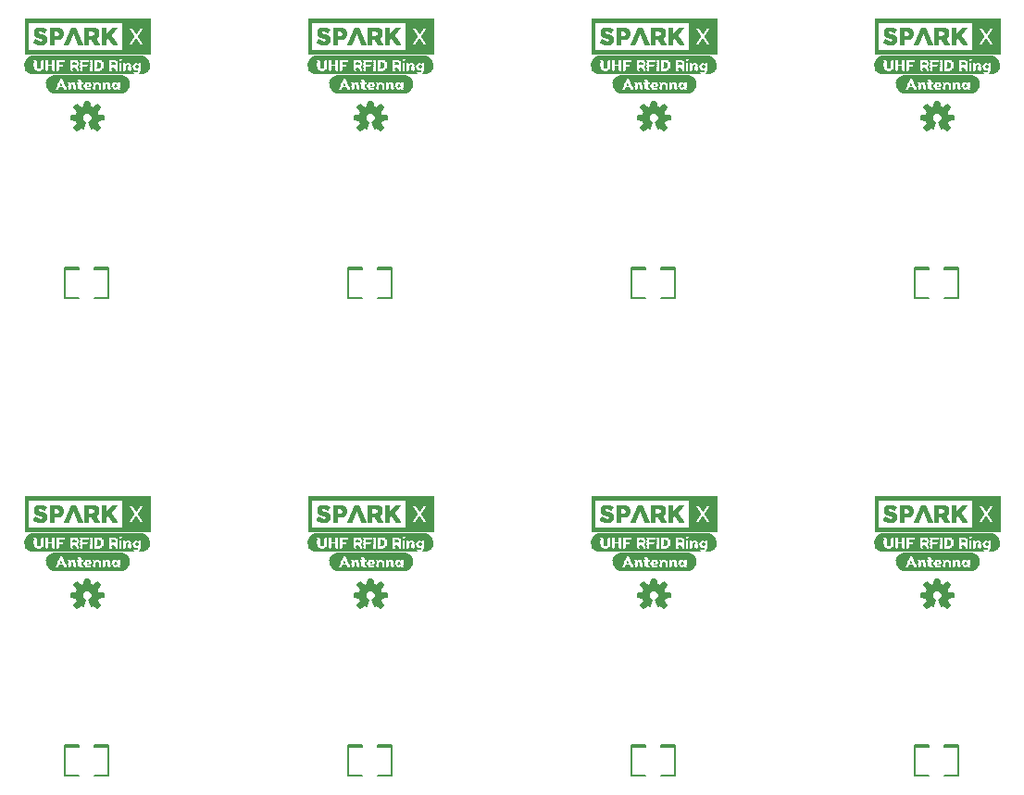
<source format=gto>
G75*
%MOIN*%
%OFA0B0*%
%FSLAX25Y25*%
%IPPOS*%
%LPD*%
%AMOC8*
5,1,8,0,0,1.08239X$1,22.5*
%
%ADD10C,0.00500*%
%ADD11C,0.00039*%
%ADD12R,0.40472X0.00157*%
%ADD13R,0.41417X0.00157*%
%ADD14R,0.42047X0.00157*%
%ADD15R,0.42677X0.00157*%
%ADD16R,0.42992X0.00157*%
%ADD17R,0.43307X0.00157*%
%ADD18R,0.33543X0.00157*%
%ADD19R,0.09449X0.00157*%
%ADD20R,0.02992X0.00157*%
%ADD21R,0.01890X0.00157*%
%ADD22R,0.00630X0.00157*%
%ADD23R,0.01732X0.00157*%
%ADD24R,0.01417X0.00157*%
%ADD25R,0.03150X0.00157*%
%ADD26R,0.01260X0.00157*%
%ADD27R,0.09606X0.00157*%
%ADD28R,0.02835X0.00157*%
%ADD29R,0.00472X0.00157*%
%ADD30R,0.00945X0.00157*%
%ADD31R,0.00315X0.00157*%
%ADD32R,0.01102X0.00157*%
%ADD33R,0.01575X0.00157*%
%ADD34R,0.00787X0.00157*%
%ADD35R,0.02677X0.00157*%
%ADD36R,0.09764X0.00157*%
%ADD37R,0.02362X0.00157*%
%ADD38R,0.11496X0.00157*%
%ADD39R,0.02047X0.00157*%
%ADD40R,0.02205X0.00157*%
%ADD41R,0.11339X0.00157*%
%ADD42R,0.04094X0.00157*%
%ADD43R,0.02520X0.00157*%
%ADD44R,0.03307X0.00157*%
%ADD45R,0.03465X0.00157*%
%ADD46R,0.00157X0.00157*%
%ADD47R,0.03780X0.00157*%
%ADD48R,0.04409X0.00157*%
%ADD49R,0.40157X0.00157*%
%ADD50R,0.38425X0.00157*%
%ADD51R,0.38268X0.00157*%
%ADD52R,0.37953X0.00157*%
%ADD53R,0.37638X0.00157*%
%ADD54R,0.37480X0.00157*%
%ADD55R,0.37165X0.00157*%
%ADD56R,0.25354X0.00157*%
%ADD57R,0.26299X0.00157*%
%ADD58R,0.26929X0.00157*%
%ADD59R,0.27559X0.00157*%
%ADD60R,0.27874X0.00157*%
%ADD61R,0.28189X0.00157*%
%ADD62R,0.28504X0.00157*%
%ADD63R,0.28819X0.00157*%
%ADD64R,0.04567X0.00157*%
%ADD65R,0.23937X0.00157*%
%ADD66R,0.05827X0.00157*%
%ADD67R,0.17165X0.00157*%
%ADD68R,0.05512X0.00157*%
%ADD69R,0.17323X0.00157*%
%ADD70R,0.05354X0.00157*%
%ADD71R,0.05197X0.00157*%
%ADD72R,0.03622X0.00157*%
%ADD73R,0.04252X0.00157*%
%ADD74R,0.03937X0.00157*%
%ADD75C,0.00591*%
D10*
X0070676Y0066932D02*
X0075794Y0066932D01*
X0070676Y0066932D02*
X0070676Y0077168D01*
X0070676Y0077956D01*
X0075794Y0077956D01*
X0075794Y0077168D01*
X0070676Y0077168D01*
X0070676Y0077562D02*
X0075794Y0077562D01*
X0081306Y0077562D02*
X0086424Y0077562D01*
X0086424Y0077956D02*
X0086424Y0077168D01*
X0081306Y0077168D01*
X0081306Y0077956D01*
X0086424Y0077956D01*
X0086424Y0077168D02*
X0086424Y0066932D01*
X0081306Y0066932D01*
X0172676Y0066932D02*
X0177794Y0066932D01*
X0172676Y0066932D02*
X0172676Y0077168D01*
X0172676Y0077956D01*
X0177794Y0077956D01*
X0177794Y0077168D01*
X0172676Y0077168D01*
X0172676Y0077562D02*
X0177794Y0077562D01*
X0183306Y0077562D02*
X0188424Y0077562D01*
X0188424Y0077956D02*
X0188424Y0077168D01*
X0183306Y0077168D01*
X0183306Y0077956D01*
X0188424Y0077956D01*
X0188424Y0077168D02*
X0188424Y0066932D01*
X0183306Y0066932D01*
X0274676Y0066932D02*
X0279794Y0066932D01*
X0274676Y0066932D02*
X0274676Y0077168D01*
X0274676Y0077956D01*
X0279794Y0077956D01*
X0279794Y0077168D01*
X0274676Y0077168D01*
X0274676Y0077562D02*
X0279794Y0077562D01*
X0285306Y0077562D02*
X0290424Y0077562D01*
X0290424Y0077956D02*
X0290424Y0077168D01*
X0285306Y0077168D01*
X0285306Y0077956D01*
X0290424Y0077956D01*
X0290424Y0077168D02*
X0290424Y0066932D01*
X0285306Y0066932D01*
X0376676Y0066932D02*
X0381794Y0066932D01*
X0376676Y0066932D02*
X0376676Y0077168D01*
X0376676Y0077956D01*
X0381794Y0077956D01*
X0381794Y0077168D01*
X0376676Y0077168D01*
X0376676Y0077562D02*
X0381794Y0077562D01*
X0387306Y0077562D02*
X0392424Y0077562D01*
X0392424Y0077956D02*
X0392424Y0077168D01*
X0387306Y0077168D01*
X0387306Y0077956D01*
X0392424Y0077956D01*
X0392424Y0077168D02*
X0392424Y0066932D01*
X0387306Y0066932D01*
X0387306Y0238932D02*
X0392424Y0238932D01*
X0392424Y0249168D01*
X0392424Y0249956D01*
X0387306Y0249956D01*
X0387306Y0249168D01*
X0392424Y0249168D01*
X0392424Y0249562D02*
X0387306Y0249562D01*
X0381794Y0249562D02*
X0376676Y0249562D01*
X0376676Y0249956D02*
X0376676Y0249168D01*
X0376676Y0238932D01*
X0381794Y0238932D01*
X0381794Y0249168D02*
X0381794Y0249956D01*
X0376676Y0249956D01*
X0376676Y0249168D02*
X0381794Y0249168D01*
X0290424Y0249168D02*
X0290424Y0238932D01*
X0285306Y0238932D01*
X0279794Y0238932D02*
X0274676Y0238932D01*
X0274676Y0249168D01*
X0274676Y0249956D01*
X0279794Y0249956D01*
X0279794Y0249168D01*
X0274676Y0249168D01*
X0274676Y0249562D02*
X0279794Y0249562D01*
X0285306Y0249562D02*
X0290424Y0249562D01*
X0290424Y0249956D02*
X0290424Y0249168D01*
X0285306Y0249168D01*
X0285306Y0249956D01*
X0290424Y0249956D01*
X0188424Y0249956D02*
X0188424Y0249168D01*
X0183306Y0249168D01*
X0183306Y0249956D01*
X0188424Y0249956D01*
X0188424Y0249562D02*
X0183306Y0249562D01*
X0188424Y0249168D02*
X0188424Y0238932D01*
X0183306Y0238932D01*
X0177794Y0238932D02*
X0172676Y0238932D01*
X0172676Y0249168D01*
X0172676Y0249956D01*
X0177794Y0249956D01*
X0177794Y0249168D01*
X0172676Y0249168D01*
X0172676Y0249562D02*
X0177794Y0249562D01*
X0086424Y0249562D02*
X0081306Y0249562D01*
X0081306Y0249956D02*
X0081306Y0249168D01*
X0086424Y0249168D01*
X0086424Y0249956D01*
X0081306Y0249956D01*
X0086424Y0249168D02*
X0086424Y0238932D01*
X0081306Y0238932D01*
X0075794Y0238932D02*
X0070676Y0238932D01*
X0070676Y0249168D01*
X0070676Y0249956D01*
X0075794Y0249956D01*
X0075794Y0249168D01*
X0070676Y0249168D01*
X0070676Y0249562D02*
X0075794Y0249562D01*
D11*
X0090792Y0327022D02*
X0056250Y0327022D01*
X0056250Y0339478D01*
X0091197Y0339478D01*
X0101250Y0339478D01*
X0101250Y0332644D01*
X0101250Y0327022D01*
X0090792Y0327022D01*
X0090792Y0328178D01*
X0091197Y0328178D01*
X0091197Y0332644D01*
X0094991Y0332644D01*
X0093334Y0330230D01*
X0094842Y0330230D01*
X0096205Y0332301D01*
X0097560Y0330230D01*
X0099122Y0330230D01*
X0097476Y0332644D01*
X0101250Y0332644D01*
X0097476Y0332644D01*
X0097016Y0333317D01*
X0097016Y0333316D02*
X0101250Y0333316D01*
X0101250Y0333279D02*
X0097042Y0333279D01*
X0097068Y0333241D02*
X0101250Y0333241D01*
X0101250Y0333203D02*
X0097094Y0333203D01*
X0097120Y0333165D02*
X0101250Y0333165D01*
X0101250Y0333127D02*
X0097145Y0333127D01*
X0097171Y0333089D02*
X0101250Y0333089D01*
X0101250Y0333051D02*
X0097197Y0333051D01*
X0097223Y0333013D02*
X0101250Y0333013D01*
X0101250Y0332976D02*
X0097249Y0332976D01*
X0097275Y0332938D02*
X0101250Y0332938D01*
X0101250Y0332900D02*
X0097301Y0332900D01*
X0097326Y0332862D02*
X0101250Y0332862D01*
X0101250Y0332824D02*
X0097352Y0332824D01*
X0097378Y0332786D02*
X0101250Y0332786D01*
X0101250Y0332748D02*
X0097404Y0332748D01*
X0097430Y0332710D02*
X0101250Y0332710D01*
X0101250Y0332672D02*
X0097456Y0332672D01*
X0097482Y0332635D02*
X0101250Y0332635D01*
X0101250Y0332597D02*
X0097507Y0332597D01*
X0097533Y0332559D02*
X0101250Y0332559D01*
X0101250Y0332521D02*
X0097559Y0332521D01*
X0097585Y0332483D02*
X0101250Y0332483D01*
X0101250Y0332445D02*
X0097611Y0332445D01*
X0097637Y0332407D02*
X0101250Y0332407D01*
X0101250Y0332369D02*
X0097662Y0332369D01*
X0097688Y0332332D02*
X0101250Y0332332D01*
X0101250Y0332294D02*
X0097714Y0332294D01*
X0097740Y0332256D02*
X0101250Y0332256D01*
X0101250Y0332218D02*
X0097766Y0332218D01*
X0097792Y0332180D02*
X0101250Y0332180D01*
X0101250Y0332142D02*
X0097818Y0332142D01*
X0097843Y0332104D02*
X0101250Y0332104D01*
X0101250Y0332066D02*
X0097869Y0332066D01*
X0097895Y0332028D02*
X0101250Y0332028D01*
X0101250Y0331991D02*
X0097921Y0331991D01*
X0097947Y0331953D02*
X0101250Y0331953D01*
X0101250Y0331915D02*
X0097973Y0331915D01*
X0097998Y0331877D02*
X0101250Y0331877D01*
X0101250Y0331839D02*
X0098024Y0331839D01*
X0098050Y0331801D02*
X0101250Y0331801D01*
X0101250Y0331763D02*
X0098076Y0331763D01*
X0098102Y0331725D02*
X0101250Y0331725D01*
X0101250Y0331688D02*
X0098128Y0331688D01*
X0098153Y0331650D02*
X0101250Y0331650D01*
X0101250Y0331612D02*
X0098179Y0331612D01*
X0098205Y0331574D02*
X0101250Y0331574D01*
X0101250Y0331536D02*
X0098231Y0331536D01*
X0098257Y0331498D02*
X0101250Y0331498D01*
X0101250Y0331460D02*
X0098283Y0331460D01*
X0098308Y0331422D02*
X0101250Y0331422D01*
X0101250Y0331384D02*
X0098334Y0331384D01*
X0098360Y0331347D02*
X0101250Y0331347D01*
X0101250Y0331309D02*
X0098386Y0331309D01*
X0098412Y0331271D02*
X0101250Y0331271D01*
X0101250Y0331233D02*
X0098438Y0331233D01*
X0098464Y0331195D02*
X0101250Y0331195D01*
X0101250Y0331157D02*
X0098489Y0331157D01*
X0098515Y0331119D02*
X0101250Y0331119D01*
X0101250Y0331081D02*
X0098541Y0331081D01*
X0098567Y0331044D02*
X0101250Y0331044D01*
X0101250Y0331006D02*
X0098593Y0331006D01*
X0098619Y0330968D02*
X0101250Y0330968D01*
X0101250Y0330930D02*
X0098644Y0330930D01*
X0098670Y0330892D02*
X0101250Y0330892D01*
X0101250Y0330854D02*
X0098696Y0330854D01*
X0098722Y0330816D02*
X0101250Y0330816D01*
X0101250Y0330778D02*
X0098748Y0330778D01*
X0098774Y0330741D02*
X0101250Y0330741D01*
X0101250Y0330703D02*
X0098799Y0330703D01*
X0098825Y0330665D02*
X0101250Y0330665D01*
X0101250Y0330627D02*
X0098851Y0330627D01*
X0098877Y0330589D02*
X0101250Y0330589D01*
X0101250Y0330551D02*
X0098903Y0330551D01*
X0098929Y0330513D02*
X0101250Y0330513D01*
X0101250Y0330475D02*
X0098954Y0330475D01*
X0098980Y0330437D02*
X0101250Y0330437D01*
X0101250Y0330400D02*
X0099006Y0330400D01*
X0099032Y0330362D02*
X0101250Y0330362D01*
X0101250Y0330324D02*
X0099058Y0330324D01*
X0099084Y0330286D02*
X0101250Y0330286D01*
X0101250Y0330248D02*
X0099110Y0330248D01*
X0097549Y0330248D02*
X0094854Y0330248D01*
X0094879Y0330286D02*
X0097524Y0330286D01*
X0097499Y0330324D02*
X0094903Y0330324D01*
X0094928Y0330362D02*
X0097474Y0330362D01*
X0097449Y0330400D02*
X0094953Y0330400D01*
X0094978Y0330437D02*
X0097425Y0330437D01*
X0097400Y0330475D02*
X0095003Y0330475D01*
X0095028Y0330513D02*
X0097375Y0330513D01*
X0097350Y0330551D02*
X0095053Y0330551D01*
X0095078Y0330589D02*
X0097325Y0330589D01*
X0097301Y0330627D02*
X0095103Y0330627D01*
X0095128Y0330665D02*
X0097276Y0330665D01*
X0097251Y0330703D02*
X0095153Y0330703D01*
X0095178Y0330741D02*
X0097226Y0330741D01*
X0097202Y0330778D02*
X0095203Y0330778D01*
X0095228Y0330816D02*
X0097177Y0330816D01*
X0097152Y0330854D02*
X0095253Y0330854D01*
X0095278Y0330892D02*
X0097127Y0330892D01*
X0097102Y0330930D02*
X0095303Y0330930D01*
X0095328Y0330968D02*
X0097078Y0330968D01*
X0097053Y0331006D02*
X0095353Y0331006D01*
X0095378Y0331044D02*
X0097028Y0331044D01*
X0097003Y0331081D02*
X0095403Y0331081D01*
X0095427Y0331119D02*
X0096978Y0331119D01*
X0096954Y0331157D02*
X0095452Y0331157D01*
X0095477Y0331195D02*
X0096929Y0331195D01*
X0096904Y0331233D02*
X0095502Y0331233D01*
X0095527Y0331271D02*
X0096879Y0331271D01*
X0096854Y0331309D02*
X0095552Y0331309D01*
X0095577Y0331347D02*
X0096830Y0331347D01*
X0096805Y0331384D02*
X0095602Y0331384D01*
X0095627Y0331422D02*
X0096780Y0331422D01*
X0096755Y0331460D02*
X0095652Y0331460D01*
X0095677Y0331498D02*
X0096731Y0331498D01*
X0096706Y0331536D02*
X0095702Y0331536D01*
X0095727Y0331574D02*
X0096681Y0331574D01*
X0096656Y0331612D02*
X0095752Y0331612D01*
X0095777Y0331650D02*
X0096631Y0331650D01*
X0096607Y0331688D02*
X0095802Y0331688D01*
X0095827Y0331725D02*
X0096582Y0331725D01*
X0096557Y0331763D02*
X0095852Y0331763D01*
X0095877Y0331801D02*
X0096532Y0331801D01*
X0096507Y0331839D02*
X0095902Y0331839D01*
X0095927Y0331877D02*
X0096483Y0331877D01*
X0096458Y0331915D02*
X0095951Y0331915D01*
X0095976Y0331953D02*
X0096433Y0331953D01*
X0096408Y0331991D02*
X0096001Y0331991D01*
X0096026Y0332028D02*
X0096384Y0332028D01*
X0096359Y0332066D02*
X0096051Y0332066D01*
X0096076Y0332104D02*
X0096334Y0332104D01*
X0096309Y0332142D02*
X0096101Y0332142D01*
X0096126Y0332180D02*
X0096284Y0332180D01*
X0096260Y0332218D02*
X0096151Y0332218D01*
X0096176Y0332256D02*
X0096235Y0332256D01*
X0096210Y0332294D02*
X0096201Y0332294D01*
X0095218Y0332976D02*
X0091197Y0332976D01*
X0091197Y0333013D02*
X0095244Y0333013D01*
X0095270Y0333051D02*
X0091197Y0333051D01*
X0091197Y0333089D02*
X0095296Y0333089D01*
X0095322Y0333127D02*
X0091197Y0333127D01*
X0091197Y0333165D02*
X0095348Y0333165D01*
X0095374Y0333203D02*
X0091197Y0333203D01*
X0091197Y0333241D02*
X0095400Y0333241D01*
X0095426Y0333279D02*
X0091197Y0333279D01*
X0091197Y0333316D02*
X0095429Y0333316D01*
X0095441Y0333299D02*
X0093424Y0336265D01*
X0094977Y0336265D01*
X0096246Y0334308D01*
X0097524Y0336265D01*
X0099031Y0336265D01*
X0097016Y0333317D01*
X0097041Y0333354D02*
X0101250Y0333354D01*
X0101250Y0333392D02*
X0097067Y0333392D01*
X0097093Y0333430D02*
X0101250Y0333430D01*
X0101250Y0333468D02*
X0097118Y0333468D01*
X0097144Y0333506D02*
X0101250Y0333506D01*
X0101250Y0333544D02*
X0097170Y0333544D01*
X0097196Y0333582D02*
X0101250Y0333582D01*
X0101250Y0333619D02*
X0097222Y0333619D01*
X0097248Y0333657D02*
X0101250Y0333657D01*
X0101250Y0333695D02*
X0097274Y0333695D01*
X0097300Y0333733D02*
X0101250Y0333733D01*
X0101250Y0333771D02*
X0097326Y0333771D01*
X0097352Y0333809D02*
X0101250Y0333809D01*
X0101250Y0333847D02*
X0097378Y0333847D01*
X0097403Y0333885D02*
X0101250Y0333885D01*
X0101250Y0333923D02*
X0097429Y0333923D01*
X0097455Y0333960D02*
X0101250Y0333960D01*
X0101250Y0333998D02*
X0097481Y0333998D01*
X0097507Y0334036D02*
X0101250Y0334036D01*
X0101250Y0334074D02*
X0097533Y0334074D01*
X0097559Y0334112D02*
X0101250Y0334112D01*
X0101250Y0334150D02*
X0097585Y0334150D01*
X0097611Y0334188D02*
X0101250Y0334188D01*
X0101250Y0334226D02*
X0097637Y0334226D01*
X0097663Y0334263D02*
X0101250Y0334263D01*
X0101250Y0334301D02*
X0097688Y0334301D01*
X0097714Y0334339D02*
X0101250Y0334339D01*
X0101250Y0334377D02*
X0097740Y0334377D01*
X0097766Y0334415D02*
X0101250Y0334415D01*
X0101250Y0334453D02*
X0097792Y0334453D01*
X0097818Y0334491D02*
X0101250Y0334491D01*
X0101250Y0334529D02*
X0097844Y0334529D01*
X0097870Y0334567D02*
X0101250Y0334567D01*
X0101250Y0334604D02*
X0097896Y0334604D01*
X0097922Y0334642D02*
X0101250Y0334642D01*
X0101250Y0334680D02*
X0097948Y0334680D01*
X0097973Y0334718D02*
X0101250Y0334718D01*
X0101250Y0334756D02*
X0097999Y0334756D01*
X0098025Y0334794D02*
X0101250Y0334794D01*
X0101250Y0334832D02*
X0098051Y0334832D01*
X0098077Y0334870D02*
X0101250Y0334870D01*
X0101250Y0334907D02*
X0098103Y0334907D01*
X0098129Y0334945D02*
X0101250Y0334945D01*
X0101250Y0334983D02*
X0098155Y0334983D01*
X0098181Y0335021D02*
X0101250Y0335021D01*
X0101250Y0335059D02*
X0098207Y0335059D01*
X0098233Y0335097D02*
X0101250Y0335097D01*
X0101250Y0335135D02*
X0098258Y0335135D01*
X0098284Y0335173D02*
X0101250Y0335173D01*
X0101250Y0335211D02*
X0098310Y0335211D01*
X0098336Y0335248D02*
X0101250Y0335248D01*
X0101250Y0335286D02*
X0098362Y0335286D01*
X0098388Y0335324D02*
X0101250Y0335324D01*
X0101250Y0335362D02*
X0098414Y0335362D01*
X0098440Y0335400D02*
X0101250Y0335400D01*
X0101250Y0335438D02*
X0098466Y0335438D01*
X0098492Y0335476D02*
X0101250Y0335476D01*
X0101250Y0335514D02*
X0098518Y0335514D01*
X0098543Y0335551D02*
X0101250Y0335551D01*
X0101250Y0335589D02*
X0098569Y0335589D01*
X0098595Y0335627D02*
X0101250Y0335627D01*
X0101250Y0335665D02*
X0098621Y0335665D01*
X0098647Y0335703D02*
X0101250Y0335703D01*
X0101250Y0335741D02*
X0098673Y0335741D01*
X0098699Y0335779D02*
X0101250Y0335779D01*
X0101250Y0335817D02*
X0098725Y0335817D01*
X0098751Y0335854D02*
X0101250Y0335854D01*
X0101250Y0335892D02*
X0098777Y0335892D01*
X0098803Y0335930D02*
X0101250Y0335930D01*
X0101250Y0335968D02*
X0098828Y0335968D01*
X0098854Y0336006D02*
X0101250Y0336006D01*
X0101250Y0336044D02*
X0098880Y0336044D01*
X0098906Y0336082D02*
X0101250Y0336082D01*
X0101250Y0336120D02*
X0098932Y0336120D01*
X0098958Y0336158D02*
X0101250Y0336158D01*
X0101250Y0336195D02*
X0098984Y0336195D01*
X0099010Y0336233D02*
X0101250Y0336233D01*
X0101250Y0336271D02*
X0091197Y0336271D01*
X0091197Y0336233D02*
X0093446Y0336233D01*
X0093472Y0336195D02*
X0091197Y0336195D01*
X0091197Y0336158D02*
X0093498Y0336158D01*
X0093523Y0336120D02*
X0091197Y0336120D01*
X0091197Y0336082D02*
X0093549Y0336082D01*
X0093575Y0336044D02*
X0091197Y0336044D01*
X0091197Y0336006D02*
X0093601Y0336006D01*
X0093626Y0335968D02*
X0091197Y0335968D01*
X0091197Y0335930D02*
X0093652Y0335930D01*
X0093678Y0335892D02*
X0091197Y0335892D01*
X0091197Y0335854D02*
X0093704Y0335854D01*
X0093729Y0335817D02*
X0091197Y0335817D01*
X0091197Y0335779D02*
X0093755Y0335779D01*
X0093781Y0335741D02*
X0091197Y0335741D01*
X0091197Y0335703D02*
X0093807Y0335703D01*
X0093832Y0335665D02*
X0091197Y0335665D01*
X0091197Y0335627D02*
X0093858Y0335627D01*
X0093884Y0335589D02*
X0091197Y0335589D01*
X0091197Y0335551D02*
X0093910Y0335551D01*
X0093935Y0335514D02*
X0091197Y0335514D01*
X0091197Y0335476D02*
X0093961Y0335476D01*
X0093987Y0335438D02*
X0091197Y0335438D01*
X0091197Y0335400D02*
X0094013Y0335400D01*
X0094038Y0335362D02*
X0091197Y0335362D01*
X0091197Y0335324D02*
X0094064Y0335324D01*
X0094090Y0335286D02*
X0091197Y0335286D01*
X0091197Y0335248D02*
X0094116Y0335248D01*
X0094141Y0335211D02*
X0091197Y0335211D01*
X0091197Y0335173D02*
X0094167Y0335173D01*
X0094193Y0335135D02*
X0091197Y0335135D01*
X0091197Y0335097D02*
X0094219Y0335097D01*
X0094244Y0335059D02*
X0091197Y0335059D01*
X0091197Y0335021D02*
X0094270Y0335021D01*
X0094296Y0334983D02*
X0091197Y0334983D01*
X0091197Y0334945D02*
X0094322Y0334945D01*
X0094347Y0334907D02*
X0091197Y0334907D01*
X0091197Y0334870D02*
X0094373Y0334870D01*
X0094399Y0334832D02*
X0091197Y0334832D01*
X0091197Y0334794D02*
X0094425Y0334794D01*
X0094450Y0334756D02*
X0091197Y0334756D01*
X0091197Y0334718D02*
X0094476Y0334718D01*
X0094502Y0334680D02*
X0091197Y0334680D01*
X0091197Y0334642D02*
X0094528Y0334642D01*
X0094553Y0334604D02*
X0091197Y0334604D01*
X0091197Y0334567D02*
X0094579Y0334567D01*
X0094605Y0334529D02*
X0091197Y0334529D01*
X0091197Y0334491D02*
X0094631Y0334491D01*
X0094656Y0334453D02*
X0091197Y0334453D01*
X0091197Y0334415D02*
X0094682Y0334415D01*
X0094708Y0334377D02*
X0091197Y0334377D01*
X0091197Y0334339D02*
X0094734Y0334339D01*
X0094759Y0334301D02*
X0091197Y0334301D01*
X0091197Y0334263D02*
X0094785Y0334263D01*
X0094811Y0334226D02*
X0091197Y0334226D01*
X0091197Y0334188D02*
X0094837Y0334188D01*
X0094862Y0334150D02*
X0091197Y0334150D01*
X0091197Y0334112D02*
X0094888Y0334112D01*
X0094914Y0334074D02*
X0091197Y0334074D01*
X0091197Y0334036D02*
X0094940Y0334036D01*
X0094965Y0333998D02*
X0091197Y0333998D01*
X0091197Y0333960D02*
X0094991Y0333960D01*
X0095017Y0333923D02*
X0091197Y0333923D01*
X0091197Y0333885D02*
X0095043Y0333885D01*
X0095068Y0333847D02*
X0091197Y0333847D01*
X0091197Y0333809D02*
X0095094Y0333809D01*
X0095120Y0333771D02*
X0091197Y0333771D01*
X0091197Y0333733D02*
X0095146Y0333733D01*
X0095171Y0333695D02*
X0091197Y0333695D01*
X0091197Y0333657D02*
X0095197Y0333657D01*
X0095223Y0333619D02*
X0091197Y0333619D01*
X0091197Y0333582D02*
X0095249Y0333582D01*
X0095274Y0333544D02*
X0091197Y0333544D01*
X0091197Y0333506D02*
X0095300Y0333506D01*
X0095326Y0333468D02*
X0091197Y0333468D01*
X0091197Y0333430D02*
X0095352Y0333430D01*
X0095377Y0333392D02*
X0091197Y0333392D01*
X0091197Y0333354D02*
X0095403Y0333354D01*
X0095441Y0333299D02*
X0094991Y0332644D01*
X0091197Y0332644D01*
X0091197Y0338322D01*
X0057406Y0338322D01*
X0057406Y0328178D01*
X0090792Y0328178D01*
X0090792Y0327022D01*
X0090792Y0327028D02*
X0101250Y0327028D01*
X0101250Y0327066D02*
X0090792Y0327066D01*
X0056250Y0327066D01*
X0056250Y0327028D02*
X0090792Y0327028D01*
X0090792Y0327104D02*
X0101250Y0327104D01*
X0101250Y0327142D02*
X0090792Y0327142D01*
X0056250Y0327142D01*
X0056250Y0327180D02*
X0090792Y0327180D01*
X0101250Y0327180D01*
X0101250Y0327218D02*
X0090792Y0327218D01*
X0056250Y0327218D01*
X0056250Y0327255D02*
X0090792Y0327255D01*
X0101250Y0327255D01*
X0101250Y0327293D02*
X0090792Y0327293D01*
X0056250Y0327293D01*
X0056250Y0327331D02*
X0090792Y0327331D01*
X0101250Y0327331D01*
X0101250Y0327369D02*
X0090792Y0327369D01*
X0056250Y0327369D01*
X0056250Y0327407D02*
X0090792Y0327407D01*
X0101250Y0327407D01*
X0101250Y0327445D02*
X0090792Y0327445D01*
X0056250Y0327445D01*
X0056250Y0327483D02*
X0090792Y0327483D01*
X0101250Y0327483D01*
X0101250Y0327521D02*
X0090792Y0327521D01*
X0056250Y0327521D01*
X0056250Y0327558D02*
X0090792Y0327558D01*
X0101250Y0327558D01*
X0101250Y0327596D02*
X0090792Y0327596D01*
X0056250Y0327596D01*
X0056250Y0327634D02*
X0090792Y0327634D01*
X0101250Y0327634D01*
X0101250Y0327672D02*
X0090792Y0327672D01*
X0056250Y0327672D01*
X0056250Y0327710D02*
X0090792Y0327710D01*
X0101250Y0327710D01*
X0101250Y0327748D02*
X0090792Y0327748D01*
X0056250Y0327748D01*
X0056250Y0327786D02*
X0090792Y0327786D01*
X0101250Y0327786D01*
X0101250Y0327824D02*
X0090792Y0327824D01*
X0056250Y0327824D01*
X0056250Y0327862D02*
X0090792Y0327862D01*
X0101250Y0327862D01*
X0101250Y0327899D02*
X0090792Y0327899D01*
X0056250Y0327899D01*
X0056250Y0327937D02*
X0090792Y0327937D01*
X0101250Y0327937D01*
X0101250Y0327975D02*
X0090792Y0327975D01*
X0056250Y0327975D01*
X0056250Y0328013D02*
X0090792Y0328013D01*
X0101250Y0328013D01*
X0101250Y0328051D02*
X0090792Y0328051D01*
X0056250Y0328051D01*
X0056250Y0328089D02*
X0090792Y0328089D01*
X0101250Y0328089D01*
X0101250Y0328127D02*
X0090792Y0328127D01*
X0056250Y0328127D01*
X0056250Y0328165D02*
X0090792Y0328165D01*
X0101250Y0328165D01*
X0101250Y0328202D02*
X0091197Y0328202D01*
X0091197Y0328240D02*
X0101250Y0328240D01*
X0101250Y0328278D02*
X0091197Y0328278D01*
X0091197Y0328316D02*
X0101250Y0328316D01*
X0101250Y0328354D02*
X0091197Y0328354D01*
X0091197Y0328392D02*
X0101250Y0328392D01*
X0101250Y0328430D02*
X0091197Y0328430D01*
X0091197Y0328468D02*
X0101250Y0328468D01*
X0101250Y0328505D02*
X0091197Y0328505D01*
X0091197Y0328543D02*
X0101250Y0328543D01*
X0101250Y0328581D02*
X0091197Y0328581D01*
X0091197Y0328619D02*
X0101250Y0328619D01*
X0101250Y0328657D02*
X0091197Y0328657D01*
X0091197Y0328695D02*
X0101250Y0328695D01*
X0101250Y0328733D02*
X0091197Y0328733D01*
X0091197Y0328771D02*
X0101250Y0328771D01*
X0101250Y0328809D02*
X0091197Y0328809D01*
X0091197Y0328846D02*
X0101250Y0328846D01*
X0101250Y0328884D02*
X0091197Y0328884D01*
X0091197Y0328922D02*
X0101250Y0328922D01*
X0101250Y0328960D02*
X0091197Y0328960D01*
X0091197Y0328998D02*
X0101250Y0328998D01*
X0101250Y0329036D02*
X0091197Y0329036D01*
X0091197Y0329074D02*
X0101250Y0329074D01*
X0101250Y0329112D02*
X0091197Y0329112D01*
X0091197Y0329149D02*
X0101250Y0329149D01*
X0101250Y0329187D02*
X0091197Y0329187D01*
X0091197Y0329225D02*
X0101250Y0329225D01*
X0101250Y0329263D02*
X0091197Y0329263D01*
X0091197Y0329301D02*
X0101250Y0329301D01*
X0101250Y0329339D02*
X0091197Y0329339D01*
X0091197Y0329377D02*
X0101250Y0329377D01*
X0101250Y0329415D02*
X0091197Y0329415D01*
X0091197Y0329453D02*
X0101250Y0329453D01*
X0101250Y0329490D02*
X0091197Y0329490D01*
X0091197Y0329528D02*
X0101250Y0329528D01*
X0101250Y0329566D02*
X0091197Y0329566D01*
X0091197Y0329604D02*
X0101250Y0329604D01*
X0101250Y0329642D02*
X0091197Y0329642D01*
X0091197Y0329680D02*
X0101250Y0329680D01*
X0101250Y0329718D02*
X0091197Y0329718D01*
X0091197Y0329756D02*
X0101250Y0329756D01*
X0101250Y0329793D02*
X0091197Y0329793D01*
X0091197Y0329831D02*
X0101250Y0329831D01*
X0101250Y0329869D02*
X0091197Y0329869D01*
X0091197Y0329907D02*
X0101250Y0329907D01*
X0101250Y0329945D02*
X0091197Y0329945D01*
X0091197Y0329983D02*
X0101250Y0329983D01*
X0101250Y0330021D02*
X0091197Y0330021D01*
X0091197Y0330059D02*
X0101250Y0330059D01*
X0101250Y0330097D02*
X0091197Y0330097D01*
X0091197Y0330134D02*
X0101250Y0330134D01*
X0101250Y0330172D02*
X0091197Y0330172D01*
X0091197Y0330210D02*
X0101250Y0330210D01*
X0101250Y0336309D02*
X0091197Y0336309D01*
X0091197Y0336347D02*
X0101250Y0336347D01*
X0101250Y0336385D02*
X0091197Y0336385D01*
X0091197Y0336423D02*
X0101250Y0336423D01*
X0101250Y0336461D02*
X0091197Y0336461D01*
X0091197Y0336498D02*
X0101250Y0336498D01*
X0101250Y0336536D02*
X0091197Y0336536D01*
X0091197Y0336574D02*
X0101250Y0336574D01*
X0101250Y0336612D02*
X0091197Y0336612D01*
X0091197Y0336650D02*
X0101250Y0336650D01*
X0101250Y0336688D02*
X0091197Y0336688D01*
X0091197Y0336726D02*
X0101250Y0336726D01*
X0101250Y0336764D02*
X0091197Y0336764D01*
X0091197Y0336802D02*
X0101250Y0336802D01*
X0101250Y0336839D02*
X0091197Y0336839D01*
X0091197Y0336877D02*
X0101250Y0336877D01*
X0101250Y0336915D02*
X0091197Y0336915D01*
X0091197Y0336953D02*
X0101250Y0336953D01*
X0101250Y0336991D02*
X0091197Y0336991D01*
X0091197Y0337029D02*
X0101250Y0337029D01*
X0101250Y0337067D02*
X0091197Y0337067D01*
X0091197Y0337105D02*
X0101250Y0337105D01*
X0101250Y0337142D02*
X0091197Y0337142D01*
X0091197Y0337180D02*
X0101250Y0337180D01*
X0101250Y0337218D02*
X0091197Y0337218D01*
X0091197Y0337256D02*
X0101250Y0337256D01*
X0101250Y0337294D02*
X0091197Y0337294D01*
X0091197Y0337332D02*
X0101250Y0337332D01*
X0101250Y0337370D02*
X0091197Y0337370D01*
X0091197Y0337408D02*
X0101250Y0337408D01*
X0101250Y0337446D02*
X0091197Y0337446D01*
X0091197Y0337483D02*
X0101250Y0337483D01*
X0101250Y0337521D02*
X0091197Y0337521D01*
X0091197Y0337559D02*
X0101250Y0337559D01*
X0101250Y0337597D02*
X0091197Y0337597D01*
X0091197Y0337635D02*
X0101250Y0337635D01*
X0101250Y0337673D02*
X0091197Y0337673D01*
X0091197Y0337711D02*
X0101250Y0337711D01*
X0101250Y0337749D02*
X0091197Y0337749D01*
X0091197Y0337786D02*
X0101250Y0337786D01*
X0101250Y0337824D02*
X0091197Y0337824D01*
X0091197Y0337862D02*
X0101250Y0337862D01*
X0101250Y0337900D02*
X0091197Y0337900D01*
X0091197Y0337938D02*
X0101250Y0337938D01*
X0101250Y0337976D02*
X0091197Y0337976D01*
X0091197Y0338014D02*
X0101250Y0338014D01*
X0101250Y0338052D02*
X0091197Y0338052D01*
X0091197Y0338089D02*
X0101250Y0338089D01*
X0101250Y0338127D02*
X0091197Y0338127D01*
X0091197Y0338165D02*
X0101250Y0338165D01*
X0101250Y0338203D02*
X0091197Y0338203D01*
X0091197Y0338241D02*
X0101250Y0338241D01*
X0101250Y0338279D02*
X0091197Y0338279D01*
X0091197Y0338317D02*
X0101250Y0338317D01*
X0101250Y0338355D02*
X0056250Y0338355D01*
X0056250Y0338393D02*
X0101250Y0338393D01*
X0101250Y0338430D02*
X0056250Y0338430D01*
X0056250Y0338468D02*
X0101250Y0338468D01*
X0101250Y0338506D02*
X0056250Y0338506D01*
X0056250Y0338544D02*
X0101250Y0338544D01*
X0101250Y0338582D02*
X0056250Y0338582D01*
X0056250Y0338620D02*
X0101250Y0338620D01*
X0101250Y0338658D02*
X0056250Y0338658D01*
X0056250Y0338696D02*
X0101250Y0338696D01*
X0101250Y0338733D02*
X0056250Y0338733D01*
X0056250Y0338771D02*
X0101250Y0338771D01*
X0101250Y0338809D02*
X0056250Y0338809D01*
X0056250Y0338847D02*
X0101250Y0338847D01*
X0101250Y0338885D02*
X0056250Y0338885D01*
X0056250Y0338923D02*
X0101250Y0338923D01*
X0101250Y0338961D02*
X0056250Y0338961D01*
X0056250Y0338999D02*
X0101250Y0338999D01*
X0101250Y0339037D02*
X0056250Y0339037D01*
X0056250Y0339074D02*
X0101250Y0339074D01*
X0101250Y0339112D02*
X0056250Y0339112D01*
X0056250Y0339150D02*
X0101250Y0339150D01*
X0101250Y0339188D02*
X0056250Y0339188D01*
X0056250Y0339226D02*
X0101250Y0339226D01*
X0101250Y0339264D02*
X0056250Y0339264D01*
X0056250Y0339302D02*
X0101250Y0339302D01*
X0101250Y0339340D02*
X0056250Y0339340D01*
X0056250Y0339377D02*
X0101250Y0339377D01*
X0101250Y0339415D02*
X0056250Y0339415D01*
X0056250Y0339453D02*
X0101250Y0339453D01*
X0097503Y0336233D02*
X0094998Y0336233D01*
X0095022Y0336195D02*
X0097479Y0336195D01*
X0097454Y0336158D02*
X0095047Y0336158D01*
X0095071Y0336120D02*
X0097429Y0336120D01*
X0097404Y0336082D02*
X0095096Y0336082D01*
X0095120Y0336044D02*
X0097380Y0336044D01*
X0097355Y0336006D02*
X0095145Y0336006D01*
X0095169Y0335968D02*
X0097330Y0335968D01*
X0097305Y0335930D02*
X0095194Y0335930D01*
X0095219Y0335892D02*
X0097281Y0335892D01*
X0097256Y0335854D02*
X0095243Y0335854D01*
X0095268Y0335817D02*
X0097231Y0335817D01*
X0097207Y0335779D02*
X0095292Y0335779D01*
X0095317Y0335741D02*
X0097182Y0335741D01*
X0097157Y0335703D02*
X0095341Y0335703D01*
X0095366Y0335665D02*
X0097132Y0335665D01*
X0097108Y0335627D02*
X0095390Y0335627D01*
X0095415Y0335589D02*
X0097083Y0335589D01*
X0097058Y0335551D02*
X0095440Y0335551D01*
X0095464Y0335514D02*
X0097033Y0335514D01*
X0097009Y0335476D02*
X0095489Y0335476D01*
X0095513Y0335438D02*
X0096984Y0335438D01*
X0096959Y0335400D02*
X0095538Y0335400D01*
X0095562Y0335362D02*
X0096934Y0335362D01*
X0096910Y0335324D02*
X0095587Y0335324D01*
X0095611Y0335286D02*
X0096885Y0335286D01*
X0096860Y0335248D02*
X0095636Y0335248D01*
X0095661Y0335211D02*
X0096836Y0335211D01*
X0096811Y0335173D02*
X0095685Y0335173D01*
X0095710Y0335135D02*
X0096786Y0335135D01*
X0096761Y0335097D02*
X0095734Y0335097D01*
X0095759Y0335059D02*
X0096737Y0335059D01*
X0096712Y0335021D02*
X0095783Y0335021D01*
X0095808Y0334983D02*
X0096687Y0334983D01*
X0096662Y0334945D02*
X0095833Y0334945D01*
X0095857Y0334907D02*
X0096638Y0334907D01*
X0096613Y0334870D02*
X0095882Y0334870D01*
X0095906Y0334832D02*
X0096588Y0334832D01*
X0096563Y0334794D02*
X0095931Y0334794D01*
X0095955Y0334756D02*
X0096539Y0334756D01*
X0096514Y0334718D02*
X0095980Y0334718D01*
X0096004Y0334680D02*
X0096489Y0334680D01*
X0096465Y0334642D02*
X0096029Y0334642D01*
X0096054Y0334604D02*
X0096440Y0334604D01*
X0096415Y0334567D02*
X0096078Y0334567D01*
X0096103Y0334529D02*
X0096390Y0334529D01*
X0096366Y0334491D02*
X0096127Y0334491D01*
X0096152Y0334453D02*
X0096341Y0334453D01*
X0096316Y0334415D02*
X0096176Y0334415D01*
X0096201Y0334377D02*
X0096291Y0334377D01*
X0096267Y0334339D02*
X0096225Y0334339D01*
X0095192Y0332938D02*
X0091197Y0332938D01*
X0091197Y0332900D02*
X0095166Y0332900D01*
X0095140Y0332862D02*
X0091197Y0332862D01*
X0091197Y0332824D02*
X0095114Y0332824D01*
X0095088Y0332786D02*
X0091197Y0332786D01*
X0091197Y0332748D02*
X0095062Y0332748D01*
X0095036Y0332710D02*
X0091197Y0332710D01*
X0091197Y0332672D02*
X0095010Y0332672D01*
X0094984Y0332635D02*
X0091197Y0332635D01*
X0091197Y0332597D02*
X0094958Y0332597D01*
X0094932Y0332559D02*
X0091197Y0332559D01*
X0091197Y0332521D02*
X0094906Y0332521D01*
X0094880Y0332483D02*
X0091197Y0332483D01*
X0091197Y0332445D02*
X0094854Y0332445D01*
X0094828Y0332407D02*
X0091197Y0332407D01*
X0091197Y0332369D02*
X0094802Y0332369D01*
X0094776Y0332332D02*
X0091197Y0332332D01*
X0091197Y0332294D02*
X0094750Y0332294D01*
X0094724Y0332256D02*
X0091197Y0332256D01*
X0091197Y0332218D02*
X0094698Y0332218D01*
X0094672Y0332180D02*
X0091197Y0332180D01*
X0091197Y0332142D02*
X0094646Y0332142D01*
X0094620Y0332104D02*
X0091197Y0332104D01*
X0091197Y0332066D02*
X0094594Y0332066D01*
X0094568Y0332028D02*
X0091197Y0332028D01*
X0091197Y0331991D02*
X0094542Y0331991D01*
X0094516Y0331953D02*
X0091197Y0331953D01*
X0091197Y0331915D02*
X0094490Y0331915D01*
X0094464Y0331877D02*
X0091197Y0331877D01*
X0091197Y0331839D02*
X0094438Y0331839D01*
X0094412Y0331801D02*
X0091197Y0331801D01*
X0091197Y0331763D02*
X0094386Y0331763D01*
X0094360Y0331725D02*
X0091197Y0331725D01*
X0091197Y0331688D02*
X0094334Y0331688D01*
X0094308Y0331650D02*
X0091197Y0331650D01*
X0091197Y0331612D02*
X0094282Y0331612D01*
X0094256Y0331574D02*
X0091197Y0331574D01*
X0091197Y0331536D02*
X0094230Y0331536D01*
X0094204Y0331498D02*
X0091197Y0331498D01*
X0091197Y0331460D02*
X0094178Y0331460D01*
X0094152Y0331422D02*
X0091197Y0331422D01*
X0091197Y0331384D02*
X0094126Y0331384D01*
X0094100Y0331347D02*
X0091197Y0331347D01*
X0091197Y0331309D02*
X0094074Y0331309D01*
X0094048Y0331271D02*
X0091197Y0331271D01*
X0091197Y0331233D02*
X0094022Y0331233D01*
X0093996Y0331195D02*
X0091197Y0331195D01*
X0091197Y0331157D02*
X0093970Y0331157D01*
X0093944Y0331119D02*
X0091197Y0331119D01*
X0091197Y0331081D02*
X0093918Y0331081D01*
X0093892Y0331044D02*
X0091197Y0331044D01*
X0091197Y0331006D02*
X0093866Y0331006D01*
X0093840Y0330968D02*
X0091197Y0330968D01*
X0091197Y0330930D02*
X0093814Y0330930D01*
X0093788Y0330892D02*
X0091197Y0330892D01*
X0091197Y0330854D02*
X0093762Y0330854D01*
X0093736Y0330816D02*
X0091197Y0330816D01*
X0091197Y0330778D02*
X0093710Y0330778D01*
X0093684Y0330741D02*
X0091197Y0330741D01*
X0091197Y0330703D02*
X0093659Y0330703D01*
X0093633Y0330665D02*
X0091197Y0330665D01*
X0091197Y0330627D02*
X0093607Y0330627D01*
X0093581Y0330589D02*
X0091197Y0330589D01*
X0091197Y0330551D02*
X0093555Y0330551D01*
X0093529Y0330513D02*
X0091197Y0330513D01*
X0091197Y0330475D02*
X0093503Y0330475D01*
X0093477Y0330437D02*
X0091197Y0330437D01*
X0091197Y0330400D02*
X0093451Y0330400D01*
X0093425Y0330362D02*
X0091197Y0330362D01*
X0091197Y0330324D02*
X0093399Y0330324D01*
X0093373Y0330286D02*
X0091197Y0330286D01*
X0091197Y0330248D02*
X0093347Y0330248D01*
X0089505Y0330230D02*
X0086935Y0333705D01*
X0087919Y0334730D01*
X0086365Y0334730D01*
X0087791Y0336265D01*
X0089392Y0336265D01*
X0087919Y0334730D01*
X0086365Y0334730D01*
X0085342Y0333628D01*
X0085342Y0334730D01*
X0084015Y0334730D01*
X0084015Y0336265D01*
X0085342Y0336265D01*
X0085342Y0334730D01*
X0084015Y0334730D01*
X0084015Y0330230D01*
X0085342Y0330230D01*
X0085342Y0332076D01*
X0086040Y0332800D01*
X0087912Y0330230D01*
X0089505Y0330230D01*
X0089492Y0330248D02*
X0087899Y0330248D01*
X0087872Y0330286D02*
X0089464Y0330286D01*
X0089436Y0330324D02*
X0087844Y0330324D01*
X0087816Y0330362D02*
X0089408Y0330362D01*
X0089380Y0330400D02*
X0087789Y0330400D01*
X0087761Y0330437D02*
X0089352Y0330437D01*
X0089324Y0330475D02*
X0087734Y0330475D01*
X0087706Y0330513D02*
X0089296Y0330513D01*
X0089268Y0330551D02*
X0087678Y0330551D01*
X0087651Y0330589D02*
X0089240Y0330589D01*
X0089212Y0330627D02*
X0087623Y0330627D01*
X0087596Y0330665D02*
X0089184Y0330665D01*
X0089156Y0330703D02*
X0087568Y0330703D01*
X0087540Y0330741D02*
X0089128Y0330741D01*
X0089100Y0330778D02*
X0087513Y0330778D01*
X0087485Y0330816D02*
X0089072Y0330816D01*
X0089044Y0330854D02*
X0087458Y0330854D01*
X0087430Y0330892D02*
X0089016Y0330892D01*
X0088988Y0330930D02*
X0087402Y0330930D01*
X0087375Y0330968D02*
X0088960Y0330968D01*
X0088932Y0331006D02*
X0087347Y0331006D01*
X0087320Y0331044D02*
X0088904Y0331044D01*
X0088876Y0331081D02*
X0087292Y0331081D01*
X0087264Y0331119D02*
X0088848Y0331119D01*
X0088820Y0331157D02*
X0087237Y0331157D01*
X0087209Y0331195D02*
X0088792Y0331195D01*
X0088764Y0331233D02*
X0087182Y0331233D01*
X0087154Y0331271D02*
X0088736Y0331271D01*
X0088708Y0331309D02*
X0087126Y0331309D01*
X0087099Y0331347D02*
X0088679Y0331347D01*
X0088651Y0331384D02*
X0087071Y0331384D01*
X0087044Y0331422D02*
X0088623Y0331422D01*
X0088595Y0331460D02*
X0087016Y0331460D01*
X0086988Y0331498D02*
X0088567Y0331498D01*
X0088539Y0331536D02*
X0086961Y0331536D01*
X0086933Y0331574D02*
X0088511Y0331574D01*
X0088483Y0331612D02*
X0086906Y0331612D01*
X0086878Y0331650D02*
X0088455Y0331650D01*
X0088427Y0331688D02*
X0086850Y0331688D01*
X0086823Y0331725D02*
X0088399Y0331725D01*
X0088371Y0331763D02*
X0086795Y0331763D01*
X0086768Y0331801D02*
X0088343Y0331801D01*
X0088315Y0331839D02*
X0086740Y0331839D01*
X0086712Y0331877D02*
X0088287Y0331877D01*
X0088259Y0331915D02*
X0086685Y0331915D01*
X0086657Y0331953D02*
X0088231Y0331953D01*
X0088203Y0331991D02*
X0086630Y0331991D01*
X0086602Y0332028D02*
X0088175Y0332028D01*
X0088147Y0332066D02*
X0086574Y0332066D01*
X0086547Y0332104D02*
X0088119Y0332104D01*
X0088091Y0332142D02*
X0086519Y0332142D01*
X0086492Y0332180D02*
X0088063Y0332180D01*
X0088035Y0332218D02*
X0086464Y0332218D01*
X0086436Y0332256D02*
X0088007Y0332256D01*
X0087979Y0332294D02*
X0086409Y0332294D01*
X0086381Y0332332D02*
X0087951Y0332332D01*
X0087923Y0332369D02*
X0086354Y0332369D01*
X0086326Y0332407D02*
X0087895Y0332407D01*
X0087867Y0332445D02*
X0086298Y0332445D01*
X0086271Y0332483D02*
X0087839Y0332483D01*
X0087811Y0332521D02*
X0086243Y0332521D01*
X0086216Y0332559D02*
X0087783Y0332559D01*
X0087755Y0332597D02*
X0086188Y0332597D01*
X0086161Y0332635D02*
X0087727Y0332635D01*
X0087699Y0332672D02*
X0086133Y0332672D01*
X0086105Y0332710D02*
X0087671Y0332710D01*
X0087643Y0332748D02*
X0086078Y0332748D01*
X0086050Y0332786D02*
X0087615Y0332786D01*
X0087587Y0332824D02*
X0084015Y0332824D01*
X0084015Y0332862D02*
X0087559Y0332862D01*
X0087531Y0332900D02*
X0084015Y0332900D01*
X0084015Y0332938D02*
X0087503Y0332938D01*
X0087475Y0332976D02*
X0084015Y0332976D01*
X0084015Y0333013D02*
X0087447Y0333013D01*
X0087419Y0333051D02*
X0084015Y0333051D01*
X0084015Y0333089D02*
X0087391Y0333089D01*
X0087363Y0333127D02*
X0084015Y0333127D01*
X0084015Y0333165D02*
X0087335Y0333165D01*
X0087307Y0333203D02*
X0084015Y0333203D01*
X0084015Y0333241D02*
X0087279Y0333241D01*
X0087251Y0333279D02*
X0084015Y0333279D01*
X0084015Y0333316D02*
X0087223Y0333316D01*
X0087195Y0333354D02*
X0084015Y0333354D01*
X0084015Y0333392D02*
X0087166Y0333392D01*
X0087138Y0333430D02*
X0084015Y0333430D01*
X0084015Y0333468D02*
X0087110Y0333468D01*
X0087082Y0333506D02*
X0084015Y0333506D01*
X0084015Y0333544D02*
X0087054Y0333544D01*
X0087026Y0333582D02*
X0084015Y0333582D01*
X0084015Y0333619D02*
X0086998Y0333619D01*
X0086970Y0333657D02*
X0085370Y0333657D01*
X0085342Y0333657D02*
X0084015Y0333657D01*
X0084015Y0333695D02*
X0085342Y0333695D01*
X0085342Y0333733D02*
X0084015Y0333733D01*
X0084015Y0333771D02*
X0085342Y0333771D01*
X0085342Y0333809D02*
X0084015Y0333809D01*
X0084015Y0333847D02*
X0085342Y0333847D01*
X0085342Y0333885D02*
X0084015Y0333885D01*
X0084015Y0333923D02*
X0085342Y0333923D01*
X0085342Y0333960D02*
X0084015Y0333960D01*
X0084015Y0333998D02*
X0085342Y0333998D01*
X0085342Y0334036D02*
X0084015Y0334036D01*
X0084015Y0334074D02*
X0085342Y0334074D01*
X0085342Y0334112D02*
X0084015Y0334112D01*
X0084015Y0334150D02*
X0085342Y0334150D01*
X0085342Y0334188D02*
X0084015Y0334188D01*
X0084015Y0334226D02*
X0085342Y0334226D01*
X0085342Y0334263D02*
X0084015Y0334263D01*
X0084015Y0334301D02*
X0085342Y0334301D01*
X0085342Y0334339D02*
X0084015Y0334339D01*
X0084015Y0334377D02*
X0085342Y0334377D01*
X0085342Y0334415D02*
X0084015Y0334415D01*
X0084015Y0334453D02*
X0085342Y0334453D01*
X0085342Y0334491D02*
X0084015Y0334491D01*
X0084015Y0334529D02*
X0085342Y0334529D01*
X0085342Y0334567D02*
X0084015Y0334567D01*
X0084015Y0334604D02*
X0085342Y0334604D01*
X0085342Y0334642D02*
X0084015Y0334642D01*
X0084015Y0334680D02*
X0085342Y0334680D01*
X0085342Y0334718D02*
X0084015Y0334718D01*
X0084015Y0334756D02*
X0085342Y0334756D01*
X0085342Y0334794D02*
X0084015Y0334794D01*
X0084015Y0334832D02*
X0085342Y0334832D01*
X0085342Y0334870D02*
X0084015Y0334870D01*
X0084015Y0334907D02*
X0085342Y0334907D01*
X0085342Y0334945D02*
X0084015Y0334945D01*
X0084015Y0334983D02*
X0085342Y0334983D01*
X0085342Y0335021D02*
X0084015Y0335021D01*
X0084015Y0335059D02*
X0085342Y0335059D01*
X0085342Y0335097D02*
X0084015Y0335097D01*
X0084015Y0335135D02*
X0085342Y0335135D01*
X0085342Y0335173D02*
X0084015Y0335173D01*
X0084015Y0335211D02*
X0085342Y0335211D01*
X0085342Y0335248D02*
X0084015Y0335248D01*
X0084015Y0335286D02*
X0085342Y0335286D01*
X0085342Y0335324D02*
X0084015Y0335324D01*
X0084015Y0335362D02*
X0085342Y0335362D01*
X0085342Y0335400D02*
X0084015Y0335400D01*
X0084015Y0335438D02*
X0085342Y0335438D01*
X0085342Y0335476D02*
X0084015Y0335476D01*
X0084015Y0335514D02*
X0085342Y0335514D01*
X0085342Y0335551D02*
X0084015Y0335551D01*
X0084015Y0335589D02*
X0085342Y0335589D01*
X0085342Y0335627D02*
X0084015Y0335627D01*
X0084015Y0335665D02*
X0085342Y0335665D01*
X0085342Y0335703D02*
X0084015Y0335703D01*
X0084015Y0335741D02*
X0085342Y0335741D01*
X0085342Y0335779D02*
X0084015Y0335779D01*
X0084015Y0335817D02*
X0085342Y0335817D01*
X0085342Y0335854D02*
X0084015Y0335854D01*
X0084015Y0335892D02*
X0085342Y0335892D01*
X0085342Y0335930D02*
X0084015Y0335930D01*
X0084015Y0335968D02*
X0085342Y0335968D01*
X0085342Y0336006D02*
X0084015Y0336006D01*
X0084015Y0336044D02*
X0085342Y0336044D01*
X0085342Y0336082D02*
X0084015Y0336082D01*
X0084015Y0336120D02*
X0085342Y0336120D01*
X0085342Y0336158D02*
X0084015Y0336158D01*
X0084015Y0336195D02*
X0085342Y0336195D01*
X0085342Y0336233D02*
X0084015Y0336233D01*
X0082504Y0335400D02*
X0077778Y0335400D01*
X0077778Y0335438D02*
X0082484Y0335438D01*
X0082477Y0335449D02*
X0082215Y0335738D01*
X0081885Y0335969D01*
X0081495Y0336134D01*
X0081046Y0336232D01*
X0080537Y0336265D01*
X0077778Y0336265D01*
X0077778Y0334730D01*
X0079105Y0334730D01*
X0079105Y0335068D01*
X0080424Y0335068D01*
X0080863Y0335014D01*
X0081194Y0334852D01*
X0081287Y0334730D01*
X0082772Y0334730D01*
X0082665Y0335108D01*
X0082477Y0335449D01*
X0082453Y0335476D02*
X0077778Y0335476D01*
X0077778Y0335514D02*
X0082419Y0335514D01*
X0082385Y0335551D02*
X0077778Y0335551D01*
X0077778Y0335589D02*
X0082350Y0335589D01*
X0082316Y0335627D02*
X0077778Y0335627D01*
X0077778Y0335665D02*
X0082282Y0335665D01*
X0082247Y0335703D02*
X0077778Y0335703D01*
X0077778Y0335741D02*
X0082212Y0335741D01*
X0082157Y0335779D02*
X0077778Y0335779D01*
X0077778Y0335817D02*
X0082103Y0335817D01*
X0082049Y0335854D02*
X0077778Y0335854D01*
X0077778Y0335892D02*
X0081995Y0335892D01*
X0081940Y0335930D02*
X0077778Y0335930D01*
X0077778Y0335968D02*
X0081886Y0335968D01*
X0081797Y0336006D02*
X0077778Y0336006D01*
X0077778Y0336044D02*
X0081708Y0336044D01*
X0081618Y0336082D02*
X0077778Y0336082D01*
X0077778Y0336120D02*
X0081528Y0336120D01*
X0081386Y0336158D02*
X0077778Y0336158D01*
X0077778Y0336195D02*
X0081213Y0336195D01*
X0081026Y0336233D02*
X0077778Y0336233D01*
X0077778Y0335362D02*
X0082525Y0335362D01*
X0082546Y0335324D02*
X0077778Y0335324D01*
X0077778Y0335286D02*
X0082567Y0335286D01*
X0082588Y0335248D02*
X0077778Y0335248D01*
X0077778Y0335211D02*
X0082608Y0335211D01*
X0082629Y0335173D02*
X0077778Y0335173D01*
X0077778Y0335135D02*
X0082650Y0335135D01*
X0082668Y0335097D02*
X0077778Y0335097D01*
X0077778Y0335059D02*
X0079105Y0335059D01*
X0079105Y0335021D02*
X0077778Y0335021D01*
X0077778Y0334983D02*
X0079105Y0334983D01*
X0079105Y0334945D02*
X0077778Y0334945D01*
X0077778Y0334907D02*
X0079105Y0334907D01*
X0079105Y0334870D02*
X0077778Y0334870D01*
X0077778Y0334832D02*
X0079105Y0334832D01*
X0079105Y0334794D02*
X0077778Y0334794D01*
X0077778Y0334756D02*
X0079105Y0334756D01*
X0079105Y0334730D02*
X0077778Y0334730D01*
X0077778Y0330230D01*
X0079105Y0330230D01*
X0079105Y0332161D01*
X0080149Y0332161D01*
X0081441Y0330230D01*
X0082994Y0330230D01*
X0081517Y0332386D01*
X0082041Y0332663D01*
X0082453Y0333061D01*
X0082723Y0333590D01*
X0082813Y0334253D01*
X0082813Y0334272D01*
X0082777Y0334715D01*
X0082772Y0334730D01*
X0081287Y0334730D01*
X0081400Y0334582D01*
X0081468Y0334204D01*
X0081468Y0334191D01*
X0081403Y0333843D01*
X0081207Y0333570D01*
X0080887Y0333395D01*
X0080451Y0333335D01*
X0079105Y0333335D01*
X0079105Y0334730D01*
X0079105Y0334718D02*
X0077778Y0334718D01*
X0077778Y0334680D02*
X0079105Y0334680D01*
X0079105Y0334642D02*
X0077778Y0334642D01*
X0077778Y0334604D02*
X0079105Y0334604D01*
X0079105Y0334567D02*
X0077778Y0334567D01*
X0077778Y0334529D02*
X0079105Y0334529D01*
X0079105Y0334491D02*
X0077778Y0334491D01*
X0077778Y0334453D02*
X0079105Y0334453D01*
X0079105Y0334415D02*
X0077778Y0334415D01*
X0077778Y0334377D02*
X0079105Y0334377D01*
X0079105Y0334339D02*
X0077778Y0334339D01*
X0077778Y0334301D02*
X0079105Y0334301D01*
X0079105Y0334263D02*
X0077778Y0334263D01*
X0077778Y0334226D02*
X0079105Y0334226D01*
X0079105Y0334188D02*
X0077778Y0334188D01*
X0077778Y0334150D02*
X0079105Y0334150D01*
X0079105Y0334112D02*
X0077778Y0334112D01*
X0077778Y0334074D02*
X0079105Y0334074D01*
X0079105Y0334036D02*
X0077778Y0334036D01*
X0077778Y0333998D02*
X0079105Y0333998D01*
X0079105Y0333960D02*
X0077778Y0333960D01*
X0077778Y0333923D02*
X0079105Y0333923D01*
X0079105Y0333885D02*
X0077778Y0333885D01*
X0077778Y0333847D02*
X0079105Y0333847D01*
X0079105Y0333809D02*
X0077778Y0333809D01*
X0077778Y0333771D02*
X0079105Y0333771D01*
X0079105Y0333733D02*
X0077778Y0333733D01*
X0077778Y0333695D02*
X0079105Y0333695D01*
X0079105Y0333657D02*
X0077778Y0333657D01*
X0077778Y0333619D02*
X0079105Y0333619D01*
X0079105Y0333582D02*
X0077778Y0333582D01*
X0077778Y0333544D02*
X0079105Y0333544D01*
X0079105Y0333506D02*
X0077778Y0333506D01*
X0077778Y0333468D02*
X0079105Y0333468D01*
X0079105Y0333430D02*
X0077778Y0333430D01*
X0077778Y0333392D02*
X0079105Y0333392D01*
X0079105Y0333354D02*
X0077778Y0333354D01*
X0077778Y0333316D02*
X0082584Y0333316D01*
X0082564Y0333279D02*
X0077778Y0333279D01*
X0077778Y0333241D02*
X0082545Y0333241D01*
X0082526Y0333203D02*
X0077778Y0333203D01*
X0077778Y0333165D02*
X0082506Y0333165D01*
X0082487Y0333127D02*
X0077778Y0333127D01*
X0077778Y0333089D02*
X0082468Y0333089D01*
X0082443Y0333051D02*
X0077778Y0333051D01*
X0077778Y0333013D02*
X0082404Y0333013D01*
X0082365Y0332976D02*
X0077778Y0332976D01*
X0077778Y0332938D02*
X0082326Y0332938D01*
X0082286Y0332900D02*
X0077778Y0332900D01*
X0077778Y0332862D02*
X0082247Y0332862D01*
X0082208Y0332824D02*
X0077778Y0332824D01*
X0077778Y0332786D02*
X0082169Y0332786D01*
X0082129Y0332748D02*
X0077778Y0332748D01*
X0077778Y0332710D02*
X0082090Y0332710D01*
X0082051Y0332672D02*
X0077778Y0332672D01*
X0077778Y0332635D02*
X0081987Y0332635D01*
X0081916Y0332597D02*
X0077778Y0332597D01*
X0077778Y0332559D02*
X0081844Y0332559D01*
X0081772Y0332521D02*
X0077778Y0332521D01*
X0077778Y0332483D02*
X0081701Y0332483D01*
X0081629Y0332445D02*
X0077778Y0332445D01*
X0077778Y0332407D02*
X0081558Y0332407D01*
X0081529Y0332369D02*
X0077778Y0332369D01*
X0077778Y0332332D02*
X0081555Y0332332D01*
X0081581Y0332294D02*
X0077778Y0332294D01*
X0077778Y0332256D02*
X0081607Y0332256D01*
X0081633Y0332218D02*
X0077778Y0332218D01*
X0077778Y0332180D02*
X0081659Y0332180D01*
X0081685Y0332142D02*
X0080162Y0332142D01*
X0080187Y0332104D02*
X0081710Y0332104D01*
X0081736Y0332066D02*
X0080213Y0332066D01*
X0080238Y0332028D02*
X0081762Y0332028D01*
X0081788Y0331991D02*
X0080263Y0331991D01*
X0080289Y0331953D02*
X0081814Y0331953D01*
X0081840Y0331915D02*
X0080314Y0331915D01*
X0080340Y0331877D02*
X0081866Y0331877D01*
X0081892Y0331839D02*
X0080365Y0331839D01*
X0080390Y0331801D02*
X0081918Y0331801D01*
X0081944Y0331763D02*
X0080416Y0331763D01*
X0080441Y0331725D02*
X0081970Y0331725D01*
X0081996Y0331688D02*
X0080466Y0331688D01*
X0080492Y0331650D02*
X0082022Y0331650D01*
X0082048Y0331612D02*
X0080517Y0331612D01*
X0080542Y0331574D02*
X0082074Y0331574D01*
X0082100Y0331536D02*
X0080568Y0331536D01*
X0080593Y0331498D02*
X0082125Y0331498D01*
X0082151Y0331460D02*
X0080618Y0331460D01*
X0080644Y0331422D02*
X0082177Y0331422D01*
X0082203Y0331384D02*
X0080669Y0331384D01*
X0080694Y0331347D02*
X0082229Y0331347D01*
X0082255Y0331309D02*
X0080720Y0331309D01*
X0080745Y0331271D02*
X0082281Y0331271D01*
X0082307Y0331233D02*
X0080770Y0331233D01*
X0080796Y0331195D02*
X0082333Y0331195D01*
X0082359Y0331157D02*
X0080821Y0331157D01*
X0080846Y0331119D02*
X0082385Y0331119D01*
X0082411Y0331081D02*
X0080872Y0331081D01*
X0080897Y0331044D02*
X0082437Y0331044D01*
X0082463Y0331006D02*
X0080922Y0331006D01*
X0080948Y0330968D02*
X0082489Y0330968D01*
X0082515Y0330930D02*
X0080973Y0330930D01*
X0080998Y0330892D02*
X0082541Y0330892D01*
X0082566Y0330854D02*
X0081024Y0330854D01*
X0081049Y0330816D02*
X0082592Y0330816D01*
X0082618Y0330778D02*
X0081074Y0330778D01*
X0081100Y0330741D02*
X0082644Y0330741D01*
X0082670Y0330703D02*
X0081125Y0330703D01*
X0081150Y0330665D02*
X0082696Y0330665D01*
X0082722Y0330627D02*
X0081176Y0330627D01*
X0081201Y0330589D02*
X0082748Y0330589D01*
X0082774Y0330551D02*
X0081227Y0330551D01*
X0081252Y0330513D02*
X0082800Y0330513D01*
X0082826Y0330475D02*
X0081277Y0330475D01*
X0081303Y0330437D02*
X0082852Y0330437D01*
X0082878Y0330400D02*
X0081328Y0330400D01*
X0081353Y0330362D02*
X0082904Y0330362D01*
X0082930Y0330324D02*
X0081379Y0330324D01*
X0081404Y0330286D02*
X0082956Y0330286D01*
X0082981Y0330248D02*
X0081429Y0330248D01*
X0079105Y0330248D02*
X0077778Y0330248D01*
X0077778Y0330286D02*
X0079105Y0330286D01*
X0079105Y0330324D02*
X0077778Y0330324D01*
X0077778Y0330362D02*
X0079105Y0330362D01*
X0079105Y0330400D02*
X0077778Y0330400D01*
X0077778Y0330437D02*
X0079105Y0330437D01*
X0079105Y0330475D02*
X0077778Y0330475D01*
X0077778Y0330513D02*
X0079105Y0330513D01*
X0079105Y0330551D02*
X0077778Y0330551D01*
X0077778Y0330589D02*
X0079105Y0330589D01*
X0079105Y0330627D02*
X0077778Y0330627D01*
X0077778Y0330665D02*
X0079105Y0330665D01*
X0079105Y0330703D02*
X0077778Y0330703D01*
X0077778Y0330741D02*
X0079105Y0330741D01*
X0079105Y0330778D02*
X0077778Y0330778D01*
X0077778Y0330816D02*
X0079105Y0330816D01*
X0079105Y0330854D02*
X0077778Y0330854D01*
X0077778Y0330892D02*
X0079105Y0330892D01*
X0079105Y0330930D02*
X0077778Y0330930D01*
X0077778Y0330968D02*
X0079105Y0330968D01*
X0079105Y0331006D02*
X0077778Y0331006D01*
X0077778Y0331044D02*
X0079105Y0331044D01*
X0079105Y0331081D02*
X0077778Y0331081D01*
X0077778Y0331119D02*
X0079105Y0331119D01*
X0079105Y0331157D02*
X0077778Y0331157D01*
X0077778Y0331195D02*
X0079105Y0331195D01*
X0079105Y0331233D02*
X0077778Y0331233D01*
X0077778Y0331271D02*
X0079105Y0331271D01*
X0079105Y0331309D02*
X0077778Y0331309D01*
X0077778Y0331347D02*
X0079105Y0331347D01*
X0079105Y0331384D02*
X0077778Y0331384D01*
X0077778Y0331422D02*
X0079105Y0331422D01*
X0079105Y0331460D02*
X0077778Y0331460D01*
X0077778Y0331498D02*
X0079105Y0331498D01*
X0079105Y0331536D02*
X0077778Y0331536D01*
X0077778Y0331574D02*
X0079105Y0331574D01*
X0079105Y0331612D02*
X0077778Y0331612D01*
X0077778Y0331650D02*
X0079105Y0331650D01*
X0079105Y0331688D02*
X0077778Y0331688D01*
X0077778Y0331725D02*
X0079105Y0331725D01*
X0079105Y0331763D02*
X0077778Y0331763D01*
X0077778Y0331801D02*
X0079105Y0331801D01*
X0079105Y0331839D02*
X0077778Y0331839D01*
X0077778Y0331877D02*
X0079105Y0331877D01*
X0079105Y0331915D02*
X0077778Y0331915D01*
X0077778Y0331953D02*
X0079105Y0331953D01*
X0079105Y0331991D02*
X0077778Y0331991D01*
X0077778Y0332028D02*
X0079105Y0332028D01*
X0079105Y0332066D02*
X0077778Y0332066D01*
X0077778Y0332104D02*
X0079105Y0332104D01*
X0079105Y0332142D02*
X0077778Y0332142D01*
X0076307Y0331498D02*
X0074939Y0331498D01*
X0074955Y0331460D02*
X0076323Y0331460D01*
X0076339Y0331422D02*
X0074970Y0331422D01*
X0074986Y0331384D02*
X0076355Y0331384D01*
X0076371Y0331347D02*
X0075001Y0331347D01*
X0075016Y0331309D02*
X0076388Y0331309D01*
X0076404Y0331271D02*
X0075032Y0331271D01*
X0075047Y0331233D02*
X0076420Y0331233D01*
X0076436Y0331195D02*
X0075063Y0331195D01*
X0075078Y0331157D02*
X0076452Y0331157D01*
X0076468Y0331119D02*
X0075094Y0331119D01*
X0075109Y0331081D02*
X0076484Y0331081D01*
X0076500Y0331044D02*
X0075125Y0331044D01*
X0075140Y0331006D02*
X0076517Y0331006D01*
X0076533Y0330968D02*
X0075155Y0330968D01*
X0075171Y0330930D02*
X0076549Y0330930D01*
X0076565Y0330892D02*
X0075186Y0330892D01*
X0075202Y0330854D02*
X0076581Y0330854D01*
X0076597Y0330816D02*
X0075217Y0330816D01*
X0075233Y0330778D02*
X0076613Y0330778D01*
X0076629Y0330741D02*
X0075248Y0330741D01*
X0075264Y0330703D02*
X0076646Y0330703D01*
X0076662Y0330665D02*
X0075279Y0330665D01*
X0075294Y0330627D02*
X0076678Y0330627D01*
X0076694Y0330589D02*
X0075310Y0330589D01*
X0075325Y0330551D02*
X0076710Y0330551D01*
X0076726Y0330513D02*
X0075341Y0330513D01*
X0075356Y0330475D02*
X0076742Y0330475D01*
X0076758Y0330437D02*
X0075372Y0330437D01*
X0075387Y0330400D02*
X0076775Y0330400D01*
X0076791Y0330362D02*
X0075403Y0330362D01*
X0075418Y0330324D02*
X0076807Y0330324D01*
X0076823Y0330286D02*
X0075433Y0330286D01*
X0075449Y0330248D02*
X0076839Y0330248D01*
X0076847Y0330230D02*
X0074931Y0334730D01*
X0072362Y0334730D01*
X0073035Y0336310D01*
X0074259Y0336310D01*
X0074931Y0334730D01*
X0072362Y0334730D01*
X0070448Y0330230D01*
X0071802Y0330230D01*
X0073629Y0334713D01*
X0075456Y0330230D01*
X0076847Y0330230D01*
X0076291Y0331536D02*
X0074924Y0331536D01*
X0074908Y0331574D02*
X0076275Y0331574D01*
X0076259Y0331612D02*
X0074893Y0331612D01*
X0074878Y0331650D02*
X0076242Y0331650D01*
X0076226Y0331688D02*
X0074862Y0331688D01*
X0074847Y0331725D02*
X0076210Y0331725D01*
X0076194Y0331763D02*
X0074831Y0331763D01*
X0074816Y0331801D02*
X0076178Y0331801D01*
X0076162Y0331839D02*
X0074800Y0331839D01*
X0074785Y0331877D02*
X0076146Y0331877D01*
X0076130Y0331915D02*
X0074769Y0331915D01*
X0074754Y0331953D02*
X0076113Y0331953D01*
X0076097Y0331991D02*
X0074739Y0331991D01*
X0074723Y0332028D02*
X0076081Y0332028D01*
X0076065Y0332066D02*
X0074708Y0332066D01*
X0074692Y0332104D02*
X0076049Y0332104D01*
X0076033Y0332142D02*
X0074677Y0332142D01*
X0074661Y0332180D02*
X0076017Y0332180D01*
X0076001Y0332218D02*
X0074646Y0332218D01*
X0074630Y0332256D02*
X0075984Y0332256D01*
X0075968Y0332294D02*
X0074615Y0332294D01*
X0074600Y0332332D02*
X0075952Y0332332D01*
X0075936Y0332369D02*
X0074584Y0332369D01*
X0074569Y0332407D02*
X0075920Y0332407D01*
X0075904Y0332445D02*
X0074553Y0332445D01*
X0074538Y0332483D02*
X0075888Y0332483D01*
X0075872Y0332521D02*
X0074522Y0332521D01*
X0074507Y0332559D02*
X0075855Y0332559D01*
X0075839Y0332597D02*
X0074491Y0332597D01*
X0074476Y0332635D02*
X0075823Y0332635D01*
X0075807Y0332672D02*
X0074461Y0332672D01*
X0074445Y0332710D02*
X0075791Y0332710D01*
X0075775Y0332748D02*
X0074430Y0332748D01*
X0074414Y0332786D02*
X0075759Y0332786D01*
X0075743Y0332824D02*
X0074399Y0332824D01*
X0074383Y0332862D02*
X0075726Y0332862D01*
X0075710Y0332900D02*
X0074368Y0332900D01*
X0074352Y0332938D02*
X0075694Y0332938D01*
X0075678Y0332976D02*
X0074337Y0332976D01*
X0074322Y0333013D02*
X0075662Y0333013D01*
X0075646Y0333051D02*
X0074306Y0333051D01*
X0074291Y0333089D02*
X0075630Y0333089D01*
X0075614Y0333127D02*
X0074275Y0333127D01*
X0074260Y0333165D02*
X0075597Y0333165D01*
X0075581Y0333203D02*
X0074244Y0333203D01*
X0074229Y0333241D02*
X0075565Y0333241D01*
X0075549Y0333279D02*
X0074214Y0333279D01*
X0074198Y0333316D02*
X0075533Y0333316D01*
X0075517Y0333354D02*
X0074183Y0333354D01*
X0074167Y0333392D02*
X0075501Y0333392D01*
X0075485Y0333430D02*
X0074152Y0333430D01*
X0074136Y0333468D02*
X0075468Y0333468D01*
X0075452Y0333506D02*
X0074121Y0333506D01*
X0074105Y0333544D02*
X0075436Y0333544D01*
X0075420Y0333582D02*
X0074090Y0333582D01*
X0074075Y0333619D02*
X0075404Y0333619D01*
X0075388Y0333657D02*
X0074059Y0333657D01*
X0074044Y0333695D02*
X0075372Y0333695D01*
X0075356Y0333733D02*
X0074028Y0333733D01*
X0074013Y0333771D02*
X0075339Y0333771D01*
X0075323Y0333809D02*
X0073997Y0333809D01*
X0073982Y0333847D02*
X0075307Y0333847D01*
X0075291Y0333885D02*
X0073966Y0333885D01*
X0073951Y0333923D02*
X0075275Y0333923D01*
X0075259Y0333960D02*
X0073936Y0333960D01*
X0073920Y0333998D02*
X0075243Y0333998D01*
X0075227Y0334036D02*
X0073905Y0334036D01*
X0073889Y0334074D02*
X0075210Y0334074D01*
X0075194Y0334112D02*
X0073874Y0334112D01*
X0073858Y0334150D02*
X0075178Y0334150D01*
X0075162Y0334188D02*
X0073843Y0334188D01*
X0073827Y0334226D02*
X0075146Y0334226D01*
X0075130Y0334263D02*
X0073812Y0334263D01*
X0073797Y0334301D02*
X0075114Y0334301D01*
X0075098Y0334339D02*
X0073781Y0334339D01*
X0073766Y0334377D02*
X0075081Y0334377D01*
X0075065Y0334415D02*
X0073750Y0334415D01*
X0073735Y0334453D02*
X0075049Y0334453D01*
X0075033Y0334491D02*
X0073719Y0334491D01*
X0073704Y0334529D02*
X0075017Y0334529D01*
X0075001Y0334567D02*
X0073688Y0334567D01*
X0073673Y0334604D02*
X0074985Y0334604D01*
X0074969Y0334642D02*
X0073658Y0334642D01*
X0073642Y0334680D02*
X0074952Y0334680D01*
X0074936Y0334718D02*
X0072357Y0334718D01*
X0072341Y0334680D02*
X0073616Y0334680D01*
X0073600Y0334642D02*
X0072325Y0334642D01*
X0072309Y0334604D02*
X0073585Y0334604D01*
X0073569Y0334567D02*
X0072293Y0334567D01*
X0072277Y0334529D02*
X0073554Y0334529D01*
X0073539Y0334491D02*
X0072260Y0334491D01*
X0072244Y0334453D02*
X0073523Y0334453D01*
X0073508Y0334415D02*
X0072228Y0334415D01*
X0072212Y0334377D02*
X0073492Y0334377D01*
X0073477Y0334339D02*
X0072196Y0334339D01*
X0072180Y0334301D02*
X0073461Y0334301D01*
X0073446Y0334263D02*
X0072164Y0334263D01*
X0072148Y0334226D02*
X0073431Y0334226D01*
X0073415Y0334188D02*
X0072131Y0334188D01*
X0072115Y0334150D02*
X0073400Y0334150D01*
X0073384Y0334112D02*
X0072099Y0334112D01*
X0072083Y0334074D02*
X0073369Y0334074D01*
X0073353Y0334036D02*
X0072067Y0334036D01*
X0072051Y0333998D02*
X0073338Y0333998D01*
X0073322Y0333960D02*
X0072035Y0333960D01*
X0072019Y0333923D02*
X0073307Y0333923D01*
X0073292Y0333885D02*
X0072002Y0333885D01*
X0071986Y0333847D02*
X0073276Y0333847D01*
X0073261Y0333809D02*
X0071970Y0333809D01*
X0071954Y0333771D02*
X0073245Y0333771D01*
X0073230Y0333733D02*
X0071938Y0333733D01*
X0071922Y0333695D02*
X0073214Y0333695D01*
X0073199Y0333657D02*
X0071906Y0333657D01*
X0071890Y0333619D02*
X0073183Y0333619D01*
X0073168Y0333582D02*
X0071874Y0333582D01*
X0071857Y0333544D02*
X0073153Y0333544D01*
X0073137Y0333506D02*
X0071841Y0333506D01*
X0071825Y0333468D02*
X0073122Y0333468D01*
X0073106Y0333430D02*
X0071809Y0333430D01*
X0071793Y0333392D02*
X0073091Y0333392D01*
X0073075Y0333354D02*
X0071777Y0333354D01*
X0071761Y0333316D02*
X0073060Y0333316D01*
X0073044Y0333279D02*
X0071745Y0333279D01*
X0071728Y0333241D02*
X0073029Y0333241D01*
X0073014Y0333203D02*
X0071712Y0333203D01*
X0071696Y0333165D02*
X0072998Y0333165D01*
X0072983Y0333127D02*
X0071680Y0333127D01*
X0071664Y0333089D02*
X0072967Y0333089D01*
X0072952Y0333051D02*
X0071648Y0333051D01*
X0071632Y0333013D02*
X0072936Y0333013D01*
X0072921Y0332976D02*
X0071616Y0332976D01*
X0071599Y0332938D02*
X0072905Y0332938D01*
X0072890Y0332900D02*
X0071583Y0332900D01*
X0071567Y0332862D02*
X0072875Y0332862D01*
X0072859Y0332824D02*
X0071551Y0332824D01*
X0071535Y0332786D02*
X0072844Y0332786D01*
X0072828Y0332748D02*
X0071519Y0332748D01*
X0071503Y0332710D02*
X0072813Y0332710D01*
X0072797Y0332672D02*
X0071487Y0332672D01*
X0071471Y0332635D02*
X0072782Y0332635D01*
X0072767Y0332597D02*
X0071454Y0332597D01*
X0071438Y0332559D02*
X0072751Y0332559D01*
X0072736Y0332521D02*
X0071422Y0332521D01*
X0071406Y0332483D02*
X0072720Y0332483D01*
X0072705Y0332445D02*
X0071390Y0332445D01*
X0071374Y0332407D02*
X0072689Y0332407D01*
X0072674Y0332369D02*
X0071358Y0332369D01*
X0071342Y0332332D02*
X0072658Y0332332D01*
X0072643Y0332294D02*
X0071325Y0332294D01*
X0071309Y0332256D02*
X0072628Y0332256D01*
X0072612Y0332218D02*
X0071293Y0332218D01*
X0071277Y0332180D02*
X0072597Y0332180D01*
X0072581Y0332142D02*
X0071261Y0332142D01*
X0071245Y0332104D02*
X0072566Y0332104D01*
X0072550Y0332066D02*
X0071229Y0332066D01*
X0071213Y0332028D02*
X0072535Y0332028D01*
X0072519Y0331991D02*
X0071196Y0331991D01*
X0071180Y0331953D02*
X0072504Y0331953D01*
X0072489Y0331915D02*
X0071164Y0331915D01*
X0071148Y0331877D02*
X0072473Y0331877D01*
X0072458Y0331839D02*
X0071132Y0331839D01*
X0071116Y0331801D02*
X0072442Y0331801D01*
X0072427Y0331763D02*
X0071100Y0331763D01*
X0071084Y0331725D02*
X0072411Y0331725D01*
X0072396Y0331688D02*
X0071068Y0331688D01*
X0071051Y0331650D02*
X0072380Y0331650D01*
X0072365Y0331612D02*
X0071035Y0331612D01*
X0071019Y0331574D02*
X0072350Y0331574D01*
X0072334Y0331536D02*
X0071003Y0331536D01*
X0070987Y0331498D02*
X0072319Y0331498D01*
X0072303Y0331460D02*
X0070971Y0331460D01*
X0070955Y0331422D02*
X0072288Y0331422D01*
X0072272Y0331384D02*
X0070939Y0331384D01*
X0070922Y0331347D02*
X0072257Y0331347D01*
X0072242Y0331309D02*
X0070906Y0331309D01*
X0070890Y0331271D02*
X0072226Y0331271D01*
X0072211Y0331233D02*
X0070874Y0331233D01*
X0070858Y0331195D02*
X0072195Y0331195D01*
X0072180Y0331157D02*
X0070842Y0331157D01*
X0070826Y0331119D02*
X0072164Y0331119D01*
X0072149Y0331081D02*
X0070810Y0331081D01*
X0070793Y0331044D02*
X0072133Y0331044D01*
X0072118Y0331006D02*
X0070777Y0331006D01*
X0070761Y0330968D02*
X0072103Y0330968D01*
X0072087Y0330930D02*
X0070745Y0330930D01*
X0070729Y0330892D02*
X0072072Y0330892D01*
X0072056Y0330854D02*
X0070713Y0330854D01*
X0070697Y0330816D02*
X0072041Y0330816D01*
X0072025Y0330778D02*
X0070681Y0330778D01*
X0070665Y0330741D02*
X0072010Y0330741D01*
X0071994Y0330703D02*
X0070648Y0330703D01*
X0070632Y0330665D02*
X0071979Y0330665D01*
X0071964Y0330627D02*
X0070616Y0330627D01*
X0070600Y0330589D02*
X0071948Y0330589D01*
X0071933Y0330551D02*
X0070584Y0330551D01*
X0070568Y0330513D02*
X0071917Y0330513D01*
X0071902Y0330475D02*
X0070552Y0330475D01*
X0070536Y0330437D02*
X0071886Y0330437D01*
X0071871Y0330400D02*
X0070519Y0330400D01*
X0070503Y0330362D02*
X0071855Y0330362D01*
X0071840Y0330324D02*
X0070487Y0330324D01*
X0070471Y0330286D02*
X0071825Y0330286D01*
X0071809Y0330248D02*
X0070455Y0330248D01*
X0069054Y0332445D02*
X0065205Y0332445D01*
X0065205Y0332407D02*
X0068996Y0332407D01*
X0068938Y0332369D02*
X0065205Y0332369D01*
X0065205Y0332332D02*
X0068861Y0332332D01*
X0068910Y0332352D02*
X0069269Y0332584D01*
X0069565Y0332885D01*
X0069791Y0333250D01*
X0069932Y0333679D01*
X0069980Y0334173D01*
X0069984Y0334163D01*
X0069984Y0334181D01*
X0069944Y0334627D01*
X0069915Y0334730D01*
X0068430Y0334730D01*
X0068351Y0334834D01*
X0068010Y0335010D01*
X0067563Y0335068D01*
X0066537Y0335068D01*
X0066537Y0334730D01*
X0065205Y0334730D01*
X0065205Y0336274D01*
X0067671Y0336274D01*
X0068188Y0336234D01*
X0068643Y0336121D01*
X0069038Y0335938D01*
X0069367Y0335694D01*
X0069633Y0335390D01*
X0069827Y0335032D01*
X0069915Y0334730D01*
X0068430Y0334730D01*
X0068567Y0334548D01*
X0068638Y0334155D01*
X0068638Y0334137D01*
X0068570Y0333780D01*
X0068364Y0333484D01*
X0068033Y0333288D01*
X0067590Y0333223D01*
X0066537Y0333223D01*
X0066537Y0334730D01*
X0065205Y0334730D01*
X0065205Y0330240D01*
X0066533Y0330240D01*
X0066533Y0332048D01*
X0067541Y0332048D01*
X0068033Y0332083D01*
X0068495Y0332184D01*
X0068910Y0332352D01*
X0068767Y0332294D02*
X0065205Y0332294D01*
X0065205Y0332256D02*
X0068673Y0332256D01*
X0068580Y0332218D02*
X0065205Y0332218D01*
X0065205Y0332180D02*
X0068478Y0332180D01*
X0068305Y0332142D02*
X0065205Y0332142D01*
X0065205Y0332104D02*
X0068132Y0332104D01*
X0067799Y0332066D02*
X0065205Y0332066D01*
X0065205Y0332028D02*
X0066533Y0332028D01*
X0066533Y0331991D02*
X0065205Y0331991D01*
X0065205Y0331953D02*
X0066533Y0331953D01*
X0066533Y0331915D02*
X0065205Y0331915D01*
X0065205Y0331877D02*
X0066533Y0331877D01*
X0066533Y0331839D02*
X0065205Y0331839D01*
X0065205Y0331801D02*
X0066533Y0331801D01*
X0066533Y0331763D02*
X0065205Y0331763D01*
X0065205Y0331725D02*
X0066533Y0331725D01*
X0066533Y0331688D02*
X0065205Y0331688D01*
X0065205Y0331650D02*
X0066533Y0331650D01*
X0066533Y0331612D02*
X0065205Y0331612D01*
X0065205Y0331574D02*
X0066533Y0331574D01*
X0066533Y0331536D02*
X0065205Y0331536D01*
X0065205Y0331498D02*
X0066533Y0331498D01*
X0066533Y0331460D02*
X0065205Y0331460D01*
X0065205Y0331422D02*
X0066533Y0331422D01*
X0066533Y0331384D02*
X0065205Y0331384D01*
X0065205Y0331347D02*
X0066533Y0331347D01*
X0066533Y0331309D02*
X0065205Y0331309D01*
X0065205Y0331271D02*
X0066533Y0331271D01*
X0066533Y0331233D02*
X0065205Y0331233D01*
X0065205Y0331195D02*
X0066533Y0331195D01*
X0066533Y0331157D02*
X0065205Y0331157D01*
X0065205Y0331119D02*
X0066533Y0331119D01*
X0066533Y0331081D02*
X0065205Y0331081D01*
X0065205Y0331044D02*
X0066533Y0331044D01*
X0066533Y0331006D02*
X0065205Y0331006D01*
X0065205Y0330968D02*
X0066533Y0330968D01*
X0066533Y0330930D02*
X0065205Y0330930D01*
X0065205Y0330892D02*
X0066533Y0330892D01*
X0066533Y0330854D02*
X0065205Y0330854D01*
X0065205Y0330816D02*
X0066533Y0330816D01*
X0066533Y0330778D02*
X0065205Y0330778D01*
X0065205Y0330741D02*
X0066533Y0330741D01*
X0066533Y0330703D02*
X0065205Y0330703D01*
X0065205Y0330665D02*
X0066533Y0330665D01*
X0066533Y0330627D02*
X0065205Y0330627D01*
X0065205Y0330589D02*
X0066533Y0330589D01*
X0066533Y0330551D02*
X0065205Y0330551D01*
X0065205Y0330513D02*
X0066533Y0330513D01*
X0066533Y0330475D02*
X0065205Y0330475D01*
X0065205Y0330437D02*
X0066533Y0330437D01*
X0066533Y0330400D02*
X0065205Y0330400D01*
X0065205Y0330362D02*
X0066533Y0330362D01*
X0066533Y0330324D02*
X0065205Y0330324D01*
X0065205Y0330286D02*
X0066533Y0330286D01*
X0066533Y0330248D02*
X0065205Y0330248D01*
X0063817Y0331081D02*
X0059306Y0331081D01*
X0059283Y0331099D02*
X0059855Y0330670D01*
X0060489Y0330370D01*
X0061159Y0330191D01*
X0061844Y0330131D01*
X0062313Y0330163D01*
X0062739Y0330258D01*
X0063115Y0330410D01*
X0063437Y0330617D01*
X0063696Y0330883D01*
X0063891Y0331202D01*
X0064012Y0331577D01*
X0064053Y0331999D01*
X0064053Y0332035D01*
X0064022Y0332403D01*
X0063927Y0332715D01*
X0063770Y0332980D01*
X0063553Y0333209D01*
X0062951Y0333570D01*
X0062131Y0333840D01*
X0061488Y0334020D01*
X0061087Y0334181D01*
X0060885Y0334375D01*
X0060831Y0334631D01*
X0060831Y0334649D01*
X0060849Y0334730D01*
X0059536Y0334730D01*
X0059517Y0334528D01*
X0059517Y0334510D01*
X0059553Y0334099D01*
X0059661Y0333759D01*
X0059833Y0333481D01*
X0060062Y0333255D01*
X0060691Y0332913D01*
X0061524Y0332660D01*
X0062141Y0332480D01*
X0062514Y0332309D01*
X0062694Y0332125D01*
X0062744Y0331895D01*
X0062744Y0331877D01*
X0062743Y0331877D02*
X0064041Y0331877D01*
X0064045Y0331915D02*
X0062739Y0331915D01*
X0062744Y0331877D02*
X0062686Y0331638D01*
X0062514Y0331459D01*
X0062240Y0331345D01*
X0061870Y0331306D01*
X0061373Y0331356D01*
X0060916Y0331504D01*
X0060486Y0331737D01*
X0060066Y0332040D01*
X0059283Y0331099D01*
X0059300Y0331119D02*
X0063840Y0331119D01*
X0063863Y0331157D02*
X0059331Y0331157D01*
X0059363Y0331195D02*
X0063886Y0331195D01*
X0063901Y0331233D02*
X0059395Y0331233D01*
X0059426Y0331271D02*
X0063913Y0331271D01*
X0063925Y0331309D02*
X0061896Y0331309D01*
X0061843Y0331309D02*
X0059458Y0331309D01*
X0059489Y0331347D02*
X0061467Y0331347D01*
X0061285Y0331384D02*
X0059521Y0331384D01*
X0059552Y0331422D02*
X0061168Y0331422D01*
X0061051Y0331460D02*
X0059584Y0331460D01*
X0059615Y0331498D02*
X0060935Y0331498D01*
X0060857Y0331536D02*
X0059647Y0331536D01*
X0059678Y0331574D02*
X0060787Y0331574D01*
X0060717Y0331612D02*
X0059710Y0331612D01*
X0059741Y0331650D02*
X0060647Y0331650D01*
X0060577Y0331688D02*
X0059773Y0331688D01*
X0059805Y0331725D02*
X0060507Y0331725D01*
X0060449Y0331763D02*
X0059836Y0331763D01*
X0059868Y0331801D02*
X0060396Y0331801D01*
X0060344Y0331839D02*
X0059899Y0331839D01*
X0059931Y0331877D02*
X0060291Y0331877D01*
X0060239Y0331915D02*
X0059962Y0331915D01*
X0059994Y0331953D02*
X0060186Y0331953D01*
X0060134Y0331991D02*
X0060025Y0331991D01*
X0060057Y0332028D02*
X0060081Y0332028D01*
X0060575Y0332976D02*
X0063773Y0332976D01*
X0063796Y0332938D02*
X0060645Y0332938D01*
X0060734Y0332900D02*
X0063818Y0332900D01*
X0063840Y0332862D02*
X0060859Y0332862D01*
X0060984Y0332824D02*
X0063863Y0332824D01*
X0063885Y0332786D02*
X0061109Y0332786D01*
X0061234Y0332748D02*
X0063907Y0332748D01*
X0063928Y0332710D02*
X0061359Y0332710D01*
X0061484Y0332672D02*
X0063940Y0332672D01*
X0063951Y0332635D02*
X0061613Y0332635D01*
X0061743Y0332597D02*
X0063963Y0332597D01*
X0063975Y0332559D02*
X0061872Y0332559D01*
X0062002Y0332521D02*
X0063986Y0332521D01*
X0063998Y0332483D02*
X0062132Y0332483D01*
X0062218Y0332445D02*
X0064009Y0332445D01*
X0064021Y0332407D02*
X0062300Y0332407D01*
X0062383Y0332369D02*
X0064025Y0332369D01*
X0064028Y0332332D02*
X0062466Y0332332D01*
X0062529Y0332294D02*
X0064031Y0332294D01*
X0064034Y0332256D02*
X0062566Y0332256D01*
X0062603Y0332218D02*
X0064038Y0332218D01*
X0064041Y0332180D02*
X0062640Y0332180D01*
X0062677Y0332142D02*
X0064044Y0332142D01*
X0064047Y0332104D02*
X0062698Y0332104D01*
X0062707Y0332066D02*
X0064050Y0332066D01*
X0064053Y0332028D02*
X0062715Y0332028D01*
X0062723Y0331991D02*
X0064052Y0331991D01*
X0064049Y0331953D02*
X0062731Y0331953D01*
X0062734Y0331839D02*
X0064038Y0331839D01*
X0064034Y0331801D02*
X0062725Y0331801D01*
X0062716Y0331763D02*
X0064030Y0331763D01*
X0064027Y0331725D02*
X0062707Y0331725D01*
X0062698Y0331688D02*
X0064023Y0331688D01*
X0064019Y0331650D02*
X0062689Y0331650D01*
X0062661Y0331612D02*
X0064016Y0331612D01*
X0064011Y0331574D02*
X0062624Y0331574D01*
X0062588Y0331536D02*
X0063999Y0331536D01*
X0063987Y0331498D02*
X0062552Y0331498D01*
X0062515Y0331460D02*
X0063975Y0331460D01*
X0063962Y0331422D02*
X0062425Y0331422D01*
X0062334Y0331384D02*
X0063950Y0331384D01*
X0063938Y0331347D02*
X0062242Y0331347D01*
X0062527Y0330210D02*
X0061089Y0330210D01*
X0060947Y0330248D02*
X0062697Y0330248D01*
X0062809Y0330286D02*
X0060805Y0330286D01*
X0060663Y0330324D02*
X0062902Y0330324D01*
X0062995Y0330362D02*
X0060520Y0330362D01*
X0060427Y0330400D02*
X0063088Y0330400D01*
X0063156Y0330437D02*
X0060347Y0330437D01*
X0060267Y0330475D02*
X0063215Y0330475D01*
X0063274Y0330513D02*
X0060187Y0330513D01*
X0060107Y0330551D02*
X0063333Y0330551D01*
X0063392Y0330589D02*
X0060027Y0330589D01*
X0059947Y0330627D02*
X0063446Y0330627D01*
X0063483Y0330665D02*
X0059868Y0330665D01*
X0059813Y0330703D02*
X0063520Y0330703D01*
X0063557Y0330741D02*
X0059762Y0330741D01*
X0059711Y0330778D02*
X0063594Y0330778D01*
X0063631Y0330816D02*
X0059661Y0330816D01*
X0059610Y0330854D02*
X0063668Y0330854D01*
X0063702Y0330892D02*
X0059560Y0330892D01*
X0059509Y0330930D02*
X0063725Y0330930D01*
X0063748Y0330968D02*
X0059458Y0330968D01*
X0059408Y0331006D02*
X0063771Y0331006D01*
X0063794Y0331044D02*
X0059357Y0331044D01*
X0057406Y0331044D02*
X0056250Y0331044D01*
X0056250Y0331081D02*
X0057406Y0331081D01*
X0057406Y0331119D02*
X0056250Y0331119D01*
X0056250Y0331157D02*
X0057406Y0331157D01*
X0057406Y0331195D02*
X0056250Y0331195D01*
X0056250Y0331233D02*
X0057406Y0331233D01*
X0057406Y0331271D02*
X0056250Y0331271D01*
X0056250Y0331309D02*
X0057406Y0331309D01*
X0057406Y0331347D02*
X0056250Y0331347D01*
X0056250Y0331384D02*
X0057406Y0331384D01*
X0057406Y0331422D02*
X0056250Y0331422D01*
X0056250Y0331460D02*
X0057406Y0331460D01*
X0057406Y0331498D02*
X0056250Y0331498D01*
X0056250Y0331536D02*
X0057406Y0331536D01*
X0057406Y0331574D02*
X0056250Y0331574D01*
X0056250Y0331612D02*
X0057406Y0331612D01*
X0057406Y0331650D02*
X0056250Y0331650D01*
X0056250Y0331688D02*
X0057406Y0331688D01*
X0057406Y0331725D02*
X0056250Y0331725D01*
X0056250Y0331763D02*
X0057406Y0331763D01*
X0057406Y0331801D02*
X0056250Y0331801D01*
X0056250Y0331839D02*
X0057406Y0331839D01*
X0057406Y0331877D02*
X0056250Y0331877D01*
X0056250Y0331915D02*
X0057406Y0331915D01*
X0057406Y0331953D02*
X0056250Y0331953D01*
X0056250Y0331991D02*
X0057406Y0331991D01*
X0057406Y0332028D02*
X0056250Y0332028D01*
X0056250Y0332066D02*
X0057406Y0332066D01*
X0057406Y0332104D02*
X0056250Y0332104D01*
X0056250Y0332142D02*
X0057406Y0332142D01*
X0057406Y0332180D02*
X0056250Y0332180D01*
X0056250Y0332218D02*
X0057406Y0332218D01*
X0057406Y0332256D02*
X0056250Y0332256D01*
X0056250Y0332294D02*
X0057406Y0332294D01*
X0057406Y0332332D02*
X0056250Y0332332D01*
X0056250Y0332369D02*
X0057406Y0332369D01*
X0057406Y0332407D02*
X0056250Y0332407D01*
X0056250Y0332445D02*
X0057406Y0332445D01*
X0057406Y0332483D02*
X0056250Y0332483D01*
X0056250Y0332521D02*
X0057406Y0332521D01*
X0057406Y0332559D02*
X0056250Y0332559D01*
X0056250Y0332597D02*
X0057406Y0332597D01*
X0057406Y0332635D02*
X0056250Y0332635D01*
X0056250Y0332672D02*
X0057406Y0332672D01*
X0057406Y0332710D02*
X0056250Y0332710D01*
X0056250Y0332748D02*
X0057406Y0332748D01*
X0057406Y0332786D02*
X0056250Y0332786D01*
X0056250Y0332824D02*
X0057406Y0332824D01*
X0057406Y0332862D02*
X0056250Y0332862D01*
X0056250Y0332900D02*
X0057406Y0332900D01*
X0057406Y0332938D02*
X0056250Y0332938D01*
X0056250Y0332976D02*
X0057406Y0332976D01*
X0057406Y0333013D02*
X0056250Y0333013D01*
X0056250Y0333051D02*
X0057406Y0333051D01*
X0057406Y0333089D02*
X0056250Y0333089D01*
X0056250Y0333127D02*
X0057406Y0333127D01*
X0057406Y0333165D02*
X0056250Y0333165D01*
X0056250Y0333203D02*
X0057406Y0333203D01*
X0057406Y0333241D02*
X0056250Y0333241D01*
X0056250Y0333279D02*
X0057406Y0333279D01*
X0057406Y0333316D02*
X0056250Y0333316D01*
X0056250Y0333354D02*
X0057406Y0333354D01*
X0057406Y0333392D02*
X0056250Y0333392D01*
X0056250Y0333430D02*
X0057406Y0333430D01*
X0057406Y0333468D02*
X0056250Y0333468D01*
X0056250Y0333506D02*
X0057406Y0333506D01*
X0057406Y0333544D02*
X0056250Y0333544D01*
X0056250Y0333582D02*
X0057406Y0333582D01*
X0057406Y0333619D02*
X0056250Y0333619D01*
X0056250Y0333657D02*
X0057406Y0333657D01*
X0057406Y0333695D02*
X0056250Y0333695D01*
X0056250Y0333733D02*
X0057406Y0333733D01*
X0057406Y0333771D02*
X0056250Y0333771D01*
X0056250Y0333809D02*
X0057406Y0333809D01*
X0057406Y0333847D02*
X0056250Y0333847D01*
X0056250Y0333885D02*
X0057406Y0333885D01*
X0057406Y0333923D02*
X0056250Y0333923D01*
X0056250Y0333960D02*
X0057406Y0333960D01*
X0057406Y0333998D02*
X0056250Y0333998D01*
X0056250Y0334036D02*
X0057406Y0334036D01*
X0057406Y0334074D02*
X0056250Y0334074D01*
X0056250Y0334112D02*
X0057406Y0334112D01*
X0057406Y0334150D02*
X0056250Y0334150D01*
X0056250Y0334188D02*
X0057406Y0334188D01*
X0057406Y0334226D02*
X0056250Y0334226D01*
X0056250Y0334263D02*
X0057406Y0334263D01*
X0057406Y0334301D02*
X0056250Y0334301D01*
X0056250Y0334339D02*
X0057406Y0334339D01*
X0057406Y0334377D02*
X0056250Y0334377D01*
X0056250Y0334415D02*
X0057406Y0334415D01*
X0057406Y0334453D02*
X0056250Y0334453D01*
X0056250Y0334491D02*
X0057406Y0334491D01*
X0057406Y0334529D02*
X0056250Y0334529D01*
X0056250Y0334567D02*
X0057406Y0334567D01*
X0057406Y0334604D02*
X0056250Y0334604D01*
X0056250Y0334642D02*
X0057406Y0334642D01*
X0057406Y0334680D02*
X0056250Y0334680D01*
X0056250Y0334718D02*
X0057406Y0334718D01*
X0057406Y0334756D02*
X0056250Y0334756D01*
X0056250Y0334794D02*
X0057406Y0334794D01*
X0057406Y0334832D02*
X0056250Y0334832D01*
X0056250Y0334870D02*
X0057406Y0334870D01*
X0057406Y0334907D02*
X0056250Y0334907D01*
X0056250Y0334945D02*
X0057406Y0334945D01*
X0057406Y0334983D02*
X0056250Y0334983D01*
X0056250Y0335021D02*
X0057406Y0335021D01*
X0057406Y0335059D02*
X0056250Y0335059D01*
X0056250Y0335097D02*
X0057406Y0335097D01*
X0057406Y0335135D02*
X0056250Y0335135D01*
X0056250Y0335173D02*
X0057406Y0335173D01*
X0057406Y0335211D02*
X0056250Y0335211D01*
X0056250Y0335248D02*
X0057406Y0335248D01*
X0057406Y0335286D02*
X0056250Y0335286D01*
X0056250Y0335324D02*
X0057406Y0335324D01*
X0057406Y0335362D02*
X0056250Y0335362D01*
X0056250Y0335400D02*
X0057406Y0335400D01*
X0057406Y0335438D02*
X0056250Y0335438D01*
X0056250Y0335476D02*
X0057406Y0335476D01*
X0057406Y0335514D02*
X0056250Y0335514D01*
X0056250Y0335551D02*
X0057406Y0335551D01*
X0057406Y0335589D02*
X0056250Y0335589D01*
X0056250Y0335627D02*
X0057406Y0335627D01*
X0057406Y0335665D02*
X0056250Y0335665D01*
X0056250Y0335703D02*
X0057406Y0335703D01*
X0057406Y0335741D02*
X0056250Y0335741D01*
X0056250Y0335779D02*
X0057406Y0335779D01*
X0057406Y0335817D02*
X0056250Y0335817D01*
X0056250Y0335854D02*
X0057406Y0335854D01*
X0057406Y0335892D02*
X0056250Y0335892D01*
X0056250Y0335930D02*
X0057406Y0335930D01*
X0057406Y0335968D02*
X0056250Y0335968D01*
X0056250Y0336006D02*
X0057406Y0336006D01*
X0057406Y0336044D02*
X0056250Y0336044D01*
X0056250Y0336082D02*
X0057406Y0336082D01*
X0057406Y0336120D02*
X0056250Y0336120D01*
X0056250Y0336158D02*
X0057406Y0336158D01*
X0057406Y0336195D02*
X0056250Y0336195D01*
X0056250Y0336233D02*
X0057406Y0336233D01*
X0057406Y0336271D02*
X0056250Y0336271D01*
X0056250Y0336309D02*
X0057406Y0336309D01*
X0057406Y0336347D02*
X0056250Y0336347D01*
X0056250Y0336385D02*
X0057406Y0336385D01*
X0057406Y0336423D02*
X0056250Y0336423D01*
X0056250Y0336461D02*
X0057406Y0336461D01*
X0057406Y0336498D02*
X0056250Y0336498D01*
X0056250Y0336536D02*
X0057406Y0336536D01*
X0057406Y0336574D02*
X0056250Y0336574D01*
X0056250Y0336612D02*
X0057406Y0336612D01*
X0057406Y0336650D02*
X0056250Y0336650D01*
X0056250Y0336688D02*
X0057406Y0336688D01*
X0057406Y0336726D02*
X0056250Y0336726D01*
X0056250Y0336764D02*
X0057406Y0336764D01*
X0057406Y0336802D02*
X0056250Y0336802D01*
X0056250Y0336839D02*
X0057406Y0336839D01*
X0057406Y0336877D02*
X0056250Y0336877D01*
X0056250Y0336915D02*
X0057406Y0336915D01*
X0057406Y0336953D02*
X0056250Y0336953D01*
X0056250Y0336991D02*
X0057406Y0336991D01*
X0057406Y0337029D02*
X0056250Y0337029D01*
X0056250Y0337067D02*
X0057406Y0337067D01*
X0057406Y0337105D02*
X0056250Y0337105D01*
X0056250Y0337142D02*
X0057406Y0337142D01*
X0057406Y0337180D02*
X0056250Y0337180D01*
X0056250Y0337218D02*
X0057406Y0337218D01*
X0057406Y0337256D02*
X0056250Y0337256D01*
X0056250Y0337294D02*
X0057406Y0337294D01*
X0057406Y0337332D02*
X0056250Y0337332D01*
X0056250Y0337370D02*
X0057406Y0337370D01*
X0057406Y0337408D02*
X0056250Y0337408D01*
X0056250Y0337446D02*
X0057406Y0337446D01*
X0057406Y0337483D02*
X0056250Y0337483D01*
X0056250Y0337521D02*
X0057406Y0337521D01*
X0057406Y0337559D02*
X0056250Y0337559D01*
X0056250Y0337597D02*
X0057406Y0337597D01*
X0057406Y0337635D02*
X0056250Y0337635D01*
X0056250Y0337673D02*
X0057406Y0337673D01*
X0057406Y0337711D02*
X0056250Y0337711D01*
X0056250Y0337749D02*
X0057406Y0337749D01*
X0057406Y0337786D02*
X0056250Y0337786D01*
X0056250Y0337824D02*
X0057406Y0337824D01*
X0057406Y0337862D02*
X0056250Y0337862D01*
X0056250Y0337900D02*
X0057406Y0337900D01*
X0057406Y0337938D02*
X0056250Y0337938D01*
X0056250Y0337976D02*
X0057406Y0337976D01*
X0057406Y0338014D02*
X0056250Y0338014D01*
X0056250Y0338052D02*
X0057406Y0338052D01*
X0057406Y0338089D02*
X0056250Y0338089D01*
X0056250Y0338127D02*
X0057406Y0338127D01*
X0057406Y0338165D02*
X0056250Y0338165D01*
X0056250Y0338203D02*
X0057406Y0338203D01*
X0057406Y0338241D02*
X0056250Y0338241D01*
X0056250Y0338279D02*
X0057406Y0338279D01*
X0057406Y0338317D02*
X0056250Y0338317D01*
X0059855Y0335583D02*
X0059670Y0335275D01*
X0059555Y0334923D01*
X0059536Y0334730D01*
X0060849Y0334730D01*
X0060879Y0334855D01*
X0061024Y0335023D01*
X0061267Y0335137D01*
X0061605Y0335176D01*
X0061992Y0335136D01*
X0062379Y0335019D01*
X0062903Y0334730D01*
X0063171Y0334582D01*
X0063273Y0334730D01*
X0062903Y0334730D01*
X0063273Y0334730D01*
X0063859Y0335581D01*
X0063370Y0335909D01*
X0062838Y0336148D01*
X0062255Y0336296D01*
X0061619Y0336346D01*
X0061173Y0336313D01*
X0060768Y0336216D01*
X0060408Y0336058D01*
X0060102Y0335847D01*
X0059855Y0335583D01*
X0059862Y0335589D02*
X0063847Y0335589D01*
X0063839Y0335551D02*
X0059837Y0335551D01*
X0059814Y0335514D02*
X0063813Y0335514D01*
X0063787Y0335476D02*
X0059791Y0335476D01*
X0059768Y0335438D02*
X0063761Y0335438D01*
X0063735Y0335400D02*
X0059745Y0335400D01*
X0059723Y0335362D02*
X0063709Y0335362D01*
X0063682Y0335324D02*
X0059700Y0335324D01*
X0059677Y0335286D02*
X0063656Y0335286D01*
X0063630Y0335248D02*
X0059661Y0335248D01*
X0059649Y0335211D02*
X0063604Y0335211D01*
X0063578Y0335173D02*
X0061638Y0335173D01*
X0061576Y0335173D02*
X0059636Y0335173D01*
X0059624Y0335135D02*
X0061264Y0335135D01*
X0061183Y0335097D02*
X0059611Y0335097D01*
X0059599Y0335059D02*
X0061102Y0335059D01*
X0061023Y0335021D02*
X0059587Y0335021D01*
X0059574Y0334983D02*
X0060990Y0334983D01*
X0060957Y0334945D02*
X0059562Y0334945D01*
X0059553Y0334907D02*
X0060924Y0334907D01*
X0060892Y0334870D02*
X0059549Y0334870D01*
X0059546Y0334832D02*
X0060874Y0334832D01*
X0060865Y0334794D02*
X0059542Y0334794D01*
X0059539Y0334756D02*
X0060856Y0334756D01*
X0060847Y0334718D02*
X0059535Y0334718D01*
X0059531Y0334680D02*
X0060838Y0334680D01*
X0060831Y0334642D02*
X0059528Y0334642D01*
X0059524Y0334604D02*
X0060837Y0334604D01*
X0060845Y0334567D02*
X0059521Y0334567D01*
X0059517Y0334529D02*
X0060853Y0334529D01*
X0060861Y0334491D02*
X0059519Y0334491D01*
X0059522Y0334453D02*
X0060869Y0334453D01*
X0060877Y0334415D02*
X0059525Y0334415D01*
X0059529Y0334377D02*
X0060885Y0334377D01*
X0060922Y0334339D02*
X0059532Y0334339D01*
X0059536Y0334301D02*
X0060962Y0334301D01*
X0061002Y0334263D02*
X0059539Y0334263D01*
X0059542Y0334226D02*
X0061041Y0334226D01*
X0061081Y0334188D02*
X0059546Y0334188D01*
X0059549Y0334150D02*
X0061166Y0334150D01*
X0061259Y0334112D02*
X0059552Y0334112D01*
X0059561Y0334074D02*
X0061353Y0334074D01*
X0061447Y0334036D02*
X0059573Y0334036D01*
X0059585Y0333998D02*
X0061564Y0333998D01*
X0061699Y0333960D02*
X0059597Y0333960D01*
X0059609Y0333923D02*
X0061835Y0333923D01*
X0061970Y0333885D02*
X0059621Y0333885D01*
X0059633Y0333847D02*
X0062106Y0333847D01*
X0062224Y0333809D02*
X0059645Y0333809D01*
X0059657Y0333771D02*
X0062339Y0333771D01*
X0062454Y0333733D02*
X0059677Y0333733D01*
X0059700Y0333695D02*
X0062569Y0333695D01*
X0062684Y0333657D02*
X0059723Y0333657D01*
X0059747Y0333619D02*
X0062799Y0333619D01*
X0062914Y0333582D02*
X0059770Y0333582D01*
X0059794Y0333544D02*
X0062994Y0333544D01*
X0063057Y0333506D02*
X0059817Y0333506D01*
X0059846Y0333468D02*
X0063121Y0333468D01*
X0063184Y0333430D02*
X0059884Y0333430D01*
X0059922Y0333392D02*
X0063247Y0333392D01*
X0063311Y0333354D02*
X0059961Y0333354D01*
X0059999Y0333316D02*
X0063374Y0333316D01*
X0063438Y0333279D02*
X0060037Y0333279D01*
X0060087Y0333241D02*
X0063501Y0333241D01*
X0063560Y0333203D02*
X0060157Y0333203D01*
X0060227Y0333165D02*
X0063596Y0333165D01*
X0063632Y0333127D02*
X0060296Y0333127D01*
X0060366Y0333089D02*
X0063668Y0333089D01*
X0063703Y0333051D02*
X0060436Y0333051D01*
X0060506Y0333013D02*
X0063739Y0333013D01*
X0065205Y0333013D02*
X0069644Y0333013D01*
X0069621Y0332976D02*
X0065205Y0332976D01*
X0065205Y0332938D02*
X0069598Y0332938D01*
X0069574Y0332900D02*
X0065205Y0332900D01*
X0065205Y0332862D02*
X0069542Y0332862D01*
X0069505Y0332824D02*
X0065205Y0332824D01*
X0065205Y0332786D02*
X0069468Y0332786D01*
X0069430Y0332748D02*
X0065205Y0332748D01*
X0065205Y0332710D02*
X0069393Y0332710D01*
X0069356Y0332672D02*
X0065205Y0332672D01*
X0065205Y0332635D02*
X0069318Y0332635D01*
X0069281Y0332597D02*
X0065205Y0332597D01*
X0065205Y0332559D02*
X0069230Y0332559D01*
X0069171Y0332521D02*
X0065205Y0332521D01*
X0065205Y0332483D02*
X0069113Y0332483D01*
X0069668Y0333051D02*
X0065205Y0333051D01*
X0065205Y0333089D02*
X0069691Y0333089D01*
X0069715Y0333127D02*
X0065205Y0333127D01*
X0065205Y0333165D02*
X0069738Y0333165D01*
X0069761Y0333203D02*
X0065205Y0333203D01*
X0065205Y0333241D02*
X0066537Y0333241D01*
X0066537Y0333279D02*
X0065205Y0333279D01*
X0065205Y0333316D02*
X0066537Y0333316D01*
X0066537Y0333354D02*
X0065205Y0333354D01*
X0065205Y0333392D02*
X0066537Y0333392D01*
X0066537Y0333430D02*
X0065205Y0333430D01*
X0065205Y0333468D02*
X0066537Y0333468D01*
X0066537Y0333506D02*
X0065205Y0333506D01*
X0065205Y0333544D02*
X0066537Y0333544D01*
X0066537Y0333582D02*
X0065205Y0333582D01*
X0065205Y0333619D02*
X0066537Y0333619D01*
X0066537Y0333657D02*
X0065205Y0333657D01*
X0065205Y0333695D02*
X0066537Y0333695D01*
X0066537Y0333733D02*
X0065205Y0333733D01*
X0065205Y0333771D02*
X0066537Y0333771D01*
X0066537Y0333809D02*
X0065205Y0333809D01*
X0065205Y0333847D02*
X0066537Y0333847D01*
X0066537Y0333885D02*
X0065205Y0333885D01*
X0065205Y0333923D02*
X0066537Y0333923D01*
X0066537Y0333960D02*
X0065205Y0333960D01*
X0065205Y0333998D02*
X0066537Y0333998D01*
X0066537Y0334036D02*
X0065205Y0334036D01*
X0065205Y0334074D02*
X0066537Y0334074D01*
X0066537Y0334112D02*
X0065205Y0334112D01*
X0065205Y0334150D02*
X0066537Y0334150D01*
X0066537Y0334188D02*
X0065205Y0334188D01*
X0065205Y0334226D02*
X0066537Y0334226D01*
X0066537Y0334263D02*
X0065205Y0334263D01*
X0065205Y0334301D02*
X0066537Y0334301D01*
X0066537Y0334339D02*
X0065205Y0334339D01*
X0065205Y0334377D02*
X0066537Y0334377D01*
X0066537Y0334415D02*
X0065205Y0334415D01*
X0065205Y0334453D02*
X0066537Y0334453D01*
X0066537Y0334491D02*
X0065205Y0334491D01*
X0065205Y0334529D02*
X0066537Y0334529D01*
X0066537Y0334567D02*
X0065205Y0334567D01*
X0065205Y0334604D02*
X0066537Y0334604D01*
X0066537Y0334642D02*
X0065205Y0334642D01*
X0065205Y0334680D02*
X0066537Y0334680D01*
X0066537Y0334718D02*
X0065205Y0334718D01*
X0065205Y0334756D02*
X0066537Y0334756D01*
X0066537Y0334794D02*
X0065205Y0334794D01*
X0065205Y0334832D02*
X0066537Y0334832D01*
X0066537Y0334870D02*
X0065205Y0334870D01*
X0065205Y0334907D02*
X0066537Y0334907D01*
X0066537Y0334945D02*
X0065205Y0334945D01*
X0065205Y0334983D02*
X0066537Y0334983D01*
X0066537Y0335021D02*
X0065205Y0335021D01*
X0065205Y0335059D02*
X0066537Y0335059D01*
X0067633Y0335059D02*
X0069812Y0335059D01*
X0069830Y0335021D02*
X0067925Y0335021D01*
X0068062Y0334983D02*
X0069841Y0334983D01*
X0069852Y0334945D02*
X0068135Y0334945D01*
X0068209Y0334907D02*
X0069863Y0334907D01*
X0069874Y0334870D02*
X0068282Y0334870D01*
X0068352Y0334832D02*
X0069885Y0334832D01*
X0069896Y0334794D02*
X0068381Y0334794D01*
X0068410Y0334756D02*
X0069907Y0334756D01*
X0069918Y0334718D02*
X0068438Y0334718D01*
X0068467Y0334680D02*
X0069929Y0334680D01*
X0069940Y0334642D02*
X0068496Y0334642D01*
X0068524Y0334604D02*
X0069946Y0334604D01*
X0069949Y0334567D02*
X0068553Y0334567D01*
X0068571Y0334529D02*
X0069953Y0334529D01*
X0069956Y0334491D02*
X0068577Y0334491D01*
X0068584Y0334453D02*
X0069960Y0334453D01*
X0069963Y0334415D02*
X0068591Y0334415D01*
X0068598Y0334377D02*
X0069966Y0334377D01*
X0069970Y0334339D02*
X0068605Y0334339D01*
X0068612Y0334301D02*
X0069973Y0334301D01*
X0069977Y0334263D02*
X0068619Y0334263D01*
X0068626Y0334226D02*
X0069980Y0334226D01*
X0069983Y0334188D02*
X0068632Y0334188D01*
X0068638Y0334150D02*
X0069977Y0334150D01*
X0069974Y0334112D02*
X0068634Y0334112D01*
X0068627Y0334074D02*
X0069970Y0334074D01*
X0069966Y0334036D02*
X0068619Y0334036D01*
X0068612Y0333998D02*
X0069963Y0333998D01*
X0069959Y0333960D02*
X0068605Y0333960D01*
X0068598Y0333923D02*
X0069955Y0333923D01*
X0069952Y0333885D02*
X0068590Y0333885D01*
X0068583Y0333847D02*
X0069948Y0333847D01*
X0069945Y0333809D02*
X0068576Y0333809D01*
X0068564Y0333771D02*
X0069941Y0333771D01*
X0069937Y0333733D02*
X0068538Y0333733D01*
X0068511Y0333695D02*
X0069934Y0333695D01*
X0069925Y0333657D02*
X0068485Y0333657D01*
X0068459Y0333619D02*
X0069912Y0333619D01*
X0069900Y0333582D02*
X0068432Y0333582D01*
X0068406Y0333544D02*
X0069887Y0333544D01*
X0069875Y0333506D02*
X0068379Y0333506D01*
X0068337Y0333468D02*
X0069862Y0333468D01*
X0069850Y0333430D02*
X0068273Y0333430D01*
X0068209Y0333392D02*
X0069837Y0333392D01*
X0069825Y0333354D02*
X0068145Y0333354D01*
X0068081Y0333316D02*
X0069812Y0333316D01*
X0069800Y0333279D02*
X0067971Y0333279D01*
X0067711Y0333241D02*
X0069785Y0333241D01*
X0069791Y0335097D02*
X0065205Y0335097D01*
X0065205Y0335135D02*
X0069771Y0335135D01*
X0069750Y0335173D02*
X0065205Y0335173D01*
X0065205Y0335211D02*
X0069730Y0335211D01*
X0069709Y0335248D02*
X0065205Y0335248D01*
X0065205Y0335286D02*
X0069689Y0335286D01*
X0069668Y0335324D02*
X0065205Y0335324D01*
X0065205Y0335362D02*
X0069647Y0335362D01*
X0069623Y0335400D02*
X0065205Y0335400D01*
X0065205Y0335438D02*
X0069590Y0335438D01*
X0069557Y0335476D02*
X0065205Y0335476D01*
X0065205Y0335514D02*
X0069524Y0335514D01*
X0069491Y0335551D02*
X0065205Y0335551D01*
X0065205Y0335589D02*
X0069458Y0335589D01*
X0069425Y0335627D02*
X0065205Y0335627D01*
X0065205Y0335665D02*
X0069392Y0335665D01*
X0069355Y0335703D02*
X0065205Y0335703D01*
X0065205Y0335741D02*
X0069303Y0335741D01*
X0069252Y0335779D02*
X0065205Y0335779D01*
X0065205Y0335817D02*
X0069201Y0335817D01*
X0069150Y0335854D02*
X0065205Y0335854D01*
X0065205Y0335892D02*
X0069099Y0335892D01*
X0069047Y0335930D02*
X0065205Y0335930D01*
X0065205Y0335968D02*
X0068972Y0335968D01*
X0068890Y0336006D02*
X0065205Y0336006D01*
X0065205Y0336044D02*
X0068809Y0336044D01*
X0068727Y0336082D02*
X0065205Y0336082D01*
X0065205Y0336120D02*
X0068646Y0336120D01*
X0068496Y0336158D02*
X0065205Y0336158D01*
X0065205Y0336195D02*
X0068344Y0336195D01*
X0068192Y0336233D02*
X0065205Y0336233D01*
X0065205Y0336271D02*
X0067708Y0336271D01*
X0063791Y0335627D02*
X0059897Y0335627D01*
X0059933Y0335665D02*
X0063734Y0335665D01*
X0063677Y0335703D02*
X0059968Y0335703D01*
X0060003Y0335741D02*
X0063621Y0335741D01*
X0063564Y0335779D02*
X0060039Y0335779D01*
X0060074Y0335817D02*
X0063508Y0335817D01*
X0063451Y0335854D02*
X0060114Y0335854D01*
X0060168Y0335892D02*
X0063395Y0335892D01*
X0063322Y0335930D02*
X0060223Y0335930D01*
X0060278Y0335968D02*
X0063238Y0335968D01*
X0063154Y0336006D02*
X0060333Y0336006D01*
X0060388Y0336044D02*
X0063069Y0336044D01*
X0062985Y0336082D02*
X0060462Y0336082D01*
X0060549Y0336120D02*
X0062901Y0336120D01*
X0062800Y0336158D02*
X0060636Y0336158D01*
X0060722Y0336195D02*
X0062651Y0336195D01*
X0062502Y0336233D02*
X0060842Y0336233D01*
X0060999Y0336271D02*
X0062353Y0336271D01*
X0062089Y0336309D02*
X0061157Y0336309D01*
X0061996Y0335135D02*
X0063552Y0335135D01*
X0063526Y0335097D02*
X0062121Y0335097D01*
X0062246Y0335059D02*
X0063500Y0335059D01*
X0063474Y0335021D02*
X0062370Y0335021D01*
X0062443Y0334983D02*
X0063447Y0334983D01*
X0063421Y0334945D02*
X0062512Y0334945D01*
X0062581Y0334907D02*
X0063395Y0334907D01*
X0063369Y0334870D02*
X0062649Y0334870D01*
X0062718Y0334832D02*
X0063343Y0334832D01*
X0063317Y0334794D02*
X0062787Y0334794D01*
X0062856Y0334756D02*
X0063291Y0334756D01*
X0063265Y0334718D02*
X0062924Y0334718D01*
X0062993Y0334680D02*
X0063239Y0334680D01*
X0063212Y0334642D02*
X0063062Y0334642D01*
X0063130Y0334604D02*
X0063186Y0334604D01*
X0062357Y0330172D02*
X0061379Y0330172D01*
X0061810Y0330134D02*
X0061887Y0330134D01*
X0057406Y0330134D02*
X0056250Y0330134D01*
X0056250Y0330097D02*
X0057406Y0330097D01*
X0057406Y0330059D02*
X0056250Y0330059D01*
X0056250Y0330021D02*
X0057406Y0330021D01*
X0057406Y0329983D02*
X0056250Y0329983D01*
X0056250Y0329945D02*
X0057406Y0329945D01*
X0057406Y0329907D02*
X0056250Y0329907D01*
X0056250Y0329869D02*
X0057406Y0329869D01*
X0057406Y0329831D02*
X0056250Y0329831D01*
X0056250Y0329793D02*
X0057406Y0329793D01*
X0057406Y0329756D02*
X0056250Y0329756D01*
X0056250Y0329718D02*
X0057406Y0329718D01*
X0057406Y0329680D02*
X0056250Y0329680D01*
X0056250Y0329642D02*
X0057406Y0329642D01*
X0057406Y0329604D02*
X0056250Y0329604D01*
X0056250Y0329566D02*
X0057406Y0329566D01*
X0057406Y0329528D02*
X0056250Y0329528D01*
X0056250Y0329490D02*
X0057406Y0329490D01*
X0057406Y0329453D02*
X0056250Y0329453D01*
X0056250Y0329415D02*
X0057406Y0329415D01*
X0057406Y0329377D02*
X0056250Y0329377D01*
X0056250Y0329339D02*
X0057406Y0329339D01*
X0057406Y0329301D02*
X0056250Y0329301D01*
X0056250Y0329263D02*
X0057406Y0329263D01*
X0057406Y0329225D02*
X0056250Y0329225D01*
X0056250Y0329187D02*
X0057406Y0329187D01*
X0057406Y0329149D02*
X0056250Y0329149D01*
X0056250Y0329112D02*
X0057406Y0329112D01*
X0057406Y0329074D02*
X0056250Y0329074D01*
X0056250Y0329036D02*
X0057406Y0329036D01*
X0057406Y0328998D02*
X0056250Y0328998D01*
X0056250Y0328960D02*
X0057406Y0328960D01*
X0057406Y0328922D02*
X0056250Y0328922D01*
X0056250Y0328884D02*
X0057406Y0328884D01*
X0057406Y0328846D02*
X0056250Y0328846D01*
X0056250Y0328809D02*
X0057406Y0328809D01*
X0057406Y0328771D02*
X0056250Y0328771D01*
X0056250Y0328733D02*
X0057406Y0328733D01*
X0057406Y0328695D02*
X0056250Y0328695D01*
X0056250Y0328657D02*
X0057406Y0328657D01*
X0057406Y0328619D02*
X0056250Y0328619D01*
X0056250Y0328581D02*
X0057406Y0328581D01*
X0057406Y0328543D02*
X0056250Y0328543D01*
X0056250Y0328505D02*
X0057406Y0328505D01*
X0057406Y0328468D02*
X0056250Y0328468D01*
X0056250Y0328430D02*
X0057406Y0328430D01*
X0057406Y0328392D02*
X0056250Y0328392D01*
X0056250Y0328354D02*
X0057406Y0328354D01*
X0057406Y0328316D02*
X0056250Y0328316D01*
X0056250Y0328278D02*
X0057406Y0328278D01*
X0057406Y0328240D02*
X0056250Y0328240D01*
X0056250Y0328202D02*
X0057406Y0328202D01*
X0056250Y0327104D02*
X0090792Y0327104D01*
X0085342Y0330248D02*
X0084015Y0330248D01*
X0084015Y0330286D02*
X0085342Y0330286D01*
X0085342Y0330324D02*
X0084015Y0330324D01*
X0084015Y0330362D02*
X0085342Y0330362D01*
X0085342Y0330400D02*
X0084015Y0330400D01*
X0084015Y0330437D02*
X0085342Y0330437D01*
X0085342Y0330475D02*
X0084015Y0330475D01*
X0084015Y0330513D02*
X0085342Y0330513D01*
X0085342Y0330551D02*
X0084015Y0330551D01*
X0084015Y0330589D02*
X0085342Y0330589D01*
X0085342Y0330627D02*
X0084015Y0330627D01*
X0084015Y0330665D02*
X0085342Y0330665D01*
X0085342Y0330703D02*
X0084015Y0330703D01*
X0084015Y0330741D02*
X0085342Y0330741D01*
X0085342Y0330778D02*
X0084015Y0330778D01*
X0084015Y0330816D02*
X0085342Y0330816D01*
X0085342Y0330854D02*
X0084015Y0330854D01*
X0084015Y0330892D02*
X0085342Y0330892D01*
X0085342Y0330930D02*
X0084015Y0330930D01*
X0084015Y0330968D02*
X0085342Y0330968D01*
X0085342Y0331006D02*
X0084015Y0331006D01*
X0084015Y0331044D02*
X0085342Y0331044D01*
X0085342Y0331081D02*
X0084015Y0331081D01*
X0084015Y0331119D02*
X0085342Y0331119D01*
X0085342Y0331157D02*
X0084015Y0331157D01*
X0084015Y0331195D02*
X0085342Y0331195D01*
X0085342Y0331233D02*
X0084015Y0331233D01*
X0084015Y0331271D02*
X0085342Y0331271D01*
X0085342Y0331309D02*
X0084015Y0331309D01*
X0084015Y0331347D02*
X0085342Y0331347D01*
X0085342Y0331384D02*
X0084015Y0331384D01*
X0084015Y0331422D02*
X0085342Y0331422D01*
X0085342Y0331460D02*
X0084015Y0331460D01*
X0084015Y0331498D02*
X0085342Y0331498D01*
X0085342Y0331536D02*
X0084015Y0331536D01*
X0084015Y0331574D02*
X0085342Y0331574D01*
X0085342Y0331612D02*
X0084015Y0331612D01*
X0084015Y0331650D02*
X0085342Y0331650D01*
X0085342Y0331688D02*
X0084015Y0331688D01*
X0084015Y0331725D02*
X0085342Y0331725D01*
X0085342Y0331763D02*
X0084015Y0331763D01*
X0084015Y0331801D02*
X0085342Y0331801D01*
X0085342Y0331839D02*
X0084015Y0331839D01*
X0084015Y0331877D02*
X0085342Y0331877D01*
X0085342Y0331915D02*
X0084015Y0331915D01*
X0084015Y0331953D02*
X0085342Y0331953D01*
X0085342Y0331991D02*
X0084015Y0331991D01*
X0084015Y0332028D02*
X0085342Y0332028D01*
X0085342Y0332066D02*
X0084015Y0332066D01*
X0084015Y0332104D02*
X0085370Y0332104D01*
X0085407Y0332142D02*
X0084015Y0332142D01*
X0084015Y0332180D02*
X0085443Y0332180D01*
X0085480Y0332218D02*
X0084015Y0332218D01*
X0084015Y0332256D02*
X0085516Y0332256D01*
X0085552Y0332294D02*
X0084015Y0332294D01*
X0084015Y0332332D02*
X0085589Y0332332D01*
X0085625Y0332369D02*
X0084015Y0332369D01*
X0084015Y0332407D02*
X0085662Y0332407D01*
X0085698Y0332445D02*
X0084015Y0332445D01*
X0084015Y0332483D02*
X0085735Y0332483D01*
X0085771Y0332521D02*
X0084015Y0332521D01*
X0084015Y0332559D02*
X0085808Y0332559D01*
X0085844Y0332597D02*
X0084015Y0332597D01*
X0084015Y0332635D02*
X0085881Y0332635D01*
X0085917Y0332672D02*
X0084015Y0332672D01*
X0084015Y0332710D02*
X0085954Y0332710D01*
X0085990Y0332748D02*
X0084015Y0332748D01*
X0084015Y0332786D02*
X0086027Y0332786D01*
X0085405Y0333695D02*
X0086942Y0333695D01*
X0086963Y0333733D02*
X0085440Y0333733D01*
X0085475Y0333771D02*
X0086999Y0333771D01*
X0087036Y0333809D02*
X0085510Y0333809D01*
X0085546Y0333847D02*
X0087072Y0333847D01*
X0087108Y0333885D02*
X0085581Y0333885D01*
X0085616Y0333923D02*
X0087145Y0333923D01*
X0087181Y0333960D02*
X0085651Y0333960D01*
X0085686Y0333998D02*
X0087217Y0333998D01*
X0087254Y0334036D02*
X0085721Y0334036D01*
X0085757Y0334074D02*
X0087290Y0334074D01*
X0087326Y0334112D02*
X0085792Y0334112D01*
X0085827Y0334150D02*
X0087363Y0334150D01*
X0087399Y0334188D02*
X0085862Y0334188D01*
X0085897Y0334226D02*
X0087435Y0334226D01*
X0087472Y0334263D02*
X0085932Y0334263D01*
X0085968Y0334301D02*
X0087508Y0334301D01*
X0087545Y0334339D02*
X0086003Y0334339D01*
X0086038Y0334377D02*
X0087581Y0334377D01*
X0087617Y0334415D02*
X0086073Y0334415D01*
X0086108Y0334453D02*
X0087654Y0334453D01*
X0087690Y0334491D02*
X0086143Y0334491D01*
X0086179Y0334529D02*
X0087726Y0334529D01*
X0087763Y0334567D02*
X0086214Y0334567D01*
X0086249Y0334604D02*
X0087799Y0334604D01*
X0087835Y0334642D02*
X0086284Y0334642D01*
X0086319Y0334680D02*
X0087872Y0334680D01*
X0087908Y0334718D02*
X0086354Y0334718D01*
X0086390Y0334756D02*
X0087944Y0334756D01*
X0087981Y0334794D02*
X0086425Y0334794D01*
X0086460Y0334832D02*
X0088017Y0334832D01*
X0088053Y0334870D02*
X0086495Y0334870D01*
X0086530Y0334907D02*
X0088090Y0334907D01*
X0088126Y0334945D02*
X0086565Y0334945D01*
X0086601Y0334983D02*
X0088162Y0334983D01*
X0088199Y0335021D02*
X0086636Y0335021D01*
X0086671Y0335059D02*
X0088235Y0335059D01*
X0088272Y0335097D02*
X0086706Y0335097D01*
X0086741Y0335135D02*
X0088308Y0335135D01*
X0088344Y0335173D02*
X0086776Y0335173D01*
X0086812Y0335211D02*
X0088381Y0335211D01*
X0088417Y0335248D02*
X0086847Y0335248D01*
X0086882Y0335286D02*
X0088453Y0335286D01*
X0088490Y0335324D02*
X0086917Y0335324D01*
X0086952Y0335362D02*
X0088526Y0335362D01*
X0088562Y0335400D02*
X0086987Y0335400D01*
X0087023Y0335438D02*
X0088599Y0335438D01*
X0088635Y0335476D02*
X0087058Y0335476D01*
X0087093Y0335514D02*
X0088671Y0335514D01*
X0088708Y0335551D02*
X0087128Y0335551D01*
X0087163Y0335589D02*
X0088744Y0335589D01*
X0088780Y0335627D02*
X0087198Y0335627D01*
X0087234Y0335665D02*
X0088817Y0335665D01*
X0088853Y0335703D02*
X0087269Y0335703D01*
X0087304Y0335741D02*
X0088890Y0335741D01*
X0088926Y0335779D02*
X0087339Y0335779D01*
X0087374Y0335817D02*
X0088962Y0335817D01*
X0088999Y0335854D02*
X0087409Y0335854D01*
X0087445Y0335892D02*
X0089035Y0335892D01*
X0089071Y0335930D02*
X0087480Y0335930D01*
X0087515Y0335968D02*
X0089108Y0335968D01*
X0089144Y0336006D02*
X0087550Y0336006D01*
X0087585Y0336044D02*
X0089180Y0336044D01*
X0089217Y0336082D02*
X0087620Y0336082D01*
X0087656Y0336120D02*
X0089253Y0336120D01*
X0089289Y0336158D02*
X0087691Y0336158D01*
X0087726Y0336195D02*
X0089326Y0336195D01*
X0089362Y0336233D02*
X0087761Y0336233D01*
X0082754Y0334794D02*
X0081238Y0334794D01*
X0081209Y0334832D02*
X0082743Y0334832D01*
X0082732Y0334870D02*
X0081158Y0334870D01*
X0081080Y0334907D02*
X0082721Y0334907D01*
X0082711Y0334945D02*
X0081003Y0334945D01*
X0080926Y0334983D02*
X0082700Y0334983D01*
X0082689Y0335021D02*
X0080805Y0335021D01*
X0080497Y0335059D02*
X0082678Y0335059D01*
X0082764Y0334756D02*
X0081267Y0334756D01*
X0081296Y0334718D02*
X0082776Y0334718D01*
X0082779Y0334680D02*
X0081325Y0334680D01*
X0081354Y0334642D02*
X0082783Y0334642D01*
X0082786Y0334604D02*
X0081383Y0334604D01*
X0081403Y0334567D02*
X0082789Y0334567D01*
X0082792Y0334529D02*
X0081410Y0334529D01*
X0081416Y0334491D02*
X0082795Y0334491D01*
X0082798Y0334453D02*
X0081423Y0334453D01*
X0081430Y0334415D02*
X0082802Y0334415D01*
X0082805Y0334377D02*
X0081437Y0334377D01*
X0081444Y0334339D02*
X0082808Y0334339D01*
X0082811Y0334301D02*
X0081450Y0334301D01*
X0081457Y0334263D02*
X0082813Y0334263D01*
X0082810Y0334226D02*
X0081464Y0334226D01*
X0081467Y0334188D02*
X0082805Y0334188D01*
X0082799Y0334150D02*
X0081460Y0334150D01*
X0081453Y0334112D02*
X0082794Y0334112D01*
X0082789Y0334074D02*
X0081446Y0334074D01*
X0081439Y0334036D02*
X0082784Y0334036D01*
X0082779Y0333998D02*
X0081432Y0333998D01*
X0081425Y0333960D02*
X0082774Y0333960D01*
X0082768Y0333923D02*
X0081418Y0333923D01*
X0081411Y0333885D02*
X0082763Y0333885D01*
X0082758Y0333847D02*
X0081404Y0333847D01*
X0081379Y0333809D02*
X0082753Y0333809D01*
X0082748Y0333771D02*
X0081352Y0333771D01*
X0081325Y0333733D02*
X0082743Y0333733D01*
X0082737Y0333695D02*
X0081297Y0333695D01*
X0081270Y0333657D02*
X0082732Y0333657D01*
X0082727Y0333619D02*
X0081243Y0333619D01*
X0081216Y0333582D02*
X0082719Y0333582D01*
X0082700Y0333544D02*
X0081160Y0333544D01*
X0081090Y0333506D02*
X0082680Y0333506D01*
X0082661Y0333468D02*
X0081021Y0333468D01*
X0080951Y0333430D02*
X0082642Y0333430D01*
X0082622Y0333392D02*
X0080866Y0333392D01*
X0080589Y0333354D02*
X0082603Y0333354D01*
X0074920Y0334756D02*
X0072373Y0334756D01*
X0072389Y0334794D02*
X0074904Y0334794D01*
X0074888Y0334832D02*
X0072406Y0334832D01*
X0072422Y0334870D02*
X0074872Y0334870D01*
X0074856Y0334907D02*
X0072438Y0334907D01*
X0072454Y0334945D02*
X0074840Y0334945D01*
X0074824Y0334983D02*
X0072470Y0334983D01*
X0072486Y0335021D02*
X0074807Y0335021D01*
X0074791Y0335059D02*
X0072502Y0335059D01*
X0072518Y0335097D02*
X0074775Y0335097D01*
X0074759Y0335135D02*
X0072535Y0335135D01*
X0072551Y0335173D02*
X0074743Y0335173D01*
X0074727Y0335211D02*
X0072567Y0335211D01*
X0072583Y0335248D02*
X0074711Y0335248D01*
X0074695Y0335286D02*
X0072599Y0335286D01*
X0072615Y0335324D02*
X0074678Y0335324D01*
X0074662Y0335362D02*
X0072631Y0335362D01*
X0072647Y0335400D02*
X0074646Y0335400D01*
X0074630Y0335438D02*
X0072664Y0335438D01*
X0072680Y0335476D02*
X0074614Y0335476D01*
X0074598Y0335514D02*
X0072696Y0335514D01*
X0072712Y0335551D02*
X0074582Y0335551D01*
X0074566Y0335589D02*
X0072728Y0335589D01*
X0072744Y0335627D02*
X0074550Y0335627D01*
X0074533Y0335665D02*
X0072760Y0335665D01*
X0072777Y0335703D02*
X0074517Y0335703D01*
X0074501Y0335741D02*
X0072793Y0335741D01*
X0072809Y0335779D02*
X0074485Y0335779D01*
X0074469Y0335817D02*
X0072825Y0335817D01*
X0072841Y0335854D02*
X0074453Y0335854D01*
X0074437Y0335892D02*
X0072857Y0335892D01*
X0072873Y0335930D02*
X0074421Y0335930D01*
X0074404Y0335968D02*
X0072889Y0335968D01*
X0072906Y0336006D02*
X0074388Y0336006D01*
X0074372Y0336044D02*
X0072922Y0336044D01*
X0072938Y0336082D02*
X0074356Y0336082D01*
X0074340Y0336120D02*
X0072954Y0336120D01*
X0072970Y0336158D02*
X0074324Y0336158D01*
X0074308Y0336195D02*
X0072986Y0336195D01*
X0073002Y0336233D02*
X0074292Y0336233D01*
X0074276Y0336271D02*
X0073018Y0336271D01*
X0073035Y0336309D02*
X0074259Y0336309D01*
X0057406Y0331006D02*
X0056250Y0331006D01*
X0056250Y0330968D02*
X0057406Y0330968D01*
X0057406Y0330930D02*
X0056250Y0330930D01*
X0056250Y0330892D02*
X0057406Y0330892D01*
X0057406Y0330854D02*
X0056250Y0330854D01*
X0056250Y0330816D02*
X0057406Y0330816D01*
X0057406Y0330778D02*
X0056250Y0330778D01*
X0056250Y0330741D02*
X0057406Y0330741D01*
X0057406Y0330703D02*
X0056250Y0330703D01*
X0056250Y0330665D02*
X0057406Y0330665D01*
X0057406Y0330627D02*
X0056250Y0330627D01*
X0056250Y0330589D02*
X0057406Y0330589D01*
X0057406Y0330551D02*
X0056250Y0330551D01*
X0056250Y0330513D02*
X0057406Y0330513D01*
X0057406Y0330475D02*
X0056250Y0330475D01*
X0056250Y0330437D02*
X0057406Y0330437D01*
X0057406Y0330400D02*
X0056250Y0330400D01*
X0056250Y0330362D02*
X0057406Y0330362D01*
X0057406Y0330324D02*
X0056250Y0330324D01*
X0056250Y0330286D02*
X0057406Y0330286D01*
X0057406Y0330248D02*
X0056250Y0330248D01*
X0056250Y0330210D02*
X0057406Y0330210D01*
X0057406Y0330172D02*
X0056250Y0330172D01*
X0158250Y0330210D02*
X0159406Y0330210D01*
X0159406Y0330172D02*
X0158250Y0330172D01*
X0158250Y0330134D02*
X0159406Y0330134D01*
X0159406Y0330097D02*
X0158250Y0330097D01*
X0158250Y0330059D02*
X0159406Y0330059D01*
X0159406Y0330021D02*
X0158250Y0330021D01*
X0158250Y0329983D02*
X0159406Y0329983D01*
X0159406Y0329945D02*
X0158250Y0329945D01*
X0158250Y0329907D02*
X0159406Y0329907D01*
X0159406Y0329869D02*
X0158250Y0329869D01*
X0158250Y0329831D02*
X0159406Y0329831D01*
X0159406Y0329793D02*
X0158250Y0329793D01*
X0158250Y0329756D02*
X0159406Y0329756D01*
X0159406Y0329718D02*
X0158250Y0329718D01*
X0158250Y0329680D02*
X0159406Y0329680D01*
X0159406Y0329642D02*
X0158250Y0329642D01*
X0158250Y0329604D02*
X0159406Y0329604D01*
X0159406Y0329566D02*
X0158250Y0329566D01*
X0158250Y0329528D02*
X0159406Y0329528D01*
X0159406Y0329490D02*
X0158250Y0329490D01*
X0158250Y0329453D02*
X0159406Y0329453D01*
X0159406Y0329415D02*
X0158250Y0329415D01*
X0158250Y0329377D02*
X0159406Y0329377D01*
X0159406Y0329339D02*
X0158250Y0329339D01*
X0158250Y0329301D02*
X0159406Y0329301D01*
X0159406Y0329263D02*
X0158250Y0329263D01*
X0158250Y0329225D02*
X0159406Y0329225D01*
X0159406Y0329187D02*
X0158250Y0329187D01*
X0158250Y0329149D02*
X0159406Y0329149D01*
X0159406Y0329112D02*
X0158250Y0329112D01*
X0158250Y0329074D02*
X0159406Y0329074D01*
X0159406Y0329036D02*
X0158250Y0329036D01*
X0158250Y0328998D02*
X0159406Y0328998D01*
X0159406Y0328960D02*
X0158250Y0328960D01*
X0158250Y0328922D02*
X0159406Y0328922D01*
X0159406Y0328884D02*
X0158250Y0328884D01*
X0158250Y0328846D02*
X0159406Y0328846D01*
X0159406Y0328809D02*
X0158250Y0328809D01*
X0158250Y0328771D02*
X0159406Y0328771D01*
X0159406Y0328733D02*
X0158250Y0328733D01*
X0158250Y0328695D02*
X0159406Y0328695D01*
X0159406Y0328657D02*
X0158250Y0328657D01*
X0158250Y0328619D02*
X0159406Y0328619D01*
X0159406Y0328581D02*
X0158250Y0328581D01*
X0158250Y0328543D02*
X0159406Y0328543D01*
X0159406Y0328505D02*
X0158250Y0328505D01*
X0158250Y0328468D02*
X0159406Y0328468D01*
X0159406Y0328430D02*
X0158250Y0328430D01*
X0158250Y0328392D02*
X0159406Y0328392D01*
X0159406Y0328354D02*
X0158250Y0328354D01*
X0158250Y0328316D02*
X0159406Y0328316D01*
X0159406Y0328278D02*
X0158250Y0328278D01*
X0158250Y0328240D02*
X0159406Y0328240D01*
X0159406Y0328202D02*
X0158250Y0328202D01*
X0158250Y0328165D02*
X0192792Y0328165D01*
X0203250Y0328165D01*
X0203250Y0328202D02*
X0193197Y0328202D01*
X0193197Y0328178D02*
X0192792Y0328178D01*
X0192792Y0327022D01*
X0203250Y0327022D01*
X0203250Y0332644D01*
X0199476Y0332644D01*
X0201122Y0330230D01*
X0199560Y0330230D01*
X0198205Y0332301D01*
X0196842Y0330230D01*
X0195334Y0330230D01*
X0196991Y0332644D01*
X0193197Y0332644D01*
X0193197Y0328178D01*
X0193197Y0328240D02*
X0203250Y0328240D01*
X0203250Y0328278D02*
X0193197Y0328278D01*
X0193197Y0328316D02*
X0203250Y0328316D01*
X0203250Y0328354D02*
X0193197Y0328354D01*
X0193197Y0328392D02*
X0203250Y0328392D01*
X0203250Y0328430D02*
X0193197Y0328430D01*
X0193197Y0328468D02*
X0203250Y0328468D01*
X0203250Y0328505D02*
X0193197Y0328505D01*
X0193197Y0328543D02*
X0203250Y0328543D01*
X0203250Y0328581D02*
X0193197Y0328581D01*
X0193197Y0328619D02*
X0203250Y0328619D01*
X0203250Y0328657D02*
X0193197Y0328657D01*
X0193197Y0328695D02*
X0203250Y0328695D01*
X0203250Y0328733D02*
X0193197Y0328733D01*
X0193197Y0328771D02*
X0203250Y0328771D01*
X0203250Y0328809D02*
X0193197Y0328809D01*
X0193197Y0328846D02*
X0203250Y0328846D01*
X0203250Y0328884D02*
X0193197Y0328884D01*
X0193197Y0328922D02*
X0203250Y0328922D01*
X0203250Y0328960D02*
X0193197Y0328960D01*
X0193197Y0328998D02*
X0203250Y0328998D01*
X0203250Y0329036D02*
X0193197Y0329036D01*
X0193197Y0329074D02*
X0203250Y0329074D01*
X0203250Y0329112D02*
X0193197Y0329112D01*
X0193197Y0329149D02*
X0203250Y0329149D01*
X0203250Y0329187D02*
X0193197Y0329187D01*
X0193197Y0329225D02*
X0203250Y0329225D01*
X0203250Y0329263D02*
X0193197Y0329263D01*
X0193197Y0329301D02*
X0203250Y0329301D01*
X0203250Y0329339D02*
X0193197Y0329339D01*
X0193197Y0329377D02*
X0203250Y0329377D01*
X0203250Y0329415D02*
X0193197Y0329415D01*
X0193197Y0329453D02*
X0203250Y0329453D01*
X0203250Y0329490D02*
X0193197Y0329490D01*
X0193197Y0329528D02*
X0203250Y0329528D01*
X0203250Y0329566D02*
X0193197Y0329566D01*
X0193197Y0329604D02*
X0203250Y0329604D01*
X0203250Y0329642D02*
X0193197Y0329642D01*
X0193197Y0329680D02*
X0203250Y0329680D01*
X0203250Y0329718D02*
X0193197Y0329718D01*
X0193197Y0329756D02*
X0203250Y0329756D01*
X0203250Y0329793D02*
X0193197Y0329793D01*
X0193197Y0329831D02*
X0203250Y0329831D01*
X0203250Y0329869D02*
X0193197Y0329869D01*
X0193197Y0329907D02*
X0203250Y0329907D01*
X0203250Y0329945D02*
X0193197Y0329945D01*
X0193197Y0329983D02*
X0203250Y0329983D01*
X0203250Y0330021D02*
X0193197Y0330021D01*
X0193197Y0330059D02*
X0203250Y0330059D01*
X0203250Y0330097D02*
X0193197Y0330097D01*
X0193197Y0330134D02*
X0203250Y0330134D01*
X0203250Y0330172D02*
X0193197Y0330172D01*
X0193197Y0330210D02*
X0203250Y0330210D01*
X0203250Y0330248D02*
X0201110Y0330248D01*
X0201084Y0330286D02*
X0203250Y0330286D01*
X0203250Y0330324D02*
X0201058Y0330324D01*
X0201032Y0330362D02*
X0203250Y0330362D01*
X0203250Y0330400D02*
X0201006Y0330400D01*
X0200980Y0330437D02*
X0203250Y0330437D01*
X0203250Y0330475D02*
X0200954Y0330475D01*
X0200929Y0330513D02*
X0203250Y0330513D01*
X0203250Y0330551D02*
X0200903Y0330551D01*
X0200877Y0330589D02*
X0203250Y0330589D01*
X0203250Y0330627D02*
X0200851Y0330627D01*
X0200825Y0330665D02*
X0203250Y0330665D01*
X0203250Y0330703D02*
X0200799Y0330703D01*
X0200774Y0330741D02*
X0203250Y0330741D01*
X0203250Y0330778D02*
X0200748Y0330778D01*
X0200722Y0330816D02*
X0203250Y0330816D01*
X0203250Y0330854D02*
X0200696Y0330854D01*
X0200670Y0330892D02*
X0203250Y0330892D01*
X0203250Y0330930D02*
X0200644Y0330930D01*
X0200619Y0330968D02*
X0203250Y0330968D01*
X0203250Y0331006D02*
X0200593Y0331006D01*
X0200567Y0331044D02*
X0203250Y0331044D01*
X0203250Y0331081D02*
X0200541Y0331081D01*
X0200515Y0331119D02*
X0203250Y0331119D01*
X0203250Y0331157D02*
X0200489Y0331157D01*
X0200464Y0331195D02*
X0203250Y0331195D01*
X0203250Y0331233D02*
X0200438Y0331233D01*
X0200412Y0331271D02*
X0203250Y0331271D01*
X0203250Y0331309D02*
X0200386Y0331309D01*
X0200360Y0331347D02*
X0203250Y0331347D01*
X0203250Y0331384D02*
X0200334Y0331384D01*
X0200308Y0331422D02*
X0203250Y0331422D01*
X0203250Y0331460D02*
X0200283Y0331460D01*
X0200257Y0331498D02*
X0203250Y0331498D01*
X0203250Y0331536D02*
X0200231Y0331536D01*
X0200205Y0331574D02*
X0203250Y0331574D01*
X0203250Y0331612D02*
X0200179Y0331612D01*
X0200153Y0331650D02*
X0203250Y0331650D01*
X0203250Y0331688D02*
X0200128Y0331688D01*
X0200102Y0331725D02*
X0203250Y0331725D01*
X0203250Y0331763D02*
X0200076Y0331763D01*
X0200050Y0331801D02*
X0203250Y0331801D01*
X0203250Y0331839D02*
X0200024Y0331839D01*
X0199998Y0331877D02*
X0203250Y0331877D01*
X0203250Y0331915D02*
X0199973Y0331915D01*
X0199947Y0331953D02*
X0203250Y0331953D01*
X0203250Y0331991D02*
X0199921Y0331991D01*
X0199895Y0332028D02*
X0203250Y0332028D01*
X0203250Y0332066D02*
X0199869Y0332066D01*
X0199843Y0332104D02*
X0203250Y0332104D01*
X0203250Y0332142D02*
X0199818Y0332142D01*
X0199792Y0332180D02*
X0203250Y0332180D01*
X0203250Y0332218D02*
X0199766Y0332218D01*
X0199740Y0332256D02*
X0203250Y0332256D01*
X0203250Y0332294D02*
X0199714Y0332294D01*
X0199688Y0332332D02*
X0203250Y0332332D01*
X0203250Y0332369D02*
X0199662Y0332369D01*
X0199637Y0332407D02*
X0203250Y0332407D01*
X0203250Y0332445D02*
X0199611Y0332445D01*
X0199585Y0332483D02*
X0203250Y0332483D01*
X0203250Y0332521D02*
X0199559Y0332521D01*
X0199533Y0332559D02*
X0203250Y0332559D01*
X0203250Y0332597D02*
X0199507Y0332597D01*
X0199482Y0332635D02*
X0203250Y0332635D01*
X0203250Y0332644D02*
X0203250Y0339478D01*
X0193197Y0339478D01*
X0158250Y0339478D01*
X0158250Y0327022D01*
X0192792Y0327022D01*
X0192792Y0328178D01*
X0159406Y0328178D01*
X0159406Y0338322D01*
X0193197Y0338322D01*
X0193197Y0332644D01*
X0196991Y0332644D01*
X0197441Y0333299D01*
X0195424Y0336265D01*
X0196977Y0336265D01*
X0198246Y0334308D01*
X0199524Y0336265D01*
X0201031Y0336265D01*
X0199016Y0333317D01*
X0199016Y0333316D02*
X0203250Y0333316D01*
X0203250Y0333279D02*
X0199042Y0333279D01*
X0199068Y0333241D02*
X0203250Y0333241D01*
X0203250Y0333203D02*
X0199094Y0333203D01*
X0199120Y0333165D02*
X0203250Y0333165D01*
X0203250Y0333127D02*
X0199145Y0333127D01*
X0199171Y0333089D02*
X0203250Y0333089D01*
X0203250Y0333051D02*
X0199197Y0333051D01*
X0199223Y0333013D02*
X0203250Y0333013D01*
X0203250Y0332976D02*
X0199249Y0332976D01*
X0199275Y0332938D02*
X0203250Y0332938D01*
X0203250Y0332900D02*
X0199301Y0332900D01*
X0199326Y0332862D02*
X0203250Y0332862D01*
X0203250Y0332824D02*
X0199352Y0332824D01*
X0199378Y0332786D02*
X0203250Y0332786D01*
X0203250Y0332748D02*
X0199404Y0332748D01*
X0199430Y0332710D02*
X0203250Y0332710D01*
X0203250Y0332672D02*
X0199456Y0332672D01*
X0199476Y0332644D02*
X0203250Y0332644D01*
X0203250Y0333354D02*
X0199041Y0333354D01*
X0199016Y0333317D02*
X0199476Y0332644D01*
X0199067Y0333392D02*
X0203250Y0333392D01*
X0203250Y0333430D02*
X0199093Y0333430D01*
X0199118Y0333468D02*
X0203250Y0333468D01*
X0203250Y0333506D02*
X0199144Y0333506D01*
X0199170Y0333544D02*
X0203250Y0333544D01*
X0203250Y0333582D02*
X0199196Y0333582D01*
X0199222Y0333619D02*
X0203250Y0333619D01*
X0203250Y0333657D02*
X0199248Y0333657D01*
X0199274Y0333695D02*
X0203250Y0333695D01*
X0203250Y0333733D02*
X0199300Y0333733D01*
X0199326Y0333771D02*
X0203250Y0333771D01*
X0203250Y0333809D02*
X0199352Y0333809D01*
X0199378Y0333847D02*
X0203250Y0333847D01*
X0203250Y0333885D02*
X0199403Y0333885D01*
X0199429Y0333923D02*
X0203250Y0333923D01*
X0203250Y0333960D02*
X0199455Y0333960D01*
X0199481Y0333998D02*
X0203250Y0333998D01*
X0203250Y0334036D02*
X0199507Y0334036D01*
X0199533Y0334074D02*
X0203250Y0334074D01*
X0203250Y0334112D02*
X0199559Y0334112D01*
X0199585Y0334150D02*
X0203250Y0334150D01*
X0203250Y0334188D02*
X0199611Y0334188D01*
X0199637Y0334226D02*
X0203250Y0334226D01*
X0203250Y0334263D02*
X0199663Y0334263D01*
X0199688Y0334301D02*
X0203250Y0334301D01*
X0203250Y0334339D02*
X0199714Y0334339D01*
X0199740Y0334377D02*
X0203250Y0334377D01*
X0203250Y0334415D02*
X0199766Y0334415D01*
X0199792Y0334453D02*
X0203250Y0334453D01*
X0203250Y0334491D02*
X0199818Y0334491D01*
X0199844Y0334529D02*
X0203250Y0334529D01*
X0203250Y0334567D02*
X0199870Y0334567D01*
X0199896Y0334604D02*
X0203250Y0334604D01*
X0203250Y0334642D02*
X0199922Y0334642D01*
X0199948Y0334680D02*
X0203250Y0334680D01*
X0203250Y0334718D02*
X0199973Y0334718D01*
X0199999Y0334756D02*
X0203250Y0334756D01*
X0203250Y0334794D02*
X0200025Y0334794D01*
X0200051Y0334832D02*
X0203250Y0334832D01*
X0203250Y0334870D02*
X0200077Y0334870D01*
X0200103Y0334907D02*
X0203250Y0334907D01*
X0203250Y0334945D02*
X0200129Y0334945D01*
X0200155Y0334983D02*
X0203250Y0334983D01*
X0203250Y0335021D02*
X0200181Y0335021D01*
X0200207Y0335059D02*
X0203250Y0335059D01*
X0203250Y0335097D02*
X0200233Y0335097D01*
X0200258Y0335135D02*
X0203250Y0335135D01*
X0203250Y0335173D02*
X0200284Y0335173D01*
X0200310Y0335211D02*
X0203250Y0335211D01*
X0203250Y0335248D02*
X0200336Y0335248D01*
X0200362Y0335286D02*
X0203250Y0335286D01*
X0203250Y0335324D02*
X0200388Y0335324D01*
X0200414Y0335362D02*
X0203250Y0335362D01*
X0203250Y0335400D02*
X0200440Y0335400D01*
X0200466Y0335438D02*
X0203250Y0335438D01*
X0203250Y0335476D02*
X0200492Y0335476D01*
X0200518Y0335514D02*
X0203250Y0335514D01*
X0203250Y0335551D02*
X0200543Y0335551D01*
X0200569Y0335589D02*
X0203250Y0335589D01*
X0203250Y0335627D02*
X0200595Y0335627D01*
X0200621Y0335665D02*
X0203250Y0335665D01*
X0203250Y0335703D02*
X0200647Y0335703D01*
X0200673Y0335741D02*
X0203250Y0335741D01*
X0203250Y0335779D02*
X0200699Y0335779D01*
X0200725Y0335817D02*
X0203250Y0335817D01*
X0203250Y0335854D02*
X0200751Y0335854D01*
X0200777Y0335892D02*
X0203250Y0335892D01*
X0203250Y0335930D02*
X0200803Y0335930D01*
X0200828Y0335968D02*
X0203250Y0335968D01*
X0203250Y0336006D02*
X0200854Y0336006D01*
X0200880Y0336044D02*
X0203250Y0336044D01*
X0203250Y0336082D02*
X0200906Y0336082D01*
X0200932Y0336120D02*
X0203250Y0336120D01*
X0203250Y0336158D02*
X0200958Y0336158D01*
X0200984Y0336195D02*
X0203250Y0336195D01*
X0203250Y0336233D02*
X0201010Y0336233D01*
X0199503Y0336233D02*
X0196998Y0336233D01*
X0197022Y0336195D02*
X0199479Y0336195D01*
X0199454Y0336158D02*
X0197047Y0336158D01*
X0197071Y0336120D02*
X0199429Y0336120D01*
X0199404Y0336082D02*
X0197096Y0336082D01*
X0197120Y0336044D02*
X0199380Y0336044D01*
X0199355Y0336006D02*
X0197145Y0336006D01*
X0197169Y0335968D02*
X0199330Y0335968D01*
X0199305Y0335930D02*
X0197194Y0335930D01*
X0197219Y0335892D02*
X0199281Y0335892D01*
X0199256Y0335854D02*
X0197243Y0335854D01*
X0197268Y0335817D02*
X0199231Y0335817D01*
X0199207Y0335779D02*
X0197292Y0335779D01*
X0197317Y0335741D02*
X0199182Y0335741D01*
X0199157Y0335703D02*
X0197341Y0335703D01*
X0197366Y0335665D02*
X0199132Y0335665D01*
X0199108Y0335627D02*
X0197390Y0335627D01*
X0197415Y0335589D02*
X0199083Y0335589D01*
X0199058Y0335551D02*
X0197440Y0335551D01*
X0197464Y0335514D02*
X0199033Y0335514D01*
X0199009Y0335476D02*
X0197489Y0335476D01*
X0197513Y0335438D02*
X0198984Y0335438D01*
X0198959Y0335400D02*
X0197538Y0335400D01*
X0197562Y0335362D02*
X0198934Y0335362D01*
X0198910Y0335324D02*
X0197587Y0335324D01*
X0197611Y0335286D02*
X0198885Y0335286D01*
X0198860Y0335248D02*
X0197636Y0335248D01*
X0197661Y0335211D02*
X0198836Y0335211D01*
X0198811Y0335173D02*
X0197685Y0335173D01*
X0197710Y0335135D02*
X0198786Y0335135D01*
X0198761Y0335097D02*
X0197734Y0335097D01*
X0197759Y0335059D02*
X0198737Y0335059D01*
X0198712Y0335021D02*
X0197783Y0335021D01*
X0197808Y0334983D02*
X0198687Y0334983D01*
X0198662Y0334945D02*
X0197833Y0334945D01*
X0197857Y0334907D02*
X0198638Y0334907D01*
X0198613Y0334870D02*
X0197882Y0334870D01*
X0197906Y0334832D02*
X0198588Y0334832D01*
X0198563Y0334794D02*
X0197931Y0334794D01*
X0197955Y0334756D02*
X0198539Y0334756D01*
X0198514Y0334718D02*
X0197980Y0334718D01*
X0198004Y0334680D02*
X0198489Y0334680D01*
X0198465Y0334642D02*
X0198029Y0334642D01*
X0198054Y0334604D02*
X0198440Y0334604D01*
X0198415Y0334567D02*
X0198078Y0334567D01*
X0198103Y0334529D02*
X0198390Y0334529D01*
X0198366Y0334491D02*
X0198127Y0334491D01*
X0198152Y0334453D02*
X0198341Y0334453D01*
X0198316Y0334415D02*
X0198176Y0334415D01*
X0198201Y0334377D02*
X0198291Y0334377D01*
X0198267Y0334339D02*
X0198225Y0334339D01*
X0197197Y0333657D02*
X0193197Y0333657D01*
X0193197Y0333619D02*
X0197223Y0333619D01*
X0197249Y0333582D02*
X0193197Y0333582D01*
X0193197Y0333544D02*
X0197274Y0333544D01*
X0197300Y0333506D02*
X0193197Y0333506D01*
X0193197Y0333468D02*
X0197326Y0333468D01*
X0197352Y0333430D02*
X0193197Y0333430D01*
X0193197Y0333392D02*
X0197377Y0333392D01*
X0197403Y0333354D02*
X0193197Y0333354D01*
X0193197Y0333316D02*
X0197429Y0333316D01*
X0197426Y0333279D02*
X0193197Y0333279D01*
X0193197Y0333241D02*
X0197400Y0333241D01*
X0197374Y0333203D02*
X0193197Y0333203D01*
X0193197Y0333165D02*
X0197348Y0333165D01*
X0197322Y0333127D02*
X0193197Y0333127D01*
X0193197Y0333089D02*
X0197296Y0333089D01*
X0197270Y0333051D02*
X0193197Y0333051D01*
X0193197Y0333013D02*
X0197244Y0333013D01*
X0197218Y0332976D02*
X0193197Y0332976D01*
X0193197Y0332938D02*
X0197192Y0332938D01*
X0197166Y0332900D02*
X0193197Y0332900D01*
X0193197Y0332862D02*
X0197140Y0332862D01*
X0197114Y0332824D02*
X0193197Y0332824D01*
X0193197Y0332786D02*
X0197088Y0332786D01*
X0197062Y0332748D02*
X0193197Y0332748D01*
X0193197Y0332710D02*
X0197036Y0332710D01*
X0197010Y0332672D02*
X0193197Y0332672D01*
X0193197Y0332635D02*
X0196984Y0332635D01*
X0196958Y0332597D02*
X0193197Y0332597D01*
X0193197Y0332559D02*
X0196932Y0332559D01*
X0196906Y0332521D02*
X0193197Y0332521D01*
X0193197Y0332483D02*
X0196880Y0332483D01*
X0196854Y0332445D02*
X0193197Y0332445D01*
X0193197Y0332407D02*
X0196828Y0332407D01*
X0196802Y0332369D02*
X0193197Y0332369D01*
X0193197Y0332332D02*
X0196776Y0332332D01*
X0196750Y0332294D02*
X0193197Y0332294D01*
X0193197Y0332256D02*
X0196724Y0332256D01*
X0196698Y0332218D02*
X0193197Y0332218D01*
X0193197Y0332180D02*
X0196672Y0332180D01*
X0196646Y0332142D02*
X0193197Y0332142D01*
X0193197Y0332104D02*
X0196620Y0332104D01*
X0196594Y0332066D02*
X0193197Y0332066D01*
X0193197Y0332028D02*
X0196568Y0332028D01*
X0196542Y0331991D02*
X0193197Y0331991D01*
X0193197Y0331953D02*
X0196516Y0331953D01*
X0196490Y0331915D02*
X0193197Y0331915D01*
X0193197Y0331877D02*
X0196464Y0331877D01*
X0196438Y0331839D02*
X0193197Y0331839D01*
X0193197Y0331801D02*
X0196412Y0331801D01*
X0196386Y0331763D02*
X0193197Y0331763D01*
X0193197Y0331725D02*
X0196360Y0331725D01*
X0196334Y0331688D02*
X0193197Y0331688D01*
X0193197Y0331650D02*
X0196308Y0331650D01*
X0196282Y0331612D02*
X0193197Y0331612D01*
X0193197Y0331574D02*
X0196256Y0331574D01*
X0196230Y0331536D02*
X0193197Y0331536D01*
X0193197Y0331498D02*
X0196204Y0331498D01*
X0196178Y0331460D02*
X0193197Y0331460D01*
X0193197Y0331422D02*
X0196152Y0331422D01*
X0196126Y0331384D02*
X0193197Y0331384D01*
X0193197Y0331347D02*
X0196100Y0331347D01*
X0196074Y0331309D02*
X0193197Y0331309D01*
X0193197Y0331271D02*
X0196048Y0331271D01*
X0196022Y0331233D02*
X0193197Y0331233D01*
X0193197Y0331195D02*
X0195996Y0331195D01*
X0195970Y0331157D02*
X0193197Y0331157D01*
X0193197Y0331119D02*
X0195944Y0331119D01*
X0195918Y0331081D02*
X0193197Y0331081D01*
X0193197Y0331044D02*
X0195892Y0331044D01*
X0195866Y0331006D02*
X0193197Y0331006D01*
X0193197Y0330968D02*
X0195840Y0330968D01*
X0195814Y0330930D02*
X0193197Y0330930D01*
X0193197Y0330892D02*
X0195788Y0330892D01*
X0195762Y0330854D02*
X0193197Y0330854D01*
X0193197Y0330816D02*
X0195736Y0330816D01*
X0195710Y0330778D02*
X0193197Y0330778D01*
X0193197Y0330741D02*
X0195684Y0330741D01*
X0195659Y0330703D02*
X0193197Y0330703D01*
X0193197Y0330665D02*
X0195633Y0330665D01*
X0195607Y0330627D02*
X0193197Y0330627D01*
X0193197Y0330589D02*
X0195581Y0330589D01*
X0195555Y0330551D02*
X0193197Y0330551D01*
X0193197Y0330513D02*
X0195529Y0330513D01*
X0195503Y0330475D02*
X0193197Y0330475D01*
X0193197Y0330437D02*
X0195477Y0330437D01*
X0195451Y0330400D02*
X0193197Y0330400D01*
X0193197Y0330362D02*
X0195425Y0330362D01*
X0195399Y0330324D02*
X0193197Y0330324D01*
X0193197Y0330286D02*
X0195373Y0330286D01*
X0195347Y0330248D02*
X0193197Y0330248D01*
X0191505Y0330230D02*
X0188935Y0333705D01*
X0189919Y0334730D01*
X0188365Y0334730D01*
X0189791Y0336265D01*
X0191392Y0336265D01*
X0189919Y0334730D01*
X0188365Y0334730D01*
X0187342Y0333628D01*
X0187342Y0334730D01*
X0186015Y0334730D01*
X0186015Y0336265D01*
X0187342Y0336265D01*
X0187342Y0334730D01*
X0186015Y0334730D01*
X0186015Y0330230D01*
X0187342Y0330230D01*
X0187342Y0332076D01*
X0188040Y0332800D01*
X0189912Y0330230D01*
X0191505Y0330230D01*
X0191492Y0330248D02*
X0189899Y0330248D01*
X0189872Y0330286D02*
X0191464Y0330286D01*
X0191436Y0330324D02*
X0189844Y0330324D01*
X0189816Y0330362D02*
X0191408Y0330362D01*
X0191380Y0330400D02*
X0189789Y0330400D01*
X0189761Y0330437D02*
X0191352Y0330437D01*
X0191324Y0330475D02*
X0189734Y0330475D01*
X0189706Y0330513D02*
X0191296Y0330513D01*
X0191268Y0330551D02*
X0189678Y0330551D01*
X0189651Y0330589D02*
X0191240Y0330589D01*
X0191212Y0330627D02*
X0189623Y0330627D01*
X0189596Y0330665D02*
X0191184Y0330665D01*
X0191156Y0330703D02*
X0189568Y0330703D01*
X0189540Y0330741D02*
X0191128Y0330741D01*
X0191100Y0330778D02*
X0189513Y0330778D01*
X0189485Y0330816D02*
X0191072Y0330816D01*
X0191044Y0330854D02*
X0189458Y0330854D01*
X0189430Y0330892D02*
X0191016Y0330892D01*
X0190988Y0330930D02*
X0189402Y0330930D01*
X0189375Y0330968D02*
X0190960Y0330968D01*
X0190932Y0331006D02*
X0189347Y0331006D01*
X0189320Y0331044D02*
X0190904Y0331044D01*
X0190876Y0331081D02*
X0189292Y0331081D01*
X0189264Y0331119D02*
X0190848Y0331119D01*
X0190820Y0331157D02*
X0189237Y0331157D01*
X0189209Y0331195D02*
X0190792Y0331195D01*
X0190764Y0331233D02*
X0189182Y0331233D01*
X0189154Y0331271D02*
X0190736Y0331271D01*
X0190708Y0331309D02*
X0189126Y0331309D01*
X0189099Y0331347D02*
X0190679Y0331347D01*
X0190651Y0331384D02*
X0189071Y0331384D01*
X0189044Y0331422D02*
X0190623Y0331422D01*
X0190595Y0331460D02*
X0189016Y0331460D01*
X0188988Y0331498D02*
X0190567Y0331498D01*
X0190539Y0331536D02*
X0188961Y0331536D01*
X0188933Y0331574D02*
X0190511Y0331574D01*
X0190483Y0331612D02*
X0188906Y0331612D01*
X0188878Y0331650D02*
X0190455Y0331650D01*
X0190427Y0331688D02*
X0188850Y0331688D01*
X0188823Y0331725D02*
X0190399Y0331725D01*
X0190371Y0331763D02*
X0188795Y0331763D01*
X0188768Y0331801D02*
X0190343Y0331801D01*
X0190315Y0331839D02*
X0188740Y0331839D01*
X0188712Y0331877D02*
X0190287Y0331877D01*
X0190259Y0331915D02*
X0188685Y0331915D01*
X0188657Y0331953D02*
X0190231Y0331953D01*
X0190203Y0331991D02*
X0188630Y0331991D01*
X0188602Y0332028D02*
X0190175Y0332028D01*
X0190147Y0332066D02*
X0188574Y0332066D01*
X0188547Y0332104D02*
X0190119Y0332104D01*
X0190091Y0332142D02*
X0188519Y0332142D01*
X0188492Y0332180D02*
X0190063Y0332180D01*
X0190035Y0332218D02*
X0188464Y0332218D01*
X0188436Y0332256D02*
X0190007Y0332256D01*
X0189979Y0332294D02*
X0188409Y0332294D01*
X0188381Y0332332D02*
X0189951Y0332332D01*
X0189923Y0332369D02*
X0188354Y0332369D01*
X0188326Y0332407D02*
X0189895Y0332407D01*
X0189867Y0332445D02*
X0188298Y0332445D01*
X0188271Y0332483D02*
X0189839Y0332483D01*
X0189811Y0332521D02*
X0188243Y0332521D01*
X0188216Y0332559D02*
X0189783Y0332559D01*
X0189755Y0332597D02*
X0188188Y0332597D01*
X0188161Y0332635D02*
X0189727Y0332635D01*
X0189699Y0332672D02*
X0188133Y0332672D01*
X0188105Y0332710D02*
X0189671Y0332710D01*
X0189643Y0332748D02*
X0188078Y0332748D01*
X0188050Y0332786D02*
X0189615Y0332786D01*
X0189587Y0332824D02*
X0186015Y0332824D01*
X0186015Y0332862D02*
X0189559Y0332862D01*
X0189531Y0332900D02*
X0186015Y0332900D01*
X0186015Y0332938D02*
X0189503Y0332938D01*
X0189475Y0332976D02*
X0186015Y0332976D01*
X0186015Y0333013D02*
X0189447Y0333013D01*
X0189419Y0333051D02*
X0186015Y0333051D01*
X0186015Y0333089D02*
X0189391Y0333089D01*
X0189363Y0333127D02*
X0186015Y0333127D01*
X0186015Y0333165D02*
X0189335Y0333165D01*
X0189307Y0333203D02*
X0186015Y0333203D01*
X0186015Y0333241D02*
X0189279Y0333241D01*
X0189251Y0333279D02*
X0186015Y0333279D01*
X0186015Y0333316D02*
X0189223Y0333316D01*
X0189195Y0333354D02*
X0186015Y0333354D01*
X0186015Y0333392D02*
X0189166Y0333392D01*
X0189138Y0333430D02*
X0186015Y0333430D01*
X0186015Y0333468D02*
X0189110Y0333468D01*
X0189082Y0333506D02*
X0186015Y0333506D01*
X0186015Y0333544D02*
X0189054Y0333544D01*
X0189026Y0333582D02*
X0186015Y0333582D01*
X0186015Y0333619D02*
X0188998Y0333619D01*
X0188970Y0333657D02*
X0187370Y0333657D01*
X0187342Y0333657D02*
X0186015Y0333657D01*
X0186015Y0333695D02*
X0187342Y0333695D01*
X0187342Y0333733D02*
X0186015Y0333733D01*
X0186015Y0333771D02*
X0187342Y0333771D01*
X0187342Y0333809D02*
X0186015Y0333809D01*
X0186015Y0333847D02*
X0187342Y0333847D01*
X0187342Y0333885D02*
X0186015Y0333885D01*
X0186015Y0333923D02*
X0187342Y0333923D01*
X0187342Y0333960D02*
X0186015Y0333960D01*
X0186015Y0333998D02*
X0187342Y0333998D01*
X0187342Y0334036D02*
X0186015Y0334036D01*
X0186015Y0334074D02*
X0187342Y0334074D01*
X0187342Y0334112D02*
X0186015Y0334112D01*
X0186015Y0334150D02*
X0187342Y0334150D01*
X0187342Y0334188D02*
X0186015Y0334188D01*
X0186015Y0334226D02*
X0187342Y0334226D01*
X0187342Y0334263D02*
X0186015Y0334263D01*
X0186015Y0334301D02*
X0187342Y0334301D01*
X0187342Y0334339D02*
X0186015Y0334339D01*
X0186015Y0334377D02*
X0187342Y0334377D01*
X0187342Y0334415D02*
X0186015Y0334415D01*
X0186015Y0334453D02*
X0187342Y0334453D01*
X0187342Y0334491D02*
X0186015Y0334491D01*
X0186015Y0334529D02*
X0187342Y0334529D01*
X0187342Y0334567D02*
X0186015Y0334567D01*
X0186015Y0334604D02*
X0187342Y0334604D01*
X0187342Y0334642D02*
X0186015Y0334642D01*
X0186015Y0334680D02*
X0187342Y0334680D01*
X0187342Y0334718D02*
X0186015Y0334718D01*
X0186015Y0334756D02*
X0187342Y0334756D01*
X0187342Y0334794D02*
X0186015Y0334794D01*
X0186015Y0334832D02*
X0187342Y0334832D01*
X0187342Y0334870D02*
X0186015Y0334870D01*
X0186015Y0334907D02*
X0187342Y0334907D01*
X0187342Y0334945D02*
X0186015Y0334945D01*
X0186015Y0334983D02*
X0187342Y0334983D01*
X0187342Y0335021D02*
X0186015Y0335021D01*
X0186015Y0335059D02*
X0187342Y0335059D01*
X0187342Y0335097D02*
X0186015Y0335097D01*
X0186015Y0335135D02*
X0187342Y0335135D01*
X0187342Y0335173D02*
X0186015Y0335173D01*
X0186015Y0335211D02*
X0187342Y0335211D01*
X0187342Y0335248D02*
X0186015Y0335248D01*
X0186015Y0335286D02*
X0187342Y0335286D01*
X0187342Y0335324D02*
X0186015Y0335324D01*
X0186015Y0335362D02*
X0187342Y0335362D01*
X0187342Y0335400D02*
X0186015Y0335400D01*
X0186015Y0335438D02*
X0187342Y0335438D01*
X0187342Y0335476D02*
X0186015Y0335476D01*
X0186015Y0335514D02*
X0187342Y0335514D01*
X0187342Y0335551D02*
X0186015Y0335551D01*
X0186015Y0335589D02*
X0187342Y0335589D01*
X0187342Y0335627D02*
X0186015Y0335627D01*
X0186015Y0335665D02*
X0187342Y0335665D01*
X0187342Y0335703D02*
X0186015Y0335703D01*
X0186015Y0335741D02*
X0187342Y0335741D01*
X0187342Y0335779D02*
X0186015Y0335779D01*
X0186015Y0335817D02*
X0187342Y0335817D01*
X0187342Y0335854D02*
X0186015Y0335854D01*
X0186015Y0335892D02*
X0187342Y0335892D01*
X0187342Y0335930D02*
X0186015Y0335930D01*
X0186015Y0335968D02*
X0187342Y0335968D01*
X0187342Y0336006D02*
X0186015Y0336006D01*
X0186015Y0336044D02*
X0187342Y0336044D01*
X0187342Y0336082D02*
X0186015Y0336082D01*
X0186015Y0336120D02*
X0187342Y0336120D01*
X0187342Y0336158D02*
X0186015Y0336158D01*
X0186015Y0336195D02*
X0187342Y0336195D01*
X0187342Y0336233D02*
X0186015Y0336233D01*
X0184504Y0335400D02*
X0179778Y0335400D01*
X0179778Y0335438D02*
X0184484Y0335438D01*
X0184477Y0335449D02*
X0184215Y0335738D01*
X0183885Y0335969D01*
X0183495Y0336134D01*
X0183046Y0336232D01*
X0182537Y0336265D01*
X0179778Y0336265D01*
X0179778Y0334730D01*
X0181105Y0334730D01*
X0181105Y0335068D01*
X0182424Y0335068D01*
X0182863Y0335014D01*
X0183194Y0334852D01*
X0183287Y0334730D01*
X0184772Y0334730D01*
X0184665Y0335108D01*
X0184477Y0335449D01*
X0184453Y0335476D02*
X0179778Y0335476D01*
X0179778Y0335514D02*
X0184419Y0335514D01*
X0184385Y0335551D02*
X0179778Y0335551D01*
X0179778Y0335589D02*
X0184350Y0335589D01*
X0184316Y0335627D02*
X0179778Y0335627D01*
X0179778Y0335665D02*
X0184282Y0335665D01*
X0184247Y0335703D02*
X0179778Y0335703D01*
X0179778Y0335741D02*
X0184212Y0335741D01*
X0184157Y0335779D02*
X0179778Y0335779D01*
X0179778Y0335817D02*
X0184103Y0335817D01*
X0184049Y0335854D02*
X0179778Y0335854D01*
X0179778Y0335892D02*
X0183995Y0335892D01*
X0183940Y0335930D02*
X0179778Y0335930D01*
X0179778Y0335968D02*
X0183886Y0335968D01*
X0183797Y0336006D02*
X0179778Y0336006D01*
X0179778Y0336044D02*
X0183708Y0336044D01*
X0183618Y0336082D02*
X0179778Y0336082D01*
X0179778Y0336120D02*
X0183528Y0336120D01*
X0183386Y0336158D02*
X0179778Y0336158D01*
X0179778Y0336195D02*
X0183213Y0336195D01*
X0183026Y0336233D02*
X0179778Y0336233D01*
X0179778Y0335362D02*
X0184525Y0335362D01*
X0184546Y0335324D02*
X0179778Y0335324D01*
X0179778Y0335286D02*
X0184567Y0335286D01*
X0184588Y0335248D02*
X0179778Y0335248D01*
X0179778Y0335211D02*
X0184608Y0335211D01*
X0184629Y0335173D02*
X0179778Y0335173D01*
X0179778Y0335135D02*
X0184650Y0335135D01*
X0184668Y0335097D02*
X0179778Y0335097D01*
X0179778Y0335059D02*
X0181105Y0335059D01*
X0181105Y0335021D02*
X0179778Y0335021D01*
X0179778Y0334983D02*
X0181105Y0334983D01*
X0181105Y0334945D02*
X0179778Y0334945D01*
X0179778Y0334907D02*
X0181105Y0334907D01*
X0181105Y0334870D02*
X0179778Y0334870D01*
X0179778Y0334832D02*
X0181105Y0334832D01*
X0181105Y0334794D02*
X0179778Y0334794D01*
X0179778Y0334756D02*
X0181105Y0334756D01*
X0181105Y0334730D02*
X0179778Y0334730D01*
X0179778Y0330230D01*
X0181105Y0330230D01*
X0181105Y0332161D01*
X0182149Y0332161D01*
X0183441Y0330230D01*
X0184994Y0330230D01*
X0183517Y0332386D01*
X0184041Y0332663D01*
X0184453Y0333061D01*
X0184723Y0333590D01*
X0184813Y0334253D01*
X0184813Y0334272D01*
X0184777Y0334715D01*
X0184772Y0334730D01*
X0183287Y0334730D01*
X0183400Y0334582D01*
X0183468Y0334204D01*
X0183468Y0334191D01*
X0183403Y0333843D01*
X0183207Y0333570D01*
X0182887Y0333395D01*
X0182451Y0333335D01*
X0181105Y0333335D01*
X0181105Y0334730D01*
X0181105Y0334718D02*
X0179778Y0334718D01*
X0179778Y0334680D02*
X0181105Y0334680D01*
X0181105Y0334642D02*
X0179778Y0334642D01*
X0179778Y0334604D02*
X0181105Y0334604D01*
X0181105Y0334567D02*
X0179778Y0334567D01*
X0179778Y0334529D02*
X0181105Y0334529D01*
X0181105Y0334491D02*
X0179778Y0334491D01*
X0179778Y0334453D02*
X0181105Y0334453D01*
X0181105Y0334415D02*
X0179778Y0334415D01*
X0179778Y0334377D02*
X0181105Y0334377D01*
X0181105Y0334339D02*
X0179778Y0334339D01*
X0179778Y0334301D02*
X0181105Y0334301D01*
X0181105Y0334263D02*
X0179778Y0334263D01*
X0179778Y0334226D02*
X0181105Y0334226D01*
X0181105Y0334188D02*
X0179778Y0334188D01*
X0179778Y0334150D02*
X0181105Y0334150D01*
X0181105Y0334112D02*
X0179778Y0334112D01*
X0179778Y0334074D02*
X0181105Y0334074D01*
X0181105Y0334036D02*
X0179778Y0334036D01*
X0179778Y0333998D02*
X0181105Y0333998D01*
X0181105Y0333960D02*
X0179778Y0333960D01*
X0179778Y0333923D02*
X0181105Y0333923D01*
X0181105Y0333885D02*
X0179778Y0333885D01*
X0179778Y0333847D02*
X0181105Y0333847D01*
X0181105Y0333809D02*
X0179778Y0333809D01*
X0179778Y0333771D02*
X0181105Y0333771D01*
X0181105Y0333733D02*
X0179778Y0333733D01*
X0179778Y0333695D02*
X0181105Y0333695D01*
X0181105Y0333657D02*
X0179778Y0333657D01*
X0179778Y0333619D02*
X0181105Y0333619D01*
X0181105Y0333582D02*
X0179778Y0333582D01*
X0179778Y0333544D02*
X0181105Y0333544D01*
X0181105Y0333506D02*
X0179778Y0333506D01*
X0179778Y0333468D02*
X0181105Y0333468D01*
X0181105Y0333430D02*
X0179778Y0333430D01*
X0179778Y0333392D02*
X0181105Y0333392D01*
X0181105Y0333354D02*
X0179778Y0333354D01*
X0179778Y0333316D02*
X0184584Y0333316D01*
X0184564Y0333279D02*
X0179778Y0333279D01*
X0179778Y0333241D02*
X0184545Y0333241D01*
X0184526Y0333203D02*
X0179778Y0333203D01*
X0179778Y0333165D02*
X0184506Y0333165D01*
X0184487Y0333127D02*
X0179778Y0333127D01*
X0179778Y0333089D02*
X0184468Y0333089D01*
X0184443Y0333051D02*
X0179778Y0333051D01*
X0179778Y0333013D02*
X0184404Y0333013D01*
X0184365Y0332976D02*
X0179778Y0332976D01*
X0179778Y0332938D02*
X0184326Y0332938D01*
X0184286Y0332900D02*
X0179778Y0332900D01*
X0179778Y0332862D02*
X0184247Y0332862D01*
X0184208Y0332824D02*
X0179778Y0332824D01*
X0179778Y0332786D02*
X0184169Y0332786D01*
X0184129Y0332748D02*
X0179778Y0332748D01*
X0179778Y0332710D02*
X0184090Y0332710D01*
X0184051Y0332672D02*
X0179778Y0332672D01*
X0179778Y0332635D02*
X0183987Y0332635D01*
X0183916Y0332597D02*
X0179778Y0332597D01*
X0179778Y0332559D02*
X0183844Y0332559D01*
X0183772Y0332521D02*
X0179778Y0332521D01*
X0179778Y0332483D02*
X0183701Y0332483D01*
X0183629Y0332445D02*
X0179778Y0332445D01*
X0179778Y0332407D02*
X0183558Y0332407D01*
X0183529Y0332369D02*
X0179778Y0332369D01*
X0179778Y0332332D02*
X0183555Y0332332D01*
X0183581Y0332294D02*
X0179778Y0332294D01*
X0179778Y0332256D02*
X0183607Y0332256D01*
X0183633Y0332218D02*
X0179778Y0332218D01*
X0179778Y0332180D02*
X0183659Y0332180D01*
X0183685Y0332142D02*
X0182162Y0332142D01*
X0182187Y0332104D02*
X0183710Y0332104D01*
X0183736Y0332066D02*
X0182213Y0332066D01*
X0182238Y0332028D02*
X0183762Y0332028D01*
X0183788Y0331991D02*
X0182263Y0331991D01*
X0182289Y0331953D02*
X0183814Y0331953D01*
X0183840Y0331915D02*
X0182314Y0331915D01*
X0182340Y0331877D02*
X0183866Y0331877D01*
X0183892Y0331839D02*
X0182365Y0331839D01*
X0182390Y0331801D02*
X0183918Y0331801D01*
X0183944Y0331763D02*
X0182416Y0331763D01*
X0182441Y0331725D02*
X0183970Y0331725D01*
X0183996Y0331688D02*
X0182466Y0331688D01*
X0182492Y0331650D02*
X0184022Y0331650D01*
X0184048Y0331612D02*
X0182517Y0331612D01*
X0182542Y0331574D02*
X0184074Y0331574D01*
X0184100Y0331536D02*
X0182568Y0331536D01*
X0182593Y0331498D02*
X0184125Y0331498D01*
X0184151Y0331460D02*
X0182618Y0331460D01*
X0182644Y0331422D02*
X0184177Y0331422D01*
X0184203Y0331384D02*
X0182669Y0331384D01*
X0182694Y0331347D02*
X0184229Y0331347D01*
X0184255Y0331309D02*
X0182720Y0331309D01*
X0182745Y0331271D02*
X0184281Y0331271D01*
X0184307Y0331233D02*
X0182770Y0331233D01*
X0182796Y0331195D02*
X0184333Y0331195D01*
X0184359Y0331157D02*
X0182821Y0331157D01*
X0182846Y0331119D02*
X0184385Y0331119D01*
X0184411Y0331081D02*
X0182872Y0331081D01*
X0182897Y0331044D02*
X0184437Y0331044D01*
X0184463Y0331006D02*
X0182922Y0331006D01*
X0182948Y0330968D02*
X0184489Y0330968D01*
X0184515Y0330930D02*
X0182973Y0330930D01*
X0182998Y0330892D02*
X0184541Y0330892D01*
X0184566Y0330854D02*
X0183024Y0330854D01*
X0183049Y0330816D02*
X0184592Y0330816D01*
X0184618Y0330778D02*
X0183074Y0330778D01*
X0183100Y0330741D02*
X0184644Y0330741D01*
X0184670Y0330703D02*
X0183125Y0330703D01*
X0183150Y0330665D02*
X0184696Y0330665D01*
X0184722Y0330627D02*
X0183176Y0330627D01*
X0183201Y0330589D02*
X0184748Y0330589D01*
X0184774Y0330551D02*
X0183227Y0330551D01*
X0183252Y0330513D02*
X0184800Y0330513D01*
X0184826Y0330475D02*
X0183277Y0330475D01*
X0183303Y0330437D02*
X0184852Y0330437D01*
X0184878Y0330400D02*
X0183328Y0330400D01*
X0183353Y0330362D02*
X0184904Y0330362D01*
X0184930Y0330324D02*
X0183379Y0330324D01*
X0183404Y0330286D02*
X0184956Y0330286D01*
X0184981Y0330248D02*
X0183429Y0330248D01*
X0181105Y0330248D02*
X0179778Y0330248D01*
X0179778Y0330286D02*
X0181105Y0330286D01*
X0181105Y0330324D02*
X0179778Y0330324D01*
X0179778Y0330362D02*
X0181105Y0330362D01*
X0181105Y0330400D02*
X0179778Y0330400D01*
X0179778Y0330437D02*
X0181105Y0330437D01*
X0181105Y0330475D02*
X0179778Y0330475D01*
X0179778Y0330513D02*
X0181105Y0330513D01*
X0181105Y0330551D02*
X0179778Y0330551D01*
X0179778Y0330589D02*
X0181105Y0330589D01*
X0181105Y0330627D02*
X0179778Y0330627D01*
X0179778Y0330665D02*
X0181105Y0330665D01*
X0181105Y0330703D02*
X0179778Y0330703D01*
X0179778Y0330741D02*
X0181105Y0330741D01*
X0181105Y0330778D02*
X0179778Y0330778D01*
X0179778Y0330816D02*
X0181105Y0330816D01*
X0181105Y0330854D02*
X0179778Y0330854D01*
X0179778Y0330892D02*
X0181105Y0330892D01*
X0181105Y0330930D02*
X0179778Y0330930D01*
X0179778Y0330968D02*
X0181105Y0330968D01*
X0181105Y0331006D02*
X0179778Y0331006D01*
X0179778Y0331044D02*
X0181105Y0331044D01*
X0181105Y0331081D02*
X0179778Y0331081D01*
X0179778Y0331119D02*
X0181105Y0331119D01*
X0181105Y0331157D02*
X0179778Y0331157D01*
X0179778Y0331195D02*
X0181105Y0331195D01*
X0181105Y0331233D02*
X0179778Y0331233D01*
X0179778Y0331271D02*
X0181105Y0331271D01*
X0181105Y0331309D02*
X0179778Y0331309D01*
X0179778Y0331347D02*
X0181105Y0331347D01*
X0181105Y0331384D02*
X0179778Y0331384D01*
X0179778Y0331422D02*
X0181105Y0331422D01*
X0181105Y0331460D02*
X0179778Y0331460D01*
X0179778Y0331498D02*
X0181105Y0331498D01*
X0181105Y0331536D02*
X0179778Y0331536D01*
X0179778Y0331574D02*
X0181105Y0331574D01*
X0181105Y0331612D02*
X0179778Y0331612D01*
X0179778Y0331650D02*
X0181105Y0331650D01*
X0181105Y0331688D02*
X0179778Y0331688D01*
X0179778Y0331725D02*
X0181105Y0331725D01*
X0181105Y0331763D02*
X0179778Y0331763D01*
X0179778Y0331801D02*
X0181105Y0331801D01*
X0181105Y0331839D02*
X0179778Y0331839D01*
X0179778Y0331877D02*
X0181105Y0331877D01*
X0181105Y0331915D02*
X0179778Y0331915D01*
X0179778Y0331953D02*
X0181105Y0331953D01*
X0181105Y0331991D02*
X0179778Y0331991D01*
X0179778Y0332028D02*
X0181105Y0332028D01*
X0181105Y0332066D02*
X0179778Y0332066D01*
X0179778Y0332104D02*
X0181105Y0332104D01*
X0181105Y0332142D02*
X0179778Y0332142D01*
X0178307Y0331498D02*
X0176939Y0331498D01*
X0176955Y0331460D02*
X0178323Y0331460D01*
X0178339Y0331422D02*
X0176970Y0331422D01*
X0176986Y0331384D02*
X0178355Y0331384D01*
X0178371Y0331347D02*
X0177001Y0331347D01*
X0177016Y0331309D02*
X0178388Y0331309D01*
X0178404Y0331271D02*
X0177032Y0331271D01*
X0177047Y0331233D02*
X0178420Y0331233D01*
X0178436Y0331195D02*
X0177063Y0331195D01*
X0177078Y0331157D02*
X0178452Y0331157D01*
X0178468Y0331119D02*
X0177094Y0331119D01*
X0177109Y0331081D02*
X0178484Y0331081D01*
X0178500Y0331044D02*
X0177125Y0331044D01*
X0177140Y0331006D02*
X0178517Y0331006D01*
X0178533Y0330968D02*
X0177155Y0330968D01*
X0177171Y0330930D02*
X0178549Y0330930D01*
X0178565Y0330892D02*
X0177186Y0330892D01*
X0177202Y0330854D02*
X0178581Y0330854D01*
X0178597Y0330816D02*
X0177217Y0330816D01*
X0177233Y0330778D02*
X0178613Y0330778D01*
X0178629Y0330741D02*
X0177248Y0330741D01*
X0177264Y0330703D02*
X0178646Y0330703D01*
X0178662Y0330665D02*
X0177279Y0330665D01*
X0177294Y0330627D02*
X0178678Y0330627D01*
X0178694Y0330589D02*
X0177310Y0330589D01*
X0177325Y0330551D02*
X0178710Y0330551D01*
X0178726Y0330513D02*
X0177341Y0330513D01*
X0177356Y0330475D02*
X0178742Y0330475D01*
X0178758Y0330437D02*
X0177372Y0330437D01*
X0177387Y0330400D02*
X0178775Y0330400D01*
X0178791Y0330362D02*
X0177403Y0330362D01*
X0177418Y0330324D02*
X0178807Y0330324D01*
X0178823Y0330286D02*
X0177433Y0330286D01*
X0177449Y0330248D02*
X0178839Y0330248D01*
X0178847Y0330230D02*
X0176931Y0334730D01*
X0174362Y0334730D01*
X0175035Y0336310D01*
X0176259Y0336310D01*
X0176931Y0334730D01*
X0174362Y0334730D01*
X0172448Y0330230D01*
X0173802Y0330230D01*
X0175629Y0334713D01*
X0177456Y0330230D01*
X0178847Y0330230D01*
X0178291Y0331536D02*
X0176924Y0331536D01*
X0176908Y0331574D02*
X0178275Y0331574D01*
X0178259Y0331612D02*
X0176893Y0331612D01*
X0176878Y0331650D02*
X0178242Y0331650D01*
X0178226Y0331688D02*
X0176862Y0331688D01*
X0176847Y0331725D02*
X0178210Y0331725D01*
X0178194Y0331763D02*
X0176831Y0331763D01*
X0176816Y0331801D02*
X0178178Y0331801D01*
X0178162Y0331839D02*
X0176800Y0331839D01*
X0176785Y0331877D02*
X0178146Y0331877D01*
X0178130Y0331915D02*
X0176769Y0331915D01*
X0176754Y0331953D02*
X0178113Y0331953D01*
X0178097Y0331991D02*
X0176739Y0331991D01*
X0176723Y0332028D02*
X0178081Y0332028D01*
X0178065Y0332066D02*
X0176708Y0332066D01*
X0176692Y0332104D02*
X0178049Y0332104D01*
X0178033Y0332142D02*
X0176677Y0332142D01*
X0176661Y0332180D02*
X0178017Y0332180D01*
X0178001Y0332218D02*
X0176646Y0332218D01*
X0176630Y0332256D02*
X0177984Y0332256D01*
X0177968Y0332294D02*
X0176615Y0332294D01*
X0176600Y0332332D02*
X0177952Y0332332D01*
X0177936Y0332369D02*
X0176584Y0332369D01*
X0176569Y0332407D02*
X0177920Y0332407D01*
X0177904Y0332445D02*
X0176553Y0332445D01*
X0176538Y0332483D02*
X0177888Y0332483D01*
X0177872Y0332521D02*
X0176522Y0332521D01*
X0176507Y0332559D02*
X0177855Y0332559D01*
X0177839Y0332597D02*
X0176491Y0332597D01*
X0176476Y0332635D02*
X0177823Y0332635D01*
X0177807Y0332672D02*
X0176461Y0332672D01*
X0176445Y0332710D02*
X0177791Y0332710D01*
X0177775Y0332748D02*
X0176430Y0332748D01*
X0176414Y0332786D02*
X0177759Y0332786D01*
X0177743Y0332824D02*
X0176399Y0332824D01*
X0176383Y0332862D02*
X0177726Y0332862D01*
X0177710Y0332900D02*
X0176368Y0332900D01*
X0176352Y0332938D02*
X0177694Y0332938D01*
X0177678Y0332976D02*
X0176337Y0332976D01*
X0176322Y0333013D02*
X0177662Y0333013D01*
X0177646Y0333051D02*
X0176306Y0333051D01*
X0176291Y0333089D02*
X0177630Y0333089D01*
X0177614Y0333127D02*
X0176275Y0333127D01*
X0176260Y0333165D02*
X0177597Y0333165D01*
X0177581Y0333203D02*
X0176244Y0333203D01*
X0176229Y0333241D02*
X0177565Y0333241D01*
X0177549Y0333279D02*
X0176214Y0333279D01*
X0176198Y0333316D02*
X0177533Y0333316D01*
X0177517Y0333354D02*
X0176183Y0333354D01*
X0176167Y0333392D02*
X0177501Y0333392D01*
X0177485Y0333430D02*
X0176152Y0333430D01*
X0176136Y0333468D02*
X0177468Y0333468D01*
X0177452Y0333506D02*
X0176121Y0333506D01*
X0176105Y0333544D02*
X0177436Y0333544D01*
X0177420Y0333582D02*
X0176090Y0333582D01*
X0176075Y0333619D02*
X0177404Y0333619D01*
X0177388Y0333657D02*
X0176059Y0333657D01*
X0176044Y0333695D02*
X0177372Y0333695D01*
X0177356Y0333733D02*
X0176028Y0333733D01*
X0176013Y0333771D02*
X0177339Y0333771D01*
X0177323Y0333809D02*
X0175997Y0333809D01*
X0175982Y0333847D02*
X0177307Y0333847D01*
X0177291Y0333885D02*
X0175966Y0333885D01*
X0175951Y0333923D02*
X0177275Y0333923D01*
X0177259Y0333960D02*
X0175936Y0333960D01*
X0175920Y0333998D02*
X0177243Y0333998D01*
X0177227Y0334036D02*
X0175905Y0334036D01*
X0175889Y0334074D02*
X0177210Y0334074D01*
X0177194Y0334112D02*
X0175874Y0334112D01*
X0175858Y0334150D02*
X0177178Y0334150D01*
X0177162Y0334188D02*
X0175843Y0334188D01*
X0175827Y0334226D02*
X0177146Y0334226D01*
X0177130Y0334263D02*
X0175812Y0334263D01*
X0175797Y0334301D02*
X0177114Y0334301D01*
X0177098Y0334339D02*
X0175781Y0334339D01*
X0175766Y0334377D02*
X0177081Y0334377D01*
X0177065Y0334415D02*
X0175750Y0334415D01*
X0175735Y0334453D02*
X0177049Y0334453D01*
X0177033Y0334491D02*
X0175719Y0334491D01*
X0175704Y0334529D02*
X0177017Y0334529D01*
X0177001Y0334567D02*
X0175688Y0334567D01*
X0175673Y0334604D02*
X0176985Y0334604D01*
X0176969Y0334642D02*
X0175658Y0334642D01*
X0175642Y0334680D02*
X0176952Y0334680D01*
X0176936Y0334718D02*
X0174357Y0334718D01*
X0174341Y0334680D02*
X0175616Y0334680D01*
X0175600Y0334642D02*
X0174325Y0334642D01*
X0174309Y0334604D02*
X0175585Y0334604D01*
X0175569Y0334567D02*
X0174293Y0334567D01*
X0174277Y0334529D02*
X0175554Y0334529D01*
X0175539Y0334491D02*
X0174260Y0334491D01*
X0174244Y0334453D02*
X0175523Y0334453D01*
X0175508Y0334415D02*
X0174228Y0334415D01*
X0174212Y0334377D02*
X0175492Y0334377D01*
X0175477Y0334339D02*
X0174196Y0334339D01*
X0174180Y0334301D02*
X0175461Y0334301D01*
X0175446Y0334263D02*
X0174164Y0334263D01*
X0174148Y0334226D02*
X0175431Y0334226D01*
X0175415Y0334188D02*
X0174131Y0334188D01*
X0174115Y0334150D02*
X0175400Y0334150D01*
X0175384Y0334112D02*
X0174099Y0334112D01*
X0174083Y0334074D02*
X0175369Y0334074D01*
X0175353Y0334036D02*
X0174067Y0334036D01*
X0174051Y0333998D02*
X0175338Y0333998D01*
X0175322Y0333960D02*
X0174035Y0333960D01*
X0174019Y0333923D02*
X0175307Y0333923D01*
X0175292Y0333885D02*
X0174002Y0333885D01*
X0173986Y0333847D02*
X0175276Y0333847D01*
X0175261Y0333809D02*
X0173970Y0333809D01*
X0173954Y0333771D02*
X0175245Y0333771D01*
X0175230Y0333733D02*
X0173938Y0333733D01*
X0173922Y0333695D02*
X0175214Y0333695D01*
X0175199Y0333657D02*
X0173906Y0333657D01*
X0173890Y0333619D02*
X0175183Y0333619D01*
X0175168Y0333582D02*
X0173874Y0333582D01*
X0173857Y0333544D02*
X0175153Y0333544D01*
X0175137Y0333506D02*
X0173841Y0333506D01*
X0173825Y0333468D02*
X0175122Y0333468D01*
X0175106Y0333430D02*
X0173809Y0333430D01*
X0173793Y0333392D02*
X0175091Y0333392D01*
X0175075Y0333354D02*
X0173777Y0333354D01*
X0173761Y0333316D02*
X0175060Y0333316D01*
X0175044Y0333279D02*
X0173745Y0333279D01*
X0173728Y0333241D02*
X0175029Y0333241D01*
X0175014Y0333203D02*
X0173712Y0333203D01*
X0173696Y0333165D02*
X0174998Y0333165D01*
X0174983Y0333127D02*
X0173680Y0333127D01*
X0173664Y0333089D02*
X0174967Y0333089D01*
X0174952Y0333051D02*
X0173648Y0333051D01*
X0173632Y0333013D02*
X0174936Y0333013D01*
X0174921Y0332976D02*
X0173616Y0332976D01*
X0173599Y0332938D02*
X0174905Y0332938D01*
X0174890Y0332900D02*
X0173583Y0332900D01*
X0173567Y0332862D02*
X0174875Y0332862D01*
X0174859Y0332824D02*
X0173551Y0332824D01*
X0173535Y0332786D02*
X0174844Y0332786D01*
X0174828Y0332748D02*
X0173519Y0332748D01*
X0173503Y0332710D02*
X0174813Y0332710D01*
X0174797Y0332672D02*
X0173487Y0332672D01*
X0173471Y0332635D02*
X0174782Y0332635D01*
X0174767Y0332597D02*
X0173454Y0332597D01*
X0173438Y0332559D02*
X0174751Y0332559D01*
X0174736Y0332521D02*
X0173422Y0332521D01*
X0173406Y0332483D02*
X0174720Y0332483D01*
X0174705Y0332445D02*
X0173390Y0332445D01*
X0173374Y0332407D02*
X0174689Y0332407D01*
X0174674Y0332369D02*
X0173358Y0332369D01*
X0173342Y0332332D02*
X0174658Y0332332D01*
X0174643Y0332294D02*
X0173325Y0332294D01*
X0173309Y0332256D02*
X0174628Y0332256D01*
X0174612Y0332218D02*
X0173293Y0332218D01*
X0173277Y0332180D02*
X0174597Y0332180D01*
X0174581Y0332142D02*
X0173261Y0332142D01*
X0173245Y0332104D02*
X0174566Y0332104D01*
X0174550Y0332066D02*
X0173229Y0332066D01*
X0173213Y0332028D02*
X0174535Y0332028D01*
X0174519Y0331991D02*
X0173196Y0331991D01*
X0173180Y0331953D02*
X0174504Y0331953D01*
X0174489Y0331915D02*
X0173164Y0331915D01*
X0173148Y0331877D02*
X0174473Y0331877D01*
X0174458Y0331839D02*
X0173132Y0331839D01*
X0173116Y0331801D02*
X0174442Y0331801D01*
X0174427Y0331763D02*
X0173100Y0331763D01*
X0173084Y0331725D02*
X0174411Y0331725D01*
X0174396Y0331688D02*
X0173068Y0331688D01*
X0173051Y0331650D02*
X0174380Y0331650D01*
X0174365Y0331612D02*
X0173035Y0331612D01*
X0173019Y0331574D02*
X0174350Y0331574D01*
X0174334Y0331536D02*
X0173003Y0331536D01*
X0172987Y0331498D02*
X0174319Y0331498D01*
X0174303Y0331460D02*
X0172971Y0331460D01*
X0172955Y0331422D02*
X0174288Y0331422D01*
X0174272Y0331384D02*
X0172939Y0331384D01*
X0172922Y0331347D02*
X0174257Y0331347D01*
X0174242Y0331309D02*
X0172906Y0331309D01*
X0172890Y0331271D02*
X0174226Y0331271D01*
X0174211Y0331233D02*
X0172874Y0331233D01*
X0172858Y0331195D02*
X0174195Y0331195D01*
X0174180Y0331157D02*
X0172842Y0331157D01*
X0172826Y0331119D02*
X0174164Y0331119D01*
X0174149Y0331081D02*
X0172810Y0331081D01*
X0172793Y0331044D02*
X0174133Y0331044D01*
X0174118Y0331006D02*
X0172777Y0331006D01*
X0172761Y0330968D02*
X0174103Y0330968D01*
X0174087Y0330930D02*
X0172745Y0330930D01*
X0172729Y0330892D02*
X0174072Y0330892D01*
X0174056Y0330854D02*
X0172713Y0330854D01*
X0172697Y0330816D02*
X0174041Y0330816D01*
X0174025Y0330778D02*
X0172681Y0330778D01*
X0172665Y0330741D02*
X0174010Y0330741D01*
X0173994Y0330703D02*
X0172648Y0330703D01*
X0172632Y0330665D02*
X0173979Y0330665D01*
X0173964Y0330627D02*
X0172616Y0330627D01*
X0172600Y0330589D02*
X0173948Y0330589D01*
X0173933Y0330551D02*
X0172584Y0330551D01*
X0172568Y0330513D02*
X0173917Y0330513D01*
X0173902Y0330475D02*
X0172552Y0330475D01*
X0172536Y0330437D02*
X0173886Y0330437D01*
X0173871Y0330400D02*
X0172519Y0330400D01*
X0172503Y0330362D02*
X0173855Y0330362D01*
X0173840Y0330324D02*
X0172487Y0330324D01*
X0172471Y0330286D02*
X0173825Y0330286D01*
X0173809Y0330248D02*
X0172455Y0330248D01*
X0171054Y0332445D02*
X0167205Y0332445D01*
X0167205Y0332407D02*
X0170996Y0332407D01*
X0170938Y0332369D02*
X0167205Y0332369D01*
X0167205Y0332332D02*
X0170861Y0332332D01*
X0170910Y0332352D02*
X0171269Y0332584D01*
X0171565Y0332885D01*
X0171791Y0333250D01*
X0171932Y0333679D01*
X0171980Y0334173D01*
X0171984Y0334163D01*
X0171984Y0334181D01*
X0171944Y0334627D01*
X0171915Y0334730D01*
X0170430Y0334730D01*
X0170351Y0334834D01*
X0170010Y0335010D01*
X0169563Y0335068D01*
X0168537Y0335068D01*
X0168537Y0334730D01*
X0167205Y0334730D01*
X0167205Y0336274D01*
X0169671Y0336274D01*
X0170188Y0336234D01*
X0170643Y0336121D01*
X0171038Y0335938D01*
X0171367Y0335694D01*
X0171633Y0335390D01*
X0171827Y0335032D01*
X0171915Y0334730D01*
X0170430Y0334730D01*
X0170567Y0334548D01*
X0170638Y0334155D01*
X0170638Y0334137D01*
X0170570Y0333780D01*
X0170364Y0333484D01*
X0170033Y0333288D01*
X0169590Y0333223D01*
X0168537Y0333223D01*
X0168537Y0334730D01*
X0167205Y0334730D01*
X0167205Y0330240D01*
X0168533Y0330240D01*
X0168533Y0332048D01*
X0169541Y0332048D01*
X0170033Y0332083D01*
X0170495Y0332184D01*
X0170910Y0332352D01*
X0170767Y0332294D02*
X0167205Y0332294D01*
X0167205Y0332256D02*
X0170673Y0332256D01*
X0170580Y0332218D02*
X0167205Y0332218D01*
X0167205Y0332180D02*
X0170478Y0332180D01*
X0170305Y0332142D02*
X0167205Y0332142D01*
X0167205Y0332104D02*
X0170132Y0332104D01*
X0169799Y0332066D02*
X0167205Y0332066D01*
X0167205Y0332028D02*
X0168533Y0332028D01*
X0168533Y0331991D02*
X0167205Y0331991D01*
X0167205Y0331953D02*
X0168533Y0331953D01*
X0168533Y0331915D02*
X0167205Y0331915D01*
X0167205Y0331877D02*
X0168533Y0331877D01*
X0168533Y0331839D02*
X0167205Y0331839D01*
X0167205Y0331801D02*
X0168533Y0331801D01*
X0168533Y0331763D02*
X0167205Y0331763D01*
X0167205Y0331725D02*
X0168533Y0331725D01*
X0168533Y0331688D02*
X0167205Y0331688D01*
X0167205Y0331650D02*
X0168533Y0331650D01*
X0168533Y0331612D02*
X0167205Y0331612D01*
X0167205Y0331574D02*
X0168533Y0331574D01*
X0168533Y0331536D02*
X0167205Y0331536D01*
X0167205Y0331498D02*
X0168533Y0331498D01*
X0168533Y0331460D02*
X0167205Y0331460D01*
X0167205Y0331422D02*
X0168533Y0331422D01*
X0168533Y0331384D02*
X0167205Y0331384D01*
X0167205Y0331347D02*
X0168533Y0331347D01*
X0168533Y0331309D02*
X0167205Y0331309D01*
X0167205Y0331271D02*
X0168533Y0331271D01*
X0168533Y0331233D02*
X0167205Y0331233D01*
X0167205Y0331195D02*
X0168533Y0331195D01*
X0168533Y0331157D02*
X0167205Y0331157D01*
X0167205Y0331119D02*
X0168533Y0331119D01*
X0168533Y0331081D02*
X0167205Y0331081D01*
X0167205Y0331044D02*
X0168533Y0331044D01*
X0168533Y0331006D02*
X0167205Y0331006D01*
X0167205Y0330968D02*
X0168533Y0330968D01*
X0168533Y0330930D02*
X0167205Y0330930D01*
X0167205Y0330892D02*
X0168533Y0330892D01*
X0168533Y0330854D02*
X0167205Y0330854D01*
X0167205Y0330816D02*
X0168533Y0330816D01*
X0168533Y0330778D02*
X0167205Y0330778D01*
X0167205Y0330741D02*
X0168533Y0330741D01*
X0168533Y0330703D02*
X0167205Y0330703D01*
X0167205Y0330665D02*
X0168533Y0330665D01*
X0168533Y0330627D02*
X0167205Y0330627D01*
X0167205Y0330589D02*
X0168533Y0330589D01*
X0168533Y0330551D02*
X0167205Y0330551D01*
X0167205Y0330513D02*
X0168533Y0330513D01*
X0168533Y0330475D02*
X0167205Y0330475D01*
X0167205Y0330437D02*
X0168533Y0330437D01*
X0168533Y0330400D02*
X0167205Y0330400D01*
X0167205Y0330362D02*
X0168533Y0330362D01*
X0168533Y0330324D02*
X0167205Y0330324D01*
X0167205Y0330286D02*
X0168533Y0330286D01*
X0168533Y0330248D02*
X0167205Y0330248D01*
X0165817Y0331081D02*
X0161306Y0331081D01*
X0161283Y0331099D02*
X0161855Y0330670D01*
X0162489Y0330370D01*
X0163159Y0330191D01*
X0163844Y0330131D01*
X0164313Y0330163D01*
X0164739Y0330258D01*
X0165115Y0330410D01*
X0165437Y0330617D01*
X0165696Y0330883D01*
X0165891Y0331202D01*
X0166013Y0331577D01*
X0166053Y0331999D01*
X0166053Y0332035D01*
X0166022Y0332403D01*
X0165927Y0332715D01*
X0165770Y0332980D01*
X0165553Y0333209D01*
X0164951Y0333570D01*
X0164131Y0333840D01*
X0163488Y0334020D01*
X0163088Y0334181D01*
X0162885Y0334375D01*
X0162831Y0334631D01*
X0162831Y0334649D01*
X0162849Y0334730D01*
X0161536Y0334730D01*
X0161517Y0334528D01*
X0161517Y0334510D01*
X0161553Y0334099D01*
X0161661Y0333759D01*
X0161833Y0333481D01*
X0162062Y0333255D01*
X0162691Y0332913D01*
X0163524Y0332660D01*
X0164141Y0332480D01*
X0164514Y0332309D01*
X0164694Y0332125D01*
X0164744Y0331895D01*
X0164744Y0331877D01*
X0164743Y0331877D02*
X0166041Y0331877D01*
X0166045Y0331915D02*
X0164739Y0331915D01*
X0164744Y0331877D02*
X0164686Y0331638D01*
X0164514Y0331459D01*
X0164240Y0331345D01*
X0163870Y0331306D01*
X0163373Y0331356D01*
X0162916Y0331504D01*
X0162486Y0331737D01*
X0162066Y0332040D01*
X0161283Y0331099D01*
X0161300Y0331119D02*
X0165840Y0331119D01*
X0165863Y0331157D02*
X0161331Y0331157D01*
X0161363Y0331195D02*
X0165886Y0331195D01*
X0165901Y0331233D02*
X0161395Y0331233D01*
X0161426Y0331271D02*
X0165913Y0331271D01*
X0165925Y0331309D02*
X0163896Y0331309D01*
X0163843Y0331309D02*
X0161458Y0331309D01*
X0161489Y0331347D02*
X0163467Y0331347D01*
X0163285Y0331384D02*
X0161521Y0331384D01*
X0161552Y0331422D02*
X0163168Y0331422D01*
X0163051Y0331460D02*
X0161584Y0331460D01*
X0161615Y0331498D02*
X0162935Y0331498D01*
X0162857Y0331536D02*
X0161647Y0331536D01*
X0161678Y0331574D02*
X0162787Y0331574D01*
X0162717Y0331612D02*
X0161710Y0331612D01*
X0161741Y0331650D02*
X0162647Y0331650D01*
X0162577Y0331688D02*
X0161773Y0331688D01*
X0161805Y0331725D02*
X0162507Y0331725D01*
X0162449Y0331763D02*
X0161836Y0331763D01*
X0161868Y0331801D02*
X0162396Y0331801D01*
X0162344Y0331839D02*
X0161899Y0331839D01*
X0161931Y0331877D02*
X0162291Y0331877D01*
X0162239Y0331915D02*
X0161962Y0331915D01*
X0161994Y0331953D02*
X0162186Y0331953D01*
X0162134Y0331991D02*
X0162025Y0331991D01*
X0162057Y0332028D02*
X0162081Y0332028D01*
X0162575Y0332976D02*
X0165773Y0332976D01*
X0165796Y0332938D02*
X0162645Y0332938D01*
X0162734Y0332900D02*
X0165818Y0332900D01*
X0165840Y0332862D02*
X0162859Y0332862D01*
X0162984Y0332824D02*
X0165863Y0332824D01*
X0165885Y0332786D02*
X0163109Y0332786D01*
X0163234Y0332748D02*
X0165907Y0332748D01*
X0165928Y0332710D02*
X0163359Y0332710D01*
X0163484Y0332672D02*
X0165940Y0332672D01*
X0165951Y0332635D02*
X0163613Y0332635D01*
X0163743Y0332597D02*
X0165963Y0332597D01*
X0165975Y0332559D02*
X0163872Y0332559D01*
X0164002Y0332521D02*
X0165986Y0332521D01*
X0165998Y0332483D02*
X0164132Y0332483D01*
X0164218Y0332445D02*
X0166009Y0332445D01*
X0166021Y0332407D02*
X0164300Y0332407D01*
X0164383Y0332369D02*
X0166025Y0332369D01*
X0166028Y0332332D02*
X0164466Y0332332D01*
X0164529Y0332294D02*
X0166031Y0332294D01*
X0166034Y0332256D02*
X0164566Y0332256D01*
X0164603Y0332218D02*
X0166038Y0332218D01*
X0166041Y0332180D02*
X0164640Y0332180D01*
X0164677Y0332142D02*
X0166044Y0332142D01*
X0166047Y0332104D02*
X0164698Y0332104D01*
X0164707Y0332066D02*
X0166050Y0332066D01*
X0166053Y0332028D02*
X0164715Y0332028D01*
X0164723Y0331991D02*
X0166052Y0331991D01*
X0166049Y0331953D02*
X0164731Y0331953D01*
X0164734Y0331839D02*
X0166038Y0331839D01*
X0166034Y0331801D02*
X0164725Y0331801D01*
X0164716Y0331763D02*
X0166030Y0331763D01*
X0166027Y0331725D02*
X0164707Y0331725D01*
X0164698Y0331688D02*
X0166023Y0331688D01*
X0166019Y0331650D02*
X0164689Y0331650D01*
X0164661Y0331612D02*
X0166016Y0331612D01*
X0166011Y0331574D02*
X0164624Y0331574D01*
X0164588Y0331536D02*
X0165999Y0331536D01*
X0165987Y0331498D02*
X0164552Y0331498D01*
X0164515Y0331460D02*
X0165975Y0331460D01*
X0165962Y0331422D02*
X0164425Y0331422D01*
X0164334Y0331384D02*
X0165950Y0331384D01*
X0165938Y0331347D02*
X0164242Y0331347D01*
X0164527Y0330210D02*
X0163089Y0330210D01*
X0162947Y0330248D02*
X0164697Y0330248D01*
X0164809Y0330286D02*
X0162805Y0330286D01*
X0162663Y0330324D02*
X0164902Y0330324D01*
X0164995Y0330362D02*
X0162520Y0330362D01*
X0162427Y0330400D02*
X0165088Y0330400D01*
X0165156Y0330437D02*
X0162347Y0330437D01*
X0162267Y0330475D02*
X0165215Y0330475D01*
X0165274Y0330513D02*
X0162187Y0330513D01*
X0162107Y0330551D02*
X0165333Y0330551D01*
X0165392Y0330589D02*
X0162027Y0330589D01*
X0161947Y0330627D02*
X0165446Y0330627D01*
X0165483Y0330665D02*
X0161868Y0330665D01*
X0161813Y0330703D02*
X0165520Y0330703D01*
X0165557Y0330741D02*
X0161762Y0330741D01*
X0161711Y0330778D02*
X0165594Y0330778D01*
X0165631Y0330816D02*
X0161661Y0330816D01*
X0161610Y0330854D02*
X0165668Y0330854D01*
X0165702Y0330892D02*
X0161560Y0330892D01*
X0161509Y0330930D02*
X0165725Y0330930D01*
X0165748Y0330968D02*
X0161458Y0330968D01*
X0161408Y0331006D02*
X0165771Y0331006D01*
X0165794Y0331044D02*
X0161357Y0331044D01*
X0159406Y0331044D02*
X0158250Y0331044D01*
X0158250Y0331081D02*
X0159406Y0331081D01*
X0159406Y0331119D02*
X0158250Y0331119D01*
X0158250Y0331157D02*
X0159406Y0331157D01*
X0159406Y0331195D02*
X0158250Y0331195D01*
X0158250Y0331233D02*
X0159406Y0331233D01*
X0159406Y0331271D02*
X0158250Y0331271D01*
X0158250Y0331309D02*
X0159406Y0331309D01*
X0159406Y0331347D02*
X0158250Y0331347D01*
X0158250Y0331384D02*
X0159406Y0331384D01*
X0159406Y0331422D02*
X0158250Y0331422D01*
X0158250Y0331460D02*
X0159406Y0331460D01*
X0159406Y0331498D02*
X0158250Y0331498D01*
X0158250Y0331536D02*
X0159406Y0331536D01*
X0159406Y0331574D02*
X0158250Y0331574D01*
X0158250Y0331612D02*
X0159406Y0331612D01*
X0159406Y0331650D02*
X0158250Y0331650D01*
X0158250Y0331688D02*
X0159406Y0331688D01*
X0159406Y0331725D02*
X0158250Y0331725D01*
X0158250Y0331763D02*
X0159406Y0331763D01*
X0159406Y0331801D02*
X0158250Y0331801D01*
X0158250Y0331839D02*
X0159406Y0331839D01*
X0159406Y0331877D02*
X0158250Y0331877D01*
X0158250Y0331915D02*
X0159406Y0331915D01*
X0159406Y0331953D02*
X0158250Y0331953D01*
X0158250Y0331991D02*
X0159406Y0331991D01*
X0159406Y0332028D02*
X0158250Y0332028D01*
X0158250Y0332066D02*
X0159406Y0332066D01*
X0159406Y0332104D02*
X0158250Y0332104D01*
X0158250Y0332142D02*
X0159406Y0332142D01*
X0159406Y0332180D02*
X0158250Y0332180D01*
X0158250Y0332218D02*
X0159406Y0332218D01*
X0159406Y0332256D02*
X0158250Y0332256D01*
X0158250Y0332294D02*
X0159406Y0332294D01*
X0159406Y0332332D02*
X0158250Y0332332D01*
X0158250Y0332369D02*
X0159406Y0332369D01*
X0159406Y0332407D02*
X0158250Y0332407D01*
X0158250Y0332445D02*
X0159406Y0332445D01*
X0159406Y0332483D02*
X0158250Y0332483D01*
X0158250Y0332521D02*
X0159406Y0332521D01*
X0159406Y0332559D02*
X0158250Y0332559D01*
X0158250Y0332597D02*
X0159406Y0332597D01*
X0159406Y0332635D02*
X0158250Y0332635D01*
X0158250Y0332672D02*
X0159406Y0332672D01*
X0159406Y0332710D02*
X0158250Y0332710D01*
X0158250Y0332748D02*
X0159406Y0332748D01*
X0159406Y0332786D02*
X0158250Y0332786D01*
X0158250Y0332824D02*
X0159406Y0332824D01*
X0159406Y0332862D02*
X0158250Y0332862D01*
X0158250Y0332900D02*
X0159406Y0332900D01*
X0159406Y0332938D02*
X0158250Y0332938D01*
X0158250Y0332976D02*
X0159406Y0332976D01*
X0159406Y0333013D02*
X0158250Y0333013D01*
X0158250Y0333051D02*
X0159406Y0333051D01*
X0159406Y0333089D02*
X0158250Y0333089D01*
X0158250Y0333127D02*
X0159406Y0333127D01*
X0159406Y0333165D02*
X0158250Y0333165D01*
X0158250Y0333203D02*
X0159406Y0333203D01*
X0159406Y0333241D02*
X0158250Y0333241D01*
X0158250Y0333279D02*
X0159406Y0333279D01*
X0159406Y0333316D02*
X0158250Y0333316D01*
X0158250Y0333354D02*
X0159406Y0333354D01*
X0159406Y0333392D02*
X0158250Y0333392D01*
X0158250Y0333430D02*
X0159406Y0333430D01*
X0159406Y0333468D02*
X0158250Y0333468D01*
X0158250Y0333506D02*
X0159406Y0333506D01*
X0159406Y0333544D02*
X0158250Y0333544D01*
X0158250Y0333582D02*
X0159406Y0333582D01*
X0159406Y0333619D02*
X0158250Y0333619D01*
X0158250Y0333657D02*
X0159406Y0333657D01*
X0159406Y0333695D02*
X0158250Y0333695D01*
X0158250Y0333733D02*
X0159406Y0333733D01*
X0159406Y0333771D02*
X0158250Y0333771D01*
X0158250Y0333809D02*
X0159406Y0333809D01*
X0159406Y0333847D02*
X0158250Y0333847D01*
X0158250Y0333885D02*
X0159406Y0333885D01*
X0159406Y0333923D02*
X0158250Y0333923D01*
X0158250Y0333960D02*
X0159406Y0333960D01*
X0159406Y0333998D02*
X0158250Y0333998D01*
X0158250Y0334036D02*
X0159406Y0334036D01*
X0159406Y0334074D02*
X0158250Y0334074D01*
X0158250Y0334112D02*
X0159406Y0334112D01*
X0159406Y0334150D02*
X0158250Y0334150D01*
X0158250Y0334188D02*
X0159406Y0334188D01*
X0159406Y0334226D02*
X0158250Y0334226D01*
X0158250Y0334263D02*
X0159406Y0334263D01*
X0159406Y0334301D02*
X0158250Y0334301D01*
X0158250Y0334339D02*
X0159406Y0334339D01*
X0159406Y0334377D02*
X0158250Y0334377D01*
X0158250Y0334415D02*
X0159406Y0334415D01*
X0159406Y0334453D02*
X0158250Y0334453D01*
X0158250Y0334491D02*
X0159406Y0334491D01*
X0159406Y0334529D02*
X0158250Y0334529D01*
X0158250Y0334567D02*
X0159406Y0334567D01*
X0159406Y0334604D02*
X0158250Y0334604D01*
X0158250Y0334642D02*
X0159406Y0334642D01*
X0159406Y0334680D02*
X0158250Y0334680D01*
X0158250Y0334718D02*
X0159406Y0334718D01*
X0159406Y0334756D02*
X0158250Y0334756D01*
X0158250Y0334794D02*
X0159406Y0334794D01*
X0159406Y0334832D02*
X0158250Y0334832D01*
X0158250Y0334870D02*
X0159406Y0334870D01*
X0159406Y0334907D02*
X0158250Y0334907D01*
X0158250Y0334945D02*
X0159406Y0334945D01*
X0159406Y0334983D02*
X0158250Y0334983D01*
X0158250Y0335021D02*
X0159406Y0335021D01*
X0159406Y0335059D02*
X0158250Y0335059D01*
X0158250Y0335097D02*
X0159406Y0335097D01*
X0159406Y0335135D02*
X0158250Y0335135D01*
X0158250Y0335173D02*
X0159406Y0335173D01*
X0159406Y0335211D02*
X0158250Y0335211D01*
X0158250Y0335248D02*
X0159406Y0335248D01*
X0159406Y0335286D02*
X0158250Y0335286D01*
X0158250Y0335324D02*
X0159406Y0335324D01*
X0159406Y0335362D02*
X0158250Y0335362D01*
X0158250Y0335400D02*
X0159406Y0335400D01*
X0159406Y0335438D02*
X0158250Y0335438D01*
X0158250Y0335476D02*
X0159406Y0335476D01*
X0159406Y0335514D02*
X0158250Y0335514D01*
X0158250Y0335551D02*
X0159406Y0335551D01*
X0159406Y0335589D02*
X0158250Y0335589D01*
X0158250Y0335627D02*
X0159406Y0335627D01*
X0159406Y0335665D02*
X0158250Y0335665D01*
X0158250Y0335703D02*
X0159406Y0335703D01*
X0159406Y0335741D02*
X0158250Y0335741D01*
X0158250Y0335779D02*
X0159406Y0335779D01*
X0159406Y0335817D02*
X0158250Y0335817D01*
X0158250Y0335854D02*
X0159406Y0335854D01*
X0159406Y0335892D02*
X0158250Y0335892D01*
X0158250Y0335930D02*
X0159406Y0335930D01*
X0159406Y0335968D02*
X0158250Y0335968D01*
X0158250Y0336006D02*
X0159406Y0336006D01*
X0159406Y0336044D02*
X0158250Y0336044D01*
X0158250Y0336082D02*
X0159406Y0336082D01*
X0159406Y0336120D02*
X0158250Y0336120D01*
X0158250Y0336158D02*
X0159406Y0336158D01*
X0159406Y0336195D02*
X0158250Y0336195D01*
X0158250Y0336233D02*
X0159406Y0336233D01*
X0159406Y0336271D02*
X0158250Y0336271D01*
X0158250Y0336309D02*
X0159406Y0336309D01*
X0159406Y0336347D02*
X0158250Y0336347D01*
X0158250Y0336385D02*
X0159406Y0336385D01*
X0159406Y0336423D02*
X0158250Y0336423D01*
X0158250Y0336461D02*
X0159406Y0336461D01*
X0159406Y0336498D02*
X0158250Y0336498D01*
X0158250Y0336536D02*
X0159406Y0336536D01*
X0159406Y0336574D02*
X0158250Y0336574D01*
X0158250Y0336612D02*
X0159406Y0336612D01*
X0159406Y0336650D02*
X0158250Y0336650D01*
X0158250Y0336688D02*
X0159406Y0336688D01*
X0159406Y0336726D02*
X0158250Y0336726D01*
X0158250Y0336764D02*
X0159406Y0336764D01*
X0159406Y0336802D02*
X0158250Y0336802D01*
X0158250Y0336839D02*
X0159406Y0336839D01*
X0159406Y0336877D02*
X0158250Y0336877D01*
X0158250Y0336915D02*
X0159406Y0336915D01*
X0159406Y0336953D02*
X0158250Y0336953D01*
X0158250Y0336991D02*
X0159406Y0336991D01*
X0159406Y0337029D02*
X0158250Y0337029D01*
X0158250Y0337067D02*
X0159406Y0337067D01*
X0159406Y0337105D02*
X0158250Y0337105D01*
X0158250Y0337142D02*
X0159406Y0337142D01*
X0159406Y0337180D02*
X0158250Y0337180D01*
X0158250Y0337218D02*
X0159406Y0337218D01*
X0159406Y0337256D02*
X0158250Y0337256D01*
X0158250Y0337294D02*
X0159406Y0337294D01*
X0159406Y0337332D02*
X0158250Y0337332D01*
X0158250Y0337370D02*
X0159406Y0337370D01*
X0159406Y0337408D02*
X0158250Y0337408D01*
X0158250Y0337446D02*
X0159406Y0337446D01*
X0159406Y0337483D02*
X0158250Y0337483D01*
X0158250Y0337521D02*
X0159406Y0337521D01*
X0159406Y0337559D02*
X0158250Y0337559D01*
X0158250Y0337597D02*
X0159406Y0337597D01*
X0159406Y0337635D02*
X0158250Y0337635D01*
X0158250Y0337673D02*
X0159406Y0337673D01*
X0159406Y0337711D02*
X0158250Y0337711D01*
X0158250Y0337749D02*
X0159406Y0337749D01*
X0159406Y0337786D02*
X0158250Y0337786D01*
X0158250Y0337824D02*
X0159406Y0337824D01*
X0159406Y0337862D02*
X0158250Y0337862D01*
X0158250Y0337900D02*
X0159406Y0337900D01*
X0159406Y0337938D02*
X0158250Y0337938D01*
X0158250Y0337976D02*
X0159406Y0337976D01*
X0159406Y0338014D02*
X0158250Y0338014D01*
X0158250Y0338052D02*
X0159406Y0338052D01*
X0159406Y0338089D02*
X0158250Y0338089D01*
X0158250Y0338127D02*
X0159406Y0338127D01*
X0159406Y0338165D02*
X0158250Y0338165D01*
X0158250Y0338203D02*
X0159406Y0338203D01*
X0159406Y0338241D02*
X0158250Y0338241D01*
X0158250Y0338279D02*
X0159406Y0338279D01*
X0159406Y0338317D02*
X0158250Y0338317D01*
X0158250Y0338355D02*
X0203250Y0338355D01*
X0203250Y0338393D02*
X0158250Y0338393D01*
X0158250Y0338430D02*
X0203250Y0338430D01*
X0203250Y0338468D02*
X0158250Y0338468D01*
X0158250Y0338506D02*
X0203250Y0338506D01*
X0203250Y0338544D02*
X0158250Y0338544D01*
X0158250Y0338582D02*
X0203250Y0338582D01*
X0203250Y0338620D02*
X0158250Y0338620D01*
X0158250Y0338658D02*
X0203250Y0338658D01*
X0203250Y0338696D02*
X0158250Y0338696D01*
X0158250Y0338733D02*
X0203250Y0338733D01*
X0203250Y0338771D02*
X0158250Y0338771D01*
X0158250Y0338809D02*
X0203250Y0338809D01*
X0203250Y0338847D02*
X0158250Y0338847D01*
X0158250Y0338885D02*
X0203250Y0338885D01*
X0203250Y0338923D02*
X0158250Y0338923D01*
X0158250Y0338961D02*
X0203250Y0338961D01*
X0203250Y0338999D02*
X0158250Y0338999D01*
X0158250Y0339037D02*
X0203250Y0339037D01*
X0203250Y0339074D02*
X0158250Y0339074D01*
X0158250Y0339112D02*
X0203250Y0339112D01*
X0203250Y0339150D02*
X0158250Y0339150D01*
X0158250Y0339188D02*
X0203250Y0339188D01*
X0203250Y0339226D02*
X0158250Y0339226D01*
X0158250Y0339264D02*
X0203250Y0339264D01*
X0203250Y0339302D02*
X0158250Y0339302D01*
X0158250Y0339340D02*
X0203250Y0339340D01*
X0203250Y0339377D02*
X0158250Y0339377D01*
X0158250Y0339415D02*
X0203250Y0339415D01*
X0203250Y0339453D02*
X0158250Y0339453D01*
X0162102Y0335847D02*
X0161855Y0335583D01*
X0161670Y0335275D01*
X0161555Y0334923D01*
X0161536Y0334730D01*
X0162849Y0334730D01*
X0162879Y0334855D01*
X0163024Y0335023D01*
X0163267Y0335137D01*
X0163605Y0335176D01*
X0163992Y0335136D01*
X0164379Y0335019D01*
X0164903Y0334730D01*
X0165171Y0334582D01*
X0165273Y0334730D01*
X0164903Y0334730D01*
X0165273Y0334730D01*
X0165859Y0335581D01*
X0165370Y0335909D01*
X0164838Y0336148D01*
X0164255Y0336296D01*
X0163619Y0336346D01*
X0163173Y0336313D01*
X0162768Y0336216D01*
X0162408Y0336058D01*
X0162102Y0335847D01*
X0162114Y0335854D02*
X0165451Y0335854D01*
X0165508Y0335817D02*
X0162074Y0335817D01*
X0162039Y0335779D02*
X0165564Y0335779D01*
X0165621Y0335741D02*
X0162003Y0335741D01*
X0161968Y0335703D02*
X0165677Y0335703D01*
X0165734Y0335665D02*
X0161933Y0335665D01*
X0161897Y0335627D02*
X0165791Y0335627D01*
X0165847Y0335589D02*
X0161862Y0335589D01*
X0161837Y0335551D02*
X0165839Y0335551D01*
X0165813Y0335514D02*
X0161814Y0335514D01*
X0161791Y0335476D02*
X0165787Y0335476D01*
X0165761Y0335438D02*
X0161768Y0335438D01*
X0161745Y0335400D02*
X0165735Y0335400D01*
X0165709Y0335362D02*
X0161723Y0335362D01*
X0161700Y0335324D02*
X0165682Y0335324D01*
X0165656Y0335286D02*
X0161677Y0335286D01*
X0161661Y0335248D02*
X0165630Y0335248D01*
X0165604Y0335211D02*
X0161649Y0335211D01*
X0161636Y0335173D02*
X0163576Y0335173D01*
X0163638Y0335173D02*
X0165578Y0335173D01*
X0165552Y0335135D02*
X0163996Y0335135D01*
X0164121Y0335097D02*
X0165526Y0335097D01*
X0165500Y0335059D02*
X0164246Y0335059D01*
X0164370Y0335021D02*
X0165474Y0335021D01*
X0165447Y0334983D02*
X0164443Y0334983D01*
X0164512Y0334945D02*
X0165421Y0334945D01*
X0165395Y0334907D02*
X0164581Y0334907D01*
X0164649Y0334870D02*
X0165369Y0334870D01*
X0165343Y0334832D02*
X0164718Y0334832D01*
X0164787Y0334794D02*
X0165317Y0334794D01*
X0165291Y0334756D02*
X0164856Y0334756D01*
X0164924Y0334718D02*
X0165265Y0334718D01*
X0165239Y0334680D02*
X0164993Y0334680D01*
X0165062Y0334642D02*
X0165212Y0334642D01*
X0165186Y0334604D02*
X0165130Y0334604D01*
X0164799Y0333619D02*
X0161747Y0333619D01*
X0161770Y0333582D02*
X0164914Y0333582D01*
X0164994Y0333544D02*
X0161794Y0333544D01*
X0161817Y0333506D02*
X0165057Y0333506D01*
X0165121Y0333468D02*
X0161846Y0333468D01*
X0161884Y0333430D02*
X0165184Y0333430D01*
X0165247Y0333392D02*
X0161922Y0333392D01*
X0161961Y0333354D02*
X0165311Y0333354D01*
X0165374Y0333316D02*
X0161999Y0333316D01*
X0162037Y0333279D02*
X0165438Y0333279D01*
X0165501Y0333241D02*
X0162087Y0333241D01*
X0162157Y0333203D02*
X0165560Y0333203D01*
X0165596Y0333165D02*
X0162227Y0333165D01*
X0162296Y0333127D02*
X0165632Y0333127D01*
X0165668Y0333089D02*
X0162366Y0333089D01*
X0162436Y0333051D02*
X0165703Y0333051D01*
X0165739Y0333013D02*
X0162506Y0333013D01*
X0161723Y0333657D02*
X0164684Y0333657D01*
X0164569Y0333695D02*
X0161700Y0333695D01*
X0161677Y0333733D02*
X0164454Y0333733D01*
X0164339Y0333771D02*
X0161657Y0333771D01*
X0161645Y0333809D02*
X0164224Y0333809D01*
X0164106Y0333847D02*
X0161633Y0333847D01*
X0161621Y0333885D02*
X0163970Y0333885D01*
X0163835Y0333923D02*
X0161609Y0333923D01*
X0161597Y0333960D02*
X0163699Y0333960D01*
X0163564Y0333998D02*
X0161585Y0333998D01*
X0161573Y0334036D02*
X0163447Y0334036D01*
X0163353Y0334074D02*
X0161561Y0334074D01*
X0161552Y0334112D02*
X0163259Y0334112D01*
X0163166Y0334150D02*
X0161549Y0334150D01*
X0161546Y0334188D02*
X0163081Y0334188D01*
X0163041Y0334226D02*
X0161542Y0334226D01*
X0161539Y0334263D02*
X0163002Y0334263D01*
X0162962Y0334301D02*
X0161536Y0334301D01*
X0161532Y0334339D02*
X0162922Y0334339D01*
X0162885Y0334377D02*
X0161529Y0334377D01*
X0161525Y0334415D02*
X0162877Y0334415D01*
X0162869Y0334453D02*
X0161522Y0334453D01*
X0161519Y0334491D02*
X0162861Y0334491D01*
X0162853Y0334529D02*
X0161517Y0334529D01*
X0161521Y0334567D02*
X0162845Y0334567D01*
X0162837Y0334604D02*
X0161524Y0334604D01*
X0161528Y0334642D02*
X0162831Y0334642D01*
X0162838Y0334680D02*
X0161531Y0334680D01*
X0161535Y0334718D02*
X0162847Y0334718D01*
X0162856Y0334756D02*
X0161539Y0334756D01*
X0161542Y0334794D02*
X0162865Y0334794D01*
X0162874Y0334832D02*
X0161546Y0334832D01*
X0161549Y0334870D02*
X0162892Y0334870D01*
X0162924Y0334907D02*
X0161553Y0334907D01*
X0161562Y0334945D02*
X0162957Y0334945D01*
X0162990Y0334983D02*
X0161574Y0334983D01*
X0161587Y0335021D02*
X0163023Y0335021D01*
X0163102Y0335059D02*
X0161599Y0335059D01*
X0161611Y0335097D02*
X0163183Y0335097D01*
X0163264Y0335135D02*
X0161624Y0335135D01*
X0162168Y0335892D02*
X0165395Y0335892D01*
X0165322Y0335930D02*
X0162223Y0335930D01*
X0162278Y0335968D02*
X0165238Y0335968D01*
X0165154Y0336006D02*
X0162333Y0336006D01*
X0162388Y0336044D02*
X0165069Y0336044D01*
X0164985Y0336082D02*
X0162462Y0336082D01*
X0162549Y0336120D02*
X0164901Y0336120D01*
X0164800Y0336158D02*
X0162636Y0336158D01*
X0162722Y0336195D02*
X0164651Y0336195D01*
X0164502Y0336233D02*
X0162842Y0336233D01*
X0162999Y0336271D02*
X0164353Y0336271D01*
X0164089Y0336309D02*
X0163157Y0336309D01*
X0167205Y0336271D02*
X0169708Y0336271D01*
X0170192Y0336233D02*
X0167205Y0336233D01*
X0167205Y0336195D02*
X0170344Y0336195D01*
X0170496Y0336158D02*
X0167205Y0336158D01*
X0167205Y0336120D02*
X0170646Y0336120D01*
X0170727Y0336082D02*
X0167205Y0336082D01*
X0167205Y0336044D02*
X0170809Y0336044D01*
X0170890Y0336006D02*
X0167205Y0336006D01*
X0167205Y0335968D02*
X0170972Y0335968D01*
X0171047Y0335930D02*
X0167205Y0335930D01*
X0167205Y0335892D02*
X0171099Y0335892D01*
X0171150Y0335854D02*
X0167205Y0335854D01*
X0167205Y0335817D02*
X0171201Y0335817D01*
X0171252Y0335779D02*
X0167205Y0335779D01*
X0167205Y0335741D02*
X0171303Y0335741D01*
X0171355Y0335703D02*
X0167205Y0335703D01*
X0167205Y0335665D02*
X0171392Y0335665D01*
X0171425Y0335627D02*
X0167205Y0335627D01*
X0167205Y0335589D02*
X0171458Y0335589D01*
X0171491Y0335551D02*
X0167205Y0335551D01*
X0167205Y0335514D02*
X0171524Y0335514D01*
X0171557Y0335476D02*
X0167205Y0335476D01*
X0167205Y0335438D02*
X0171590Y0335438D01*
X0171623Y0335400D02*
X0167205Y0335400D01*
X0167205Y0335362D02*
X0171647Y0335362D01*
X0171668Y0335324D02*
X0167205Y0335324D01*
X0167205Y0335286D02*
X0171689Y0335286D01*
X0171709Y0335248D02*
X0167205Y0335248D01*
X0167205Y0335211D02*
X0171730Y0335211D01*
X0171750Y0335173D02*
X0167205Y0335173D01*
X0167205Y0335135D02*
X0171771Y0335135D01*
X0171791Y0335097D02*
X0167205Y0335097D01*
X0167205Y0335059D02*
X0168537Y0335059D01*
X0168537Y0335021D02*
X0167205Y0335021D01*
X0167205Y0334983D02*
X0168537Y0334983D01*
X0168537Y0334945D02*
X0167205Y0334945D01*
X0167205Y0334907D02*
X0168537Y0334907D01*
X0168537Y0334870D02*
X0167205Y0334870D01*
X0167205Y0334832D02*
X0168537Y0334832D01*
X0168537Y0334794D02*
X0167205Y0334794D01*
X0167205Y0334756D02*
X0168537Y0334756D01*
X0168537Y0334718D02*
X0167205Y0334718D01*
X0167205Y0334680D02*
X0168537Y0334680D01*
X0168537Y0334642D02*
X0167205Y0334642D01*
X0167205Y0334604D02*
X0168537Y0334604D01*
X0168537Y0334567D02*
X0167205Y0334567D01*
X0167205Y0334529D02*
X0168537Y0334529D01*
X0168537Y0334491D02*
X0167205Y0334491D01*
X0167205Y0334453D02*
X0168537Y0334453D01*
X0168537Y0334415D02*
X0167205Y0334415D01*
X0167205Y0334377D02*
X0168537Y0334377D01*
X0168537Y0334339D02*
X0167205Y0334339D01*
X0167205Y0334301D02*
X0168537Y0334301D01*
X0168537Y0334263D02*
X0167205Y0334263D01*
X0167205Y0334226D02*
X0168537Y0334226D01*
X0168537Y0334188D02*
X0167205Y0334188D01*
X0167205Y0334150D02*
X0168537Y0334150D01*
X0168537Y0334112D02*
X0167205Y0334112D01*
X0167205Y0334074D02*
X0168537Y0334074D01*
X0168537Y0334036D02*
X0167205Y0334036D01*
X0167205Y0333998D02*
X0168537Y0333998D01*
X0168537Y0333960D02*
X0167205Y0333960D01*
X0167205Y0333923D02*
X0168537Y0333923D01*
X0168537Y0333885D02*
X0167205Y0333885D01*
X0167205Y0333847D02*
X0168537Y0333847D01*
X0168537Y0333809D02*
X0167205Y0333809D01*
X0167205Y0333771D02*
X0168537Y0333771D01*
X0168537Y0333733D02*
X0167205Y0333733D01*
X0167205Y0333695D02*
X0168537Y0333695D01*
X0168537Y0333657D02*
X0167205Y0333657D01*
X0167205Y0333619D02*
X0168537Y0333619D01*
X0168537Y0333582D02*
X0167205Y0333582D01*
X0167205Y0333544D02*
X0168537Y0333544D01*
X0168537Y0333506D02*
X0167205Y0333506D01*
X0167205Y0333468D02*
X0168537Y0333468D01*
X0168537Y0333430D02*
X0167205Y0333430D01*
X0167205Y0333392D02*
X0168537Y0333392D01*
X0168537Y0333354D02*
X0167205Y0333354D01*
X0167205Y0333316D02*
X0168537Y0333316D01*
X0168537Y0333279D02*
X0167205Y0333279D01*
X0167205Y0333241D02*
X0168537Y0333241D01*
X0169711Y0333241D02*
X0171785Y0333241D01*
X0171800Y0333279D02*
X0169971Y0333279D01*
X0170081Y0333316D02*
X0171812Y0333316D01*
X0171825Y0333354D02*
X0170145Y0333354D01*
X0170209Y0333392D02*
X0171837Y0333392D01*
X0171850Y0333430D02*
X0170273Y0333430D01*
X0170337Y0333468D02*
X0171862Y0333468D01*
X0171875Y0333506D02*
X0170379Y0333506D01*
X0170406Y0333544D02*
X0171887Y0333544D01*
X0171900Y0333582D02*
X0170432Y0333582D01*
X0170459Y0333619D02*
X0171912Y0333619D01*
X0171925Y0333657D02*
X0170485Y0333657D01*
X0170511Y0333695D02*
X0171934Y0333695D01*
X0171937Y0333733D02*
X0170538Y0333733D01*
X0170564Y0333771D02*
X0171941Y0333771D01*
X0171945Y0333809D02*
X0170576Y0333809D01*
X0170583Y0333847D02*
X0171948Y0333847D01*
X0171952Y0333885D02*
X0170590Y0333885D01*
X0170598Y0333923D02*
X0171955Y0333923D01*
X0171959Y0333960D02*
X0170605Y0333960D01*
X0170612Y0333998D02*
X0171963Y0333998D01*
X0171966Y0334036D02*
X0170619Y0334036D01*
X0170627Y0334074D02*
X0171970Y0334074D01*
X0171974Y0334112D02*
X0170634Y0334112D01*
X0170638Y0334150D02*
X0171977Y0334150D01*
X0171983Y0334188D02*
X0170632Y0334188D01*
X0170626Y0334226D02*
X0171980Y0334226D01*
X0171977Y0334263D02*
X0170619Y0334263D01*
X0170612Y0334301D02*
X0171973Y0334301D01*
X0171970Y0334339D02*
X0170605Y0334339D01*
X0170598Y0334377D02*
X0171966Y0334377D01*
X0171963Y0334415D02*
X0170591Y0334415D01*
X0170584Y0334453D02*
X0171960Y0334453D01*
X0171956Y0334491D02*
X0170577Y0334491D01*
X0170571Y0334529D02*
X0171953Y0334529D01*
X0171949Y0334567D02*
X0170553Y0334567D01*
X0170524Y0334604D02*
X0171946Y0334604D01*
X0171940Y0334642D02*
X0170496Y0334642D01*
X0170467Y0334680D02*
X0171929Y0334680D01*
X0171918Y0334718D02*
X0170438Y0334718D01*
X0170410Y0334756D02*
X0171907Y0334756D01*
X0171896Y0334794D02*
X0170381Y0334794D01*
X0170352Y0334832D02*
X0171885Y0334832D01*
X0171874Y0334870D02*
X0170282Y0334870D01*
X0170209Y0334907D02*
X0171863Y0334907D01*
X0171852Y0334945D02*
X0170135Y0334945D01*
X0170062Y0334983D02*
X0171841Y0334983D01*
X0171830Y0335021D02*
X0169925Y0335021D01*
X0169633Y0335059D02*
X0171812Y0335059D01*
X0171761Y0333203D02*
X0167205Y0333203D01*
X0167205Y0333165D02*
X0171738Y0333165D01*
X0171715Y0333127D02*
X0167205Y0333127D01*
X0167205Y0333089D02*
X0171691Y0333089D01*
X0171668Y0333051D02*
X0167205Y0333051D01*
X0167205Y0333013D02*
X0171644Y0333013D01*
X0171621Y0332976D02*
X0167205Y0332976D01*
X0167205Y0332938D02*
X0171598Y0332938D01*
X0171574Y0332900D02*
X0167205Y0332900D01*
X0167205Y0332862D02*
X0171542Y0332862D01*
X0171505Y0332824D02*
X0167205Y0332824D01*
X0167205Y0332786D02*
X0171468Y0332786D01*
X0171430Y0332748D02*
X0167205Y0332748D01*
X0167205Y0332710D02*
X0171393Y0332710D01*
X0171356Y0332672D02*
X0167205Y0332672D01*
X0167205Y0332635D02*
X0171318Y0332635D01*
X0171281Y0332597D02*
X0167205Y0332597D01*
X0167205Y0332559D02*
X0171230Y0332559D01*
X0171171Y0332521D02*
X0167205Y0332521D01*
X0167205Y0332483D02*
X0171113Y0332483D01*
X0174373Y0334756D02*
X0176920Y0334756D01*
X0176904Y0334794D02*
X0174389Y0334794D01*
X0174406Y0334832D02*
X0176888Y0334832D01*
X0176872Y0334870D02*
X0174422Y0334870D01*
X0174438Y0334907D02*
X0176856Y0334907D01*
X0176840Y0334945D02*
X0174454Y0334945D01*
X0174470Y0334983D02*
X0176824Y0334983D01*
X0176807Y0335021D02*
X0174486Y0335021D01*
X0174502Y0335059D02*
X0176791Y0335059D01*
X0176775Y0335097D02*
X0174518Y0335097D01*
X0174535Y0335135D02*
X0176759Y0335135D01*
X0176743Y0335173D02*
X0174551Y0335173D01*
X0174567Y0335211D02*
X0176727Y0335211D01*
X0176711Y0335248D02*
X0174583Y0335248D01*
X0174599Y0335286D02*
X0176695Y0335286D01*
X0176678Y0335324D02*
X0174615Y0335324D01*
X0174631Y0335362D02*
X0176662Y0335362D01*
X0176646Y0335400D02*
X0174647Y0335400D01*
X0174664Y0335438D02*
X0176630Y0335438D01*
X0176614Y0335476D02*
X0174680Y0335476D01*
X0174696Y0335514D02*
X0176598Y0335514D01*
X0176582Y0335551D02*
X0174712Y0335551D01*
X0174728Y0335589D02*
X0176566Y0335589D01*
X0176550Y0335627D02*
X0174744Y0335627D01*
X0174760Y0335665D02*
X0176533Y0335665D01*
X0176517Y0335703D02*
X0174777Y0335703D01*
X0174793Y0335741D02*
X0176501Y0335741D01*
X0176485Y0335779D02*
X0174809Y0335779D01*
X0174825Y0335817D02*
X0176469Y0335817D01*
X0176453Y0335854D02*
X0174841Y0335854D01*
X0174857Y0335892D02*
X0176437Y0335892D01*
X0176421Y0335930D02*
X0174873Y0335930D01*
X0174889Y0335968D02*
X0176404Y0335968D01*
X0176388Y0336006D02*
X0174906Y0336006D01*
X0174922Y0336044D02*
X0176372Y0336044D01*
X0176356Y0336082D02*
X0174938Y0336082D01*
X0174954Y0336120D02*
X0176340Y0336120D01*
X0176324Y0336158D02*
X0174970Y0336158D01*
X0174986Y0336195D02*
X0176308Y0336195D01*
X0176292Y0336233D02*
X0175002Y0336233D01*
X0175018Y0336271D02*
X0176276Y0336271D01*
X0176259Y0336309D02*
X0175035Y0336309D01*
X0182497Y0335059D02*
X0184678Y0335059D01*
X0184689Y0335021D02*
X0182805Y0335021D01*
X0182926Y0334983D02*
X0184700Y0334983D01*
X0184711Y0334945D02*
X0183003Y0334945D01*
X0183080Y0334907D02*
X0184721Y0334907D01*
X0184732Y0334870D02*
X0183158Y0334870D01*
X0183209Y0334832D02*
X0184743Y0334832D01*
X0184754Y0334794D02*
X0183238Y0334794D01*
X0183267Y0334756D02*
X0184764Y0334756D01*
X0184776Y0334718D02*
X0183296Y0334718D01*
X0183325Y0334680D02*
X0184779Y0334680D01*
X0184783Y0334642D02*
X0183354Y0334642D01*
X0183383Y0334604D02*
X0184786Y0334604D01*
X0184789Y0334567D02*
X0183403Y0334567D01*
X0183410Y0334529D02*
X0184792Y0334529D01*
X0184795Y0334491D02*
X0183416Y0334491D01*
X0183423Y0334453D02*
X0184798Y0334453D01*
X0184802Y0334415D02*
X0183430Y0334415D01*
X0183437Y0334377D02*
X0184805Y0334377D01*
X0184808Y0334339D02*
X0183444Y0334339D01*
X0183450Y0334301D02*
X0184811Y0334301D01*
X0184813Y0334263D02*
X0183457Y0334263D01*
X0183464Y0334226D02*
X0184810Y0334226D01*
X0184805Y0334188D02*
X0183467Y0334188D01*
X0183460Y0334150D02*
X0184799Y0334150D01*
X0184794Y0334112D02*
X0183453Y0334112D01*
X0183446Y0334074D02*
X0184789Y0334074D01*
X0184784Y0334036D02*
X0183439Y0334036D01*
X0183432Y0333998D02*
X0184779Y0333998D01*
X0184774Y0333960D02*
X0183425Y0333960D01*
X0183418Y0333923D02*
X0184768Y0333923D01*
X0184763Y0333885D02*
X0183411Y0333885D01*
X0183404Y0333847D02*
X0184758Y0333847D01*
X0184753Y0333809D02*
X0183379Y0333809D01*
X0183352Y0333771D02*
X0184748Y0333771D01*
X0184743Y0333733D02*
X0183325Y0333733D01*
X0183297Y0333695D02*
X0184737Y0333695D01*
X0184732Y0333657D02*
X0183270Y0333657D01*
X0183243Y0333619D02*
X0184727Y0333619D01*
X0184719Y0333582D02*
X0183216Y0333582D01*
X0183160Y0333544D02*
X0184700Y0333544D01*
X0184680Y0333506D02*
X0183090Y0333506D01*
X0183021Y0333468D02*
X0184661Y0333468D01*
X0184642Y0333430D02*
X0182951Y0333430D01*
X0182866Y0333392D02*
X0184622Y0333392D01*
X0184603Y0333354D02*
X0182589Y0333354D01*
X0186015Y0332786D02*
X0188027Y0332786D01*
X0187990Y0332748D02*
X0186015Y0332748D01*
X0186015Y0332710D02*
X0187954Y0332710D01*
X0187917Y0332672D02*
X0186015Y0332672D01*
X0186015Y0332635D02*
X0187881Y0332635D01*
X0187844Y0332597D02*
X0186015Y0332597D01*
X0186015Y0332559D02*
X0187808Y0332559D01*
X0187771Y0332521D02*
X0186015Y0332521D01*
X0186015Y0332483D02*
X0187735Y0332483D01*
X0187698Y0332445D02*
X0186015Y0332445D01*
X0186015Y0332407D02*
X0187662Y0332407D01*
X0187625Y0332369D02*
X0186015Y0332369D01*
X0186015Y0332332D02*
X0187589Y0332332D01*
X0187552Y0332294D02*
X0186015Y0332294D01*
X0186015Y0332256D02*
X0187516Y0332256D01*
X0187480Y0332218D02*
X0186015Y0332218D01*
X0186015Y0332180D02*
X0187443Y0332180D01*
X0187407Y0332142D02*
X0186015Y0332142D01*
X0186015Y0332104D02*
X0187370Y0332104D01*
X0187342Y0332066D02*
X0186015Y0332066D01*
X0186015Y0332028D02*
X0187342Y0332028D01*
X0187342Y0331991D02*
X0186015Y0331991D01*
X0186015Y0331953D02*
X0187342Y0331953D01*
X0187342Y0331915D02*
X0186015Y0331915D01*
X0186015Y0331877D02*
X0187342Y0331877D01*
X0187342Y0331839D02*
X0186015Y0331839D01*
X0186015Y0331801D02*
X0187342Y0331801D01*
X0187342Y0331763D02*
X0186015Y0331763D01*
X0186015Y0331725D02*
X0187342Y0331725D01*
X0187342Y0331688D02*
X0186015Y0331688D01*
X0186015Y0331650D02*
X0187342Y0331650D01*
X0187342Y0331612D02*
X0186015Y0331612D01*
X0186015Y0331574D02*
X0187342Y0331574D01*
X0187342Y0331536D02*
X0186015Y0331536D01*
X0186015Y0331498D02*
X0187342Y0331498D01*
X0187342Y0331460D02*
X0186015Y0331460D01*
X0186015Y0331422D02*
X0187342Y0331422D01*
X0187342Y0331384D02*
X0186015Y0331384D01*
X0186015Y0331347D02*
X0187342Y0331347D01*
X0187342Y0331309D02*
X0186015Y0331309D01*
X0186015Y0331271D02*
X0187342Y0331271D01*
X0187342Y0331233D02*
X0186015Y0331233D01*
X0186015Y0331195D02*
X0187342Y0331195D01*
X0187342Y0331157D02*
X0186015Y0331157D01*
X0186015Y0331119D02*
X0187342Y0331119D01*
X0187342Y0331081D02*
X0186015Y0331081D01*
X0186015Y0331044D02*
X0187342Y0331044D01*
X0187342Y0331006D02*
X0186015Y0331006D01*
X0186015Y0330968D02*
X0187342Y0330968D01*
X0187342Y0330930D02*
X0186015Y0330930D01*
X0186015Y0330892D02*
X0187342Y0330892D01*
X0187342Y0330854D02*
X0186015Y0330854D01*
X0186015Y0330816D02*
X0187342Y0330816D01*
X0187342Y0330778D02*
X0186015Y0330778D01*
X0186015Y0330741D02*
X0187342Y0330741D01*
X0187342Y0330703D02*
X0186015Y0330703D01*
X0186015Y0330665D02*
X0187342Y0330665D01*
X0187342Y0330627D02*
X0186015Y0330627D01*
X0186015Y0330589D02*
X0187342Y0330589D01*
X0187342Y0330551D02*
X0186015Y0330551D01*
X0186015Y0330513D02*
X0187342Y0330513D01*
X0187342Y0330475D02*
X0186015Y0330475D01*
X0186015Y0330437D02*
X0187342Y0330437D01*
X0187342Y0330400D02*
X0186015Y0330400D01*
X0186015Y0330362D02*
X0187342Y0330362D01*
X0187342Y0330324D02*
X0186015Y0330324D01*
X0186015Y0330286D02*
X0187342Y0330286D01*
X0187342Y0330248D02*
X0186015Y0330248D01*
X0187405Y0333695D02*
X0188942Y0333695D01*
X0188963Y0333733D02*
X0187440Y0333733D01*
X0187475Y0333771D02*
X0188999Y0333771D01*
X0189036Y0333809D02*
X0187510Y0333809D01*
X0187546Y0333847D02*
X0189072Y0333847D01*
X0189108Y0333885D02*
X0187581Y0333885D01*
X0187616Y0333923D02*
X0189145Y0333923D01*
X0189181Y0333960D02*
X0187651Y0333960D01*
X0187686Y0333998D02*
X0189217Y0333998D01*
X0189254Y0334036D02*
X0187721Y0334036D01*
X0187757Y0334074D02*
X0189290Y0334074D01*
X0189326Y0334112D02*
X0187792Y0334112D01*
X0187827Y0334150D02*
X0189363Y0334150D01*
X0189399Y0334188D02*
X0187862Y0334188D01*
X0187897Y0334226D02*
X0189435Y0334226D01*
X0189472Y0334263D02*
X0187932Y0334263D01*
X0187968Y0334301D02*
X0189508Y0334301D01*
X0189545Y0334339D02*
X0188003Y0334339D01*
X0188038Y0334377D02*
X0189581Y0334377D01*
X0189617Y0334415D02*
X0188073Y0334415D01*
X0188108Y0334453D02*
X0189654Y0334453D01*
X0189690Y0334491D02*
X0188143Y0334491D01*
X0188179Y0334529D02*
X0189726Y0334529D01*
X0189763Y0334567D02*
X0188214Y0334567D01*
X0188249Y0334604D02*
X0189799Y0334604D01*
X0189835Y0334642D02*
X0188284Y0334642D01*
X0188319Y0334680D02*
X0189872Y0334680D01*
X0189908Y0334718D02*
X0188354Y0334718D01*
X0188390Y0334756D02*
X0189944Y0334756D01*
X0189981Y0334794D02*
X0188425Y0334794D01*
X0188460Y0334832D02*
X0190017Y0334832D01*
X0190053Y0334870D02*
X0188495Y0334870D01*
X0188530Y0334907D02*
X0190090Y0334907D01*
X0190126Y0334945D02*
X0188565Y0334945D01*
X0188601Y0334983D02*
X0190162Y0334983D01*
X0190199Y0335021D02*
X0188636Y0335021D01*
X0188671Y0335059D02*
X0190235Y0335059D01*
X0190272Y0335097D02*
X0188706Y0335097D01*
X0188741Y0335135D02*
X0190308Y0335135D01*
X0190344Y0335173D02*
X0188776Y0335173D01*
X0188812Y0335211D02*
X0190381Y0335211D01*
X0190417Y0335248D02*
X0188847Y0335248D01*
X0188882Y0335286D02*
X0190453Y0335286D01*
X0190490Y0335324D02*
X0188917Y0335324D01*
X0188952Y0335362D02*
X0190526Y0335362D01*
X0190562Y0335400D02*
X0188987Y0335400D01*
X0189023Y0335438D02*
X0190599Y0335438D01*
X0190635Y0335476D02*
X0189058Y0335476D01*
X0189093Y0335514D02*
X0190671Y0335514D01*
X0190708Y0335551D02*
X0189128Y0335551D01*
X0189163Y0335589D02*
X0190744Y0335589D01*
X0190780Y0335627D02*
X0189198Y0335627D01*
X0189234Y0335665D02*
X0190817Y0335665D01*
X0190853Y0335703D02*
X0189269Y0335703D01*
X0189304Y0335741D02*
X0190890Y0335741D01*
X0190926Y0335779D02*
X0189339Y0335779D01*
X0189374Y0335817D02*
X0190962Y0335817D01*
X0190999Y0335854D02*
X0189409Y0335854D01*
X0189445Y0335892D02*
X0191035Y0335892D01*
X0191071Y0335930D02*
X0189480Y0335930D01*
X0189515Y0335968D02*
X0191108Y0335968D01*
X0191144Y0336006D02*
X0189550Y0336006D01*
X0189585Y0336044D02*
X0191180Y0336044D01*
X0191217Y0336082D02*
X0189620Y0336082D01*
X0189656Y0336120D02*
X0191253Y0336120D01*
X0191289Y0336158D02*
X0189691Y0336158D01*
X0189726Y0336195D02*
X0191326Y0336195D01*
X0191362Y0336233D02*
X0189761Y0336233D01*
X0193197Y0336233D02*
X0195446Y0336233D01*
X0195472Y0336195D02*
X0193197Y0336195D01*
X0193197Y0336158D02*
X0195498Y0336158D01*
X0195523Y0336120D02*
X0193197Y0336120D01*
X0193197Y0336082D02*
X0195549Y0336082D01*
X0195575Y0336044D02*
X0193197Y0336044D01*
X0193197Y0336006D02*
X0195601Y0336006D01*
X0195626Y0335968D02*
X0193197Y0335968D01*
X0193197Y0335930D02*
X0195652Y0335930D01*
X0195678Y0335892D02*
X0193197Y0335892D01*
X0193197Y0335854D02*
X0195704Y0335854D01*
X0195729Y0335817D02*
X0193197Y0335817D01*
X0193197Y0335779D02*
X0195755Y0335779D01*
X0195781Y0335741D02*
X0193197Y0335741D01*
X0193197Y0335703D02*
X0195807Y0335703D01*
X0195832Y0335665D02*
X0193197Y0335665D01*
X0193197Y0335627D02*
X0195858Y0335627D01*
X0195884Y0335589D02*
X0193197Y0335589D01*
X0193197Y0335551D02*
X0195910Y0335551D01*
X0195935Y0335514D02*
X0193197Y0335514D01*
X0193197Y0335476D02*
X0195961Y0335476D01*
X0195987Y0335438D02*
X0193197Y0335438D01*
X0193197Y0335400D02*
X0196013Y0335400D01*
X0196038Y0335362D02*
X0193197Y0335362D01*
X0193197Y0335324D02*
X0196064Y0335324D01*
X0196090Y0335286D02*
X0193197Y0335286D01*
X0193197Y0335248D02*
X0196116Y0335248D01*
X0196141Y0335211D02*
X0193197Y0335211D01*
X0193197Y0335173D02*
X0196167Y0335173D01*
X0196193Y0335135D02*
X0193197Y0335135D01*
X0193197Y0335097D02*
X0196219Y0335097D01*
X0196244Y0335059D02*
X0193197Y0335059D01*
X0193197Y0335021D02*
X0196270Y0335021D01*
X0196296Y0334983D02*
X0193197Y0334983D01*
X0193197Y0334945D02*
X0196322Y0334945D01*
X0196347Y0334907D02*
X0193197Y0334907D01*
X0193197Y0334870D02*
X0196373Y0334870D01*
X0196399Y0334832D02*
X0193197Y0334832D01*
X0193197Y0334794D02*
X0196425Y0334794D01*
X0196450Y0334756D02*
X0193197Y0334756D01*
X0193197Y0334718D02*
X0196476Y0334718D01*
X0196502Y0334680D02*
X0193197Y0334680D01*
X0193197Y0334642D02*
X0196528Y0334642D01*
X0196553Y0334604D02*
X0193197Y0334604D01*
X0193197Y0334567D02*
X0196579Y0334567D01*
X0196605Y0334529D02*
X0193197Y0334529D01*
X0193197Y0334491D02*
X0196631Y0334491D01*
X0196656Y0334453D02*
X0193197Y0334453D01*
X0193197Y0334415D02*
X0196682Y0334415D01*
X0196708Y0334377D02*
X0193197Y0334377D01*
X0193197Y0334339D02*
X0196734Y0334339D01*
X0196759Y0334301D02*
X0193197Y0334301D01*
X0193197Y0334263D02*
X0196785Y0334263D01*
X0196811Y0334226D02*
X0193197Y0334226D01*
X0193197Y0334188D02*
X0196837Y0334188D01*
X0196862Y0334150D02*
X0193197Y0334150D01*
X0193197Y0334112D02*
X0196888Y0334112D01*
X0196914Y0334074D02*
X0193197Y0334074D01*
X0193197Y0334036D02*
X0196940Y0334036D01*
X0196965Y0333998D02*
X0193197Y0333998D01*
X0193197Y0333960D02*
X0196991Y0333960D01*
X0197017Y0333923D02*
X0193197Y0333923D01*
X0193197Y0333885D02*
X0197043Y0333885D01*
X0197068Y0333847D02*
X0193197Y0333847D01*
X0193197Y0333809D02*
X0197094Y0333809D01*
X0197120Y0333771D02*
X0193197Y0333771D01*
X0193197Y0333733D02*
X0197146Y0333733D01*
X0197171Y0333695D02*
X0193197Y0333695D01*
X0193197Y0336271D02*
X0203250Y0336271D01*
X0203250Y0336309D02*
X0193197Y0336309D01*
X0193197Y0336347D02*
X0203250Y0336347D01*
X0203250Y0336385D02*
X0193197Y0336385D01*
X0193197Y0336423D02*
X0203250Y0336423D01*
X0203250Y0336461D02*
X0193197Y0336461D01*
X0193197Y0336498D02*
X0203250Y0336498D01*
X0203250Y0336536D02*
X0193197Y0336536D01*
X0193197Y0336574D02*
X0203250Y0336574D01*
X0203250Y0336612D02*
X0193197Y0336612D01*
X0193197Y0336650D02*
X0203250Y0336650D01*
X0203250Y0336688D02*
X0193197Y0336688D01*
X0193197Y0336726D02*
X0203250Y0336726D01*
X0203250Y0336764D02*
X0193197Y0336764D01*
X0193197Y0336802D02*
X0203250Y0336802D01*
X0203250Y0336839D02*
X0193197Y0336839D01*
X0193197Y0336877D02*
X0203250Y0336877D01*
X0203250Y0336915D02*
X0193197Y0336915D01*
X0193197Y0336953D02*
X0203250Y0336953D01*
X0203250Y0336991D02*
X0193197Y0336991D01*
X0193197Y0337029D02*
X0203250Y0337029D01*
X0203250Y0337067D02*
X0193197Y0337067D01*
X0193197Y0337105D02*
X0203250Y0337105D01*
X0203250Y0337142D02*
X0193197Y0337142D01*
X0193197Y0337180D02*
X0203250Y0337180D01*
X0203250Y0337218D02*
X0193197Y0337218D01*
X0193197Y0337256D02*
X0203250Y0337256D01*
X0203250Y0337294D02*
X0193197Y0337294D01*
X0193197Y0337332D02*
X0203250Y0337332D01*
X0203250Y0337370D02*
X0193197Y0337370D01*
X0193197Y0337408D02*
X0203250Y0337408D01*
X0203250Y0337446D02*
X0193197Y0337446D01*
X0193197Y0337483D02*
X0203250Y0337483D01*
X0203250Y0337521D02*
X0193197Y0337521D01*
X0193197Y0337559D02*
X0203250Y0337559D01*
X0203250Y0337597D02*
X0193197Y0337597D01*
X0193197Y0337635D02*
X0203250Y0337635D01*
X0203250Y0337673D02*
X0193197Y0337673D01*
X0193197Y0337711D02*
X0203250Y0337711D01*
X0203250Y0337749D02*
X0193197Y0337749D01*
X0193197Y0337786D02*
X0203250Y0337786D01*
X0203250Y0337824D02*
X0193197Y0337824D01*
X0193197Y0337862D02*
X0203250Y0337862D01*
X0203250Y0337900D02*
X0193197Y0337900D01*
X0193197Y0337938D02*
X0203250Y0337938D01*
X0203250Y0337976D02*
X0193197Y0337976D01*
X0193197Y0338014D02*
X0203250Y0338014D01*
X0203250Y0338052D02*
X0193197Y0338052D01*
X0193197Y0338089D02*
X0203250Y0338089D01*
X0203250Y0338127D02*
X0193197Y0338127D01*
X0193197Y0338165D02*
X0203250Y0338165D01*
X0203250Y0338203D02*
X0193197Y0338203D01*
X0193197Y0338241D02*
X0203250Y0338241D01*
X0203250Y0338279D02*
X0193197Y0338279D01*
X0193197Y0338317D02*
X0203250Y0338317D01*
X0198210Y0332294D02*
X0198201Y0332294D01*
X0198176Y0332256D02*
X0198235Y0332256D01*
X0198260Y0332218D02*
X0198151Y0332218D01*
X0198126Y0332180D02*
X0198284Y0332180D01*
X0198309Y0332142D02*
X0198101Y0332142D01*
X0198076Y0332104D02*
X0198334Y0332104D01*
X0198359Y0332066D02*
X0198051Y0332066D01*
X0198026Y0332028D02*
X0198384Y0332028D01*
X0198408Y0331991D02*
X0198001Y0331991D01*
X0197976Y0331953D02*
X0198433Y0331953D01*
X0198458Y0331915D02*
X0197951Y0331915D01*
X0197927Y0331877D02*
X0198483Y0331877D01*
X0198507Y0331839D02*
X0197902Y0331839D01*
X0197877Y0331801D02*
X0198532Y0331801D01*
X0198557Y0331763D02*
X0197852Y0331763D01*
X0197827Y0331725D02*
X0198582Y0331725D01*
X0198607Y0331688D02*
X0197802Y0331688D01*
X0197777Y0331650D02*
X0198631Y0331650D01*
X0198656Y0331612D02*
X0197752Y0331612D01*
X0197727Y0331574D02*
X0198681Y0331574D01*
X0198706Y0331536D02*
X0197702Y0331536D01*
X0197677Y0331498D02*
X0198731Y0331498D01*
X0198755Y0331460D02*
X0197652Y0331460D01*
X0197627Y0331422D02*
X0198780Y0331422D01*
X0198805Y0331384D02*
X0197602Y0331384D01*
X0197577Y0331347D02*
X0198830Y0331347D01*
X0198854Y0331309D02*
X0197552Y0331309D01*
X0197527Y0331271D02*
X0198879Y0331271D01*
X0198904Y0331233D02*
X0197502Y0331233D01*
X0197477Y0331195D02*
X0198929Y0331195D01*
X0198954Y0331157D02*
X0197452Y0331157D01*
X0197427Y0331119D02*
X0198978Y0331119D01*
X0199003Y0331081D02*
X0197403Y0331081D01*
X0197378Y0331044D02*
X0199028Y0331044D01*
X0199053Y0331006D02*
X0197353Y0331006D01*
X0197328Y0330968D02*
X0199078Y0330968D01*
X0199102Y0330930D02*
X0197303Y0330930D01*
X0197278Y0330892D02*
X0199127Y0330892D01*
X0199152Y0330854D02*
X0197253Y0330854D01*
X0197228Y0330816D02*
X0199177Y0330816D01*
X0199202Y0330778D02*
X0197203Y0330778D01*
X0197178Y0330741D02*
X0199226Y0330741D01*
X0199251Y0330703D02*
X0197153Y0330703D01*
X0197128Y0330665D02*
X0199276Y0330665D01*
X0199301Y0330627D02*
X0197103Y0330627D01*
X0197078Y0330589D02*
X0199325Y0330589D01*
X0199350Y0330551D02*
X0197053Y0330551D01*
X0197028Y0330513D02*
X0199375Y0330513D01*
X0199400Y0330475D02*
X0197003Y0330475D01*
X0196978Y0330437D02*
X0199425Y0330437D01*
X0199449Y0330400D02*
X0196953Y0330400D01*
X0196928Y0330362D02*
X0199474Y0330362D01*
X0199499Y0330324D02*
X0196903Y0330324D01*
X0196879Y0330286D02*
X0199524Y0330286D01*
X0199549Y0330248D02*
X0196854Y0330248D01*
X0192792Y0328127D02*
X0203250Y0328127D01*
X0203250Y0328089D02*
X0192792Y0328089D01*
X0158250Y0328089D01*
X0158250Y0328127D02*
X0192792Y0328127D01*
X0192792Y0328051D02*
X0203250Y0328051D01*
X0203250Y0328013D02*
X0192792Y0328013D01*
X0158250Y0328013D01*
X0158250Y0327975D02*
X0192792Y0327975D01*
X0203250Y0327975D01*
X0203250Y0327937D02*
X0192792Y0327937D01*
X0158250Y0327937D01*
X0158250Y0327899D02*
X0192792Y0327899D01*
X0203250Y0327899D01*
X0203250Y0327862D02*
X0192792Y0327862D01*
X0158250Y0327862D01*
X0158250Y0327824D02*
X0192792Y0327824D01*
X0203250Y0327824D01*
X0203250Y0327786D02*
X0192792Y0327786D01*
X0158250Y0327786D01*
X0158250Y0327748D02*
X0192792Y0327748D01*
X0203250Y0327748D01*
X0203250Y0327710D02*
X0192792Y0327710D01*
X0158250Y0327710D01*
X0158250Y0327672D02*
X0192792Y0327672D01*
X0203250Y0327672D01*
X0203250Y0327634D02*
X0192792Y0327634D01*
X0158250Y0327634D01*
X0158250Y0327596D02*
X0192792Y0327596D01*
X0203250Y0327596D01*
X0203250Y0327558D02*
X0192792Y0327558D01*
X0158250Y0327558D01*
X0158250Y0327521D02*
X0192792Y0327521D01*
X0203250Y0327521D01*
X0203250Y0327483D02*
X0192792Y0327483D01*
X0158250Y0327483D01*
X0158250Y0327445D02*
X0192792Y0327445D01*
X0203250Y0327445D01*
X0203250Y0327407D02*
X0192792Y0327407D01*
X0158250Y0327407D01*
X0158250Y0327369D02*
X0192792Y0327369D01*
X0203250Y0327369D01*
X0203250Y0327331D02*
X0192792Y0327331D01*
X0158250Y0327331D01*
X0158250Y0327293D02*
X0192792Y0327293D01*
X0203250Y0327293D01*
X0203250Y0327255D02*
X0192792Y0327255D01*
X0158250Y0327255D01*
X0158250Y0327218D02*
X0192792Y0327218D01*
X0203250Y0327218D01*
X0203250Y0327180D02*
X0192792Y0327180D01*
X0158250Y0327180D01*
X0158250Y0327142D02*
X0192792Y0327142D01*
X0203250Y0327142D01*
X0203250Y0327104D02*
X0192792Y0327104D01*
X0158250Y0327104D01*
X0158250Y0327066D02*
X0192792Y0327066D01*
X0203250Y0327066D01*
X0203250Y0327028D02*
X0192792Y0327028D01*
X0158250Y0327028D01*
X0158250Y0328051D02*
X0192792Y0328051D01*
X0164357Y0330172D02*
X0163379Y0330172D01*
X0163810Y0330134D02*
X0163887Y0330134D01*
X0159406Y0330248D02*
X0158250Y0330248D01*
X0158250Y0330286D02*
X0159406Y0330286D01*
X0159406Y0330324D02*
X0158250Y0330324D01*
X0158250Y0330362D02*
X0159406Y0330362D01*
X0159406Y0330400D02*
X0158250Y0330400D01*
X0158250Y0330437D02*
X0159406Y0330437D01*
X0159406Y0330475D02*
X0158250Y0330475D01*
X0158250Y0330513D02*
X0159406Y0330513D01*
X0159406Y0330551D02*
X0158250Y0330551D01*
X0158250Y0330589D02*
X0159406Y0330589D01*
X0159406Y0330627D02*
X0158250Y0330627D01*
X0158250Y0330665D02*
X0159406Y0330665D01*
X0159406Y0330703D02*
X0158250Y0330703D01*
X0158250Y0330741D02*
X0159406Y0330741D01*
X0159406Y0330778D02*
X0158250Y0330778D01*
X0158250Y0330816D02*
X0159406Y0330816D01*
X0159406Y0330854D02*
X0158250Y0330854D01*
X0158250Y0330892D02*
X0159406Y0330892D01*
X0159406Y0330930D02*
X0158250Y0330930D01*
X0158250Y0330968D02*
X0159406Y0330968D01*
X0159406Y0331006D02*
X0158250Y0331006D01*
X0260250Y0331044D02*
X0261406Y0331044D01*
X0261406Y0331081D02*
X0260250Y0331081D01*
X0260250Y0331119D02*
X0261406Y0331119D01*
X0261406Y0331157D02*
X0260250Y0331157D01*
X0260250Y0331195D02*
X0261406Y0331195D01*
X0261406Y0331233D02*
X0260250Y0331233D01*
X0260250Y0331271D02*
X0261406Y0331271D01*
X0261406Y0331309D02*
X0260250Y0331309D01*
X0260250Y0331347D02*
X0261406Y0331347D01*
X0261406Y0331384D02*
X0260250Y0331384D01*
X0260250Y0331422D02*
X0261406Y0331422D01*
X0261406Y0331460D02*
X0260250Y0331460D01*
X0260250Y0331498D02*
X0261406Y0331498D01*
X0261406Y0331536D02*
X0260250Y0331536D01*
X0260250Y0331574D02*
X0261406Y0331574D01*
X0261406Y0331612D02*
X0260250Y0331612D01*
X0260250Y0331650D02*
X0261406Y0331650D01*
X0261406Y0331688D02*
X0260250Y0331688D01*
X0260250Y0331725D02*
X0261406Y0331725D01*
X0261406Y0331763D02*
X0260250Y0331763D01*
X0260250Y0331801D02*
X0261406Y0331801D01*
X0261406Y0331839D02*
X0260250Y0331839D01*
X0260250Y0331877D02*
X0261406Y0331877D01*
X0261406Y0331915D02*
X0260250Y0331915D01*
X0260250Y0331953D02*
X0261406Y0331953D01*
X0261406Y0331991D02*
X0260250Y0331991D01*
X0260250Y0332028D02*
X0261406Y0332028D01*
X0261406Y0332066D02*
X0260250Y0332066D01*
X0260250Y0332104D02*
X0261406Y0332104D01*
X0261406Y0332142D02*
X0260250Y0332142D01*
X0260250Y0332180D02*
X0261406Y0332180D01*
X0261406Y0332218D02*
X0260250Y0332218D01*
X0260250Y0332256D02*
X0261406Y0332256D01*
X0261406Y0332294D02*
X0260250Y0332294D01*
X0260250Y0332332D02*
X0261406Y0332332D01*
X0261406Y0332369D02*
X0260250Y0332369D01*
X0260250Y0332407D02*
X0261406Y0332407D01*
X0261406Y0332445D02*
X0260250Y0332445D01*
X0260250Y0332483D02*
X0261406Y0332483D01*
X0261406Y0332521D02*
X0260250Y0332521D01*
X0260250Y0332559D02*
X0261406Y0332559D01*
X0261406Y0332597D02*
X0260250Y0332597D01*
X0260250Y0332635D02*
X0261406Y0332635D01*
X0261406Y0332672D02*
X0260250Y0332672D01*
X0260250Y0332710D02*
X0261406Y0332710D01*
X0261406Y0332748D02*
X0260250Y0332748D01*
X0260250Y0332786D02*
X0261406Y0332786D01*
X0261406Y0332824D02*
X0260250Y0332824D01*
X0260250Y0332862D02*
X0261406Y0332862D01*
X0261406Y0332900D02*
X0260250Y0332900D01*
X0260250Y0332938D02*
X0261406Y0332938D01*
X0261406Y0332976D02*
X0260250Y0332976D01*
X0260250Y0333013D02*
X0261406Y0333013D01*
X0261406Y0333051D02*
X0260250Y0333051D01*
X0260250Y0333089D02*
X0261406Y0333089D01*
X0261406Y0333127D02*
X0260250Y0333127D01*
X0260250Y0333165D02*
X0261406Y0333165D01*
X0261406Y0333203D02*
X0260250Y0333203D01*
X0260250Y0333241D02*
X0261406Y0333241D01*
X0261406Y0333279D02*
X0260250Y0333279D01*
X0260250Y0333316D02*
X0261406Y0333316D01*
X0261406Y0333354D02*
X0260250Y0333354D01*
X0260250Y0333392D02*
X0261406Y0333392D01*
X0261406Y0333430D02*
X0260250Y0333430D01*
X0260250Y0333468D02*
X0261406Y0333468D01*
X0261406Y0333506D02*
X0260250Y0333506D01*
X0260250Y0333544D02*
X0261406Y0333544D01*
X0261406Y0333582D02*
X0260250Y0333582D01*
X0260250Y0333619D02*
X0261406Y0333619D01*
X0261406Y0333657D02*
X0260250Y0333657D01*
X0260250Y0333695D02*
X0261406Y0333695D01*
X0261406Y0333733D02*
X0260250Y0333733D01*
X0260250Y0333771D02*
X0261406Y0333771D01*
X0261406Y0333809D02*
X0260250Y0333809D01*
X0260250Y0333847D02*
X0261406Y0333847D01*
X0261406Y0333885D02*
X0260250Y0333885D01*
X0260250Y0333923D02*
X0261406Y0333923D01*
X0261406Y0333960D02*
X0260250Y0333960D01*
X0260250Y0333998D02*
X0261406Y0333998D01*
X0261406Y0334036D02*
X0260250Y0334036D01*
X0260250Y0334074D02*
X0261406Y0334074D01*
X0261406Y0334112D02*
X0260250Y0334112D01*
X0260250Y0334150D02*
X0261406Y0334150D01*
X0261406Y0334188D02*
X0260250Y0334188D01*
X0260250Y0334226D02*
X0261406Y0334226D01*
X0261406Y0334263D02*
X0260250Y0334263D01*
X0260250Y0334301D02*
X0261406Y0334301D01*
X0261406Y0334339D02*
X0260250Y0334339D01*
X0260250Y0334377D02*
X0261406Y0334377D01*
X0261406Y0334415D02*
X0260250Y0334415D01*
X0260250Y0334453D02*
X0261406Y0334453D01*
X0261406Y0334491D02*
X0260250Y0334491D01*
X0260250Y0334529D02*
X0261406Y0334529D01*
X0261406Y0334567D02*
X0260250Y0334567D01*
X0260250Y0334604D02*
X0261406Y0334604D01*
X0261406Y0334642D02*
X0260250Y0334642D01*
X0260250Y0334680D02*
X0261406Y0334680D01*
X0261406Y0334718D02*
X0260250Y0334718D01*
X0260250Y0334756D02*
X0261406Y0334756D01*
X0261406Y0334794D02*
X0260250Y0334794D01*
X0260250Y0334832D02*
X0261406Y0334832D01*
X0261406Y0334870D02*
X0260250Y0334870D01*
X0260250Y0334907D02*
X0261406Y0334907D01*
X0261406Y0334945D02*
X0260250Y0334945D01*
X0260250Y0334983D02*
X0261406Y0334983D01*
X0261406Y0335021D02*
X0260250Y0335021D01*
X0260250Y0335059D02*
X0261406Y0335059D01*
X0261406Y0335097D02*
X0260250Y0335097D01*
X0260250Y0335135D02*
X0261406Y0335135D01*
X0261406Y0335173D02*
X0260250Y0335173D01*
X0260250Y0335211D02*
X0261406Y0335211D01*
X0261406Y0335248D02*
X0260250Y0335248D01*
X0260250Y0335286D02*
X0261406Y0335286D01*
X0261406Y0335324D02*
X0260250Y0335324D01*
X0260250Y0335362D02*
X0261406Y0335362D01*
X0261406Y0335400D02*
X0260250Y0335400D01*
X0260250Y0335438D02*
X0261406Y0335438D01*
X0261406Y0335476D02*
X0260250Y0335476D01*
X0260250Y0335514D02*
X0261406Y0335514D01*
X0261406Y0335551D02*
X0260250Y0335551D01*
X0260250Y0335589D02*
X0261406Y0335589D01*
X0261406Y0335627D02*
X0260250Y0335627D01*
X0260250Y0335665D02*
X0261406Y0335665D01*
X0261406Y0335703D02*
X0260250Y0335703D01*
X0260250Y0335741D02*
X0261406Y0335741D01*
X0261406Y0335779D02*
X0260250Y0335779D01*
X0260250Y0335817D02*
X0261406Y0335817D01*
X0261406Y0335854D02*
X0260250Y0335854D01*
X0260250Y0335892D02*
X0261406Y0335892D01*
X0261406Y0335930D02*
X0260250Y0335930D01*
X0260250Y0335968D02*
X0261406Y0335968D01*
X0261406Y0336006D02*
X0260250Y0336006D01*
X0260250Y0336044D02*
X0261406Y0336044D01*
X0261406Y0336082D02*
X0260250Y0336082D01*
X0260250Y0336120D02*
X0261406Y0336120D01*
X0261406Y0336158D02*
X0260250Y0336158D01*
X0260250Y0336195D02*
X0261406Y0336195D01*
X0261406Y0336233D02*
X0260250Y0336233D01*
X0260250Y0336271D02*
X0261406Y0336271D01*
X0261406Y0336309D02*
X0260250Y0336309D01*
X0260250Y0336347D02*
X0261406Y0336347D01*
X0261406Y0336385D02*
X0260250Y0336385D01*
X0260250Y0336423D02*
X0261406Y0336423D01*
X0261406Y0336461D02*
X0260250Y0336461D01*
X0260250Y0336498D02*
X0261406Y0336498D01*
X0261406Y0336536D02*
X0260250Y0336536D01*
X0260250Y0336574D02*
X0261406Y0336574D01*
X0261406Y0336612D02*
X0260250Y0336612D01*
X0260250Y0336650D02*
X0261406Y0336650D01*
X0261406Y0336688D02*
X0260250Y0336688D01*
X0260250Y0336726D02*
X0261406Y0336726D01*
X0261406Y0336764D02*
X0260250Y0336764D01*
X0260250Y0336802D02*
X0261406Y0336802D01*
X0261406Y0336839D02*
X0260250Y0336839D01*
X0260250Y0336877D02*
X0261406Y0336877D01*
X0261406Y0336915D02*
X0260250Y0336915D01*
X0260250Y0336953D02*
X0261406Y0336953D01*
X0261406Y0336991D02*
X0260250Y0336991D01*
X0260250Y0337029D02*
X0261406Y0337029D01*
X0261406Y0337067D02*
X0260250Y0337067D01*
X0260250Y0337105D02*
X0261406Y0337105D01*
X0261406Y0337142D02*
X0260250Y0337142D01*
X0260250Y0337180D02*
X0261406Y0337180D01*
X0261406Y0337218D02*
X0260250Y0337218D01*
X0260250Y0337256D02*
X0261406Y0337256D01*
X0261406Y0337294D02*
X0260250Y0337294D01*
X0260250Y0337332D02*
X0261406Y0337332D01*
X0261406Y0337370D02*
X0260250Y0337370D01*
X0260250Y0337408D02*
X0261406Y0337408D01*
X0261406Y0337446D02*
X0260250Y0337446D01*
X0260250Y0337483D02*
X0261406Y0337483D01*
X0261406Y0
... [691173 chars truncated]
</source>
